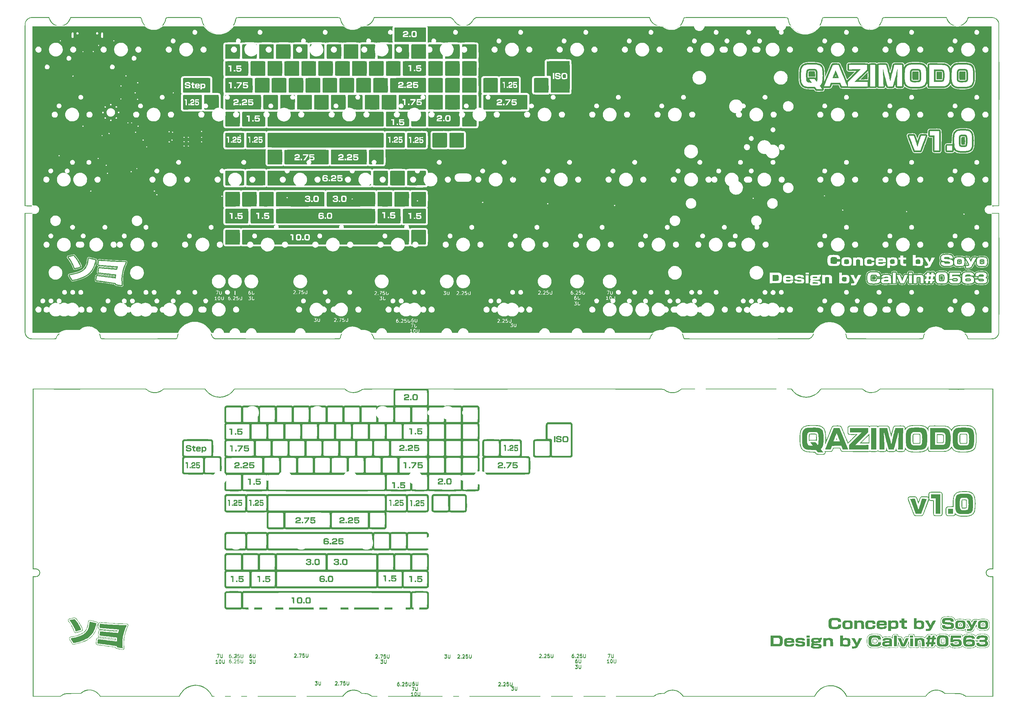
<source format=gbr>
%TF.GenerationSoftware,KiCad,Pcbnew,(7.0.0)*%
%TF.CreationDate,2023-03-04T14:45:49+01:00*%
%TF.ProjectId,qazimodo,71617a69-6d6f-4646-9f2e-6b696361645f,rev?*%
%TF.SameCoordinates,Original*%
%TF.FileFunction,Legend,Top*%
%TF.FilePolarity,Positive*%
%FSLAX46Y46*%
G04 Gerber Fmt 4.6, Leading zero omitted, Abs format (unit mm)*
G04 Created by KiCad (PCBNEW (7.0.0)) date 2023-03-04 14:45:49*
%MOMM*%
%LPD*%
G01*
G04 APERTURE LIST*
%ADD10C,0.150000*%
%ADD11C,0.300000*%
%ADD12C,1.750000*%
%ADD13C,3.987800*%
%ADD14C,3.048000*%
%ADD15C,4.000000*%
%ADD16C,2.200000*%
%ADD17C,1.000000*%
%ADD18C,7.001300*%
%ADD19C,7.000240*%
%ADD20C,0.650000*%
%ADD21O,1.000000X1.600000*%
%ADD22O,1.000000X2.100000*%
%ADD23R,1.000000X1.000000*%
%ADD24O,1.000000X1.000000*%
G04 APERTURE END LIST*
D10*
X196659476Y-126385619D02*
X196707095Y-126338000D01*
X196707095Y-126338000D02*
X196802333Y-126290380D01*
X196802333Y-126290380D02*
X197040428Y-126290380D01*
X197040428Y-126290380D02*
X197135666Y-126338000D01*
X197135666Y-126338000D02*
X197183285Y-126385619D01*
X197183285Y-126385619D02*
X197230904Y-126480857D01*
X197230904Y-126480857D02*
X197230904Y-126576095D01*
X197230904Y-126576095D02*
X197183285Y-126718952D01*
X197183285Y-126718952D02*
X196611857Y-127290380D01*
X196611857Y-127290380D02*
X197230904Y-127290380D01*
X197659476Y-127195142D02*
X197707095Y-127242761D01*
X197707095Y-127242761D02*
X197659476Y-127290380D01*
X197659476Y-127290380D02*
X197611857Y-127242761D01*
X197611857Y-127242761D02*
X197659476Y-127195142D01*
X197659476Y-127195142D02*
X197659476Y-127290380D01*
X198088047Y-126385619D02*
X198135666Y-126338000D01*
X198135666Y-126338000D02*
X198230904Y-126290380D01*
X198230904Y-126290380D02*
X198468999Y-126290380D01*
X198468999Y-126290380D02*
X198564237Y-126338000D01*
X198564237Y-126338000D02*
X198611856Y-126385619D01*
X198611856Y-126385619D02*
X198659475Y-126480857D01*
X198659475Y-126480857D02*
X198659475Y-126576095D01*
X198659475Y-126576095D02*
X198611856Y-126718952D01*
X198611856Y-126718952D02*
X198040428Y-127290380D01*
X198040428Y-127290380D02*
X198659475Y-127290380D01*
X199564237Y-126290380D02*
X199088047Y-126290380D01*
X199088047Y-126290380D02*
X199040428Y-126766571D01*
X199040428Y-126766571D02*
X199088047Y-126718952D01*
X199088047Y-126718952D02*
X199183285Y-126671333D01*
X199183285Y-126671333D02*
X199421380Y-126671333D01*
X199421380Y-126671333D02*
X199516618Y-126718952D01*
X199516618Y-126718952D02*
X199564237Y-126766571D01*
X199564237Y-126766571D02*
X199611856Y-126861809D01*
X199611856Y-126861809D02*
X199611856Y-127099904D01*
X199611856Y-127099904D02*
X199564237Y-127195142D01*
X199564237Y-127195142D02*
X199516618Y-127242761D01*
X199516618Y-127242761D02*
X199421380Y-127290380D01*
X199421380Y-127290380D02*
X199183285Y-127290380D01*
X199183285Y-127290380D02*
X199088047Y-127242761D01*
X199088047Y-127242761D02*
X199040428Y-127195142D01*
X200040428Y-126290380D02*
X200040428Y-127099904D01*
X200040428Y-127099904D02*
X200088047Y-127195142D01*
X200088047Y-127195142D02*
X200135666Y-127242761D01*
X200135666Y-127242761D02*
X200230904Y-127290380D01*
X200230904Y-127290380D02*
X200421380Y-127290380D01*
X200421380Y-127290380D02*
X200516618Y-127242761D01*
X200516618Y-127242761D02*
X200564237Y-127195142D01*
X200564237Y-127195142D02*
X200611856Y-127099904D01*
X200611856Y-127099904D02*
X200611856Y-126290380D01*
X216677857Y-126290380D02*
X217344523Y-126290380D01*
X217344523Y-126290380D02*
X216915952Y-127290380D01*
X217725476Y-126290380D02*
X217725476Y-127099904D01*
X217725476Y-127099904D02*
X217773095Y-127195142D01*
X217773095Y-127195142D02*
X217820714Y-127242761D01*
X217820714Y-127242761D02*
X217915952Y-127290380D01*
X217915952Y-127290380D02*
X218106428Y-127290380D01*
X218106428Y-127290380D02*
X218201666Y-127242761D01*
X218201666Y-127242761D02*
X218249285Y-127195142D01*
X218249285Y-127195142D02*
X218296904Y-127099904D01*
X218296904Y-127099904D02*
X218296904Y-126290380D01*
X188483857Y-135815380D02*
X189102904Y-135815380D01*
X189102904Y-135815380D02*
X188769571Y-136196333D01*
X188769571Y-136196333D02*
X188912428Y-136196333D01*
X188912428Y-136196333D02*
X189007666Y-136243952D01*
X189007666Y-136243952D02*
X189055285Y-136291571D01*
X189055285Y-136291571D02*
X189102904Y-136386809D01*
X189102904Y-136386809D02*
X189102904Y-136624904D01*
X189102904Y-136624904D02*
X189055285Y-136720142D01*
X189055285Y-136720142D02*
X189007666Y-136767761D01*
X189007666Y-136767761D02*
X188912428Y-136815380D01*
X188912428Y-136815380D02*
X188626714Y-136815380D01*
X188626714Y-136815380D02*
X188531476Y-136767761D01*
X188531476Y-136767761D02*
X188483857Y-136720142D01*
X189531476Y-135815380D02*
X189531476Y-136624904D01*
X189531476Y-136624904D02*
X189579095Y-136720142D01*
X189579095Y-136720142D02*
X189626714Y-136767761D01*
X189626714Y-136767761D02*
X189721952Y-136815380D01*
X189721952Y-136815380D02*
X189912428Y-136815380D01*
X189912428Y-136815380D02*
X190007666Y-136767761D01*
X190007666Y-136767761D02*
X190055285Y-136720142D01*
X190055285Y-136720142D02*
X190102904Y-136624904D01*
X190102904Y-136624904D02*
X190102904Y-135815380D01*
X131079857Y-134291380D02*
X131698904Y-134291380D01*
X131698904Y-134291380D02*
X131365571Y-134672333D01*
X131365571Y-134672333D02*
X131508428Y-134672333D01*
X131508428Y-134672333D02*
X131603666Y-134719952D01*
X131603666Y-134719952D02*
X131651285Y-134767571D01*
X131651285Y-134767571D02*
X131698904Y-134862809D01*
X131698904Y-134862809D02*
X131698904Y-135100904D01*
X131698904Y-135100904D02*
X131651285Y-135196142D01*
X131651285Y-135196142D02*
X131603666Y-135243761D01*
X131603666Y-135243761D02*
X131508428Y-135291380D01*
X131508428Y-135291380D02*
X131222714Y-135291380D01*
X131222714Y-135291380D02*
X131127476Y-135243761D01*
X131127476Y-135243761D02*
X131079857Y-135196142D01*
X132127476Y-134291380D02*
X132127476Y-135100904D01*
X132127476Y-135100904D02*
X132175095Y-135196142D01*
X132175095Y-135196142D02*
X132222714Y-135243761D01*
X132222714Y-135243761D02*
X132317952Y-135291380D01*
X132317952Y-135291380D02*
X132508428Y-135291380D01*
X132508428Y-135291380D02*
X132603666Y-135243761D01*
X132603666Y-135243761D02*
X132651285Y-135196142D01*
X132651285Y-135196142D02*
X132698904Y-135100904D01*
X132698904Y-135100904D02*
X132698904Y-134291380D01*
X160051666Y-134418380D02*
X159861190Y-134418380D01*
X159861190Y-134418380D02*
X159765952Y-134466000D01*
X159765952Y-134466000D02*
X159718333Y-134513619D01*
X159718333Y-134513619D02*
X159623095Y-134656476D01*
X159623095Y-134656476D02*
X159575476Y-134846952D01*
X159575476Y-134846952D02*
X159575476Y-135227904D01*
X159575476Y-135227904D02*
X159623095Y-135323142D01*
X159623095Y-135323142D02*
X159670714Y-135370761D01*
X159670714Y-135370761D02*
X159765952Y-135418380D01*
X159765952Y-135418380D02*
X159956428Y-135418380D01*
X159956428Y-135418380D02*
X160051666Y-135370761D01*
X160051666Y-135370761D02*
X160099285Y-135323142D01*
X160099285Y-135323142D02*
X160146904Y-135227904D01*
X160146904Y-135227904D02*
X160146904Y-134989809D01*
X160146904Y-134989809D02*
X160099285Y-134894571D01*
X160099285Y-134894571D02*
X160051666Y-134846952D01*
X160051666Y-134846952D02*
X159956428Y-134799333D01*
X159956428Y-134799333D02*
X159765952Y-134799333D01*
X159765952Y-134799333D02*
X159670714Y-134846952D01*
X159670714Y-134846952D02*
X159623095Y-134894571D01*
X159623095Y-134894571D02*
X159575476Y-134989809D01*
X160575476Y-134418380D02*
X160575476Y-135227904D01*
X160575476Y-135227904D02*
X160623095Y-135323142D01*
X160623095Y-135323142D02*
X160670714Y-135370761D01*
X160670714Y-135370761D02*
X160765952Y-135418380D01*
X160765952Y-135418380D02*
X160956428Y-135418380D01*
X160956428Y-135418380D02*
X161051666Y-135370761D01*
X161051666Y-135370761D02*
X161099285Y-135323142D01*
X161099285Y-135323142D02*
X161146904Y-135227904D01*
X161146904Y-135227904D02*
X161146904Y-134418380D01*
X125031476Y-126258619D02*
X125079095Y-126211000D01*
X125079095Y-126211000D02*
X125174333Y-126163380D01*
X125174333Y-126163380D02*
X125412428Y-126163380D01*
X125412428Y-126163380D02*
X125507666Y-126211000D01*
X125507666Y-126211000D02*
X125555285Y-126258619D01*
X125555285Y-126258619D02*
X125602904Y-126353857D01*
X125602904Y-126353857D02*
X125602904Y-126449095D01*
X125602904Y-126449095D02*
X125555285Y-126591952D01*
X125555285Y-126591952D02*
X124983857Y-127163380D01*
X124983857Y-127163380D02*
X125602904Y-127163380D01*
X126031476Y-127068142D02*
X126079095Y-127115761D01*
X126079095Y-127115761D02*
X126031476Y-127163380D01*
X126031476Y-127163380D02*
X125983857Y-127115761D01*
X125983857Y-127115761D02*
X126031476Y-127068142D01*
X126031476Y-127068142D02*
X126031476Y-127163380D01*
X126412428Y-126163380D02*
X127079094Y-126163380D01*
X127079094Y-126163380D02*
X126650523Y-127163380D01*
X127936237Y-126163380D02*
X127460047Y-126163380D01*
X127460047Y-126163380D02*
X127412428Y-126639571D01*
X127412428Y-126639571D02*
X127460047Y-126591952D01*
X127460047Y-126591952D02*
X127555285Y-126544333D01*
X127555285Y-126544333D02*
X127793380Y-126544333D01*
X127793380Y-126544333D02*
X127888618Y-126591952D01*
X127888618Y-126591952D02*
X127936237Y-126639571D01*
X127936237Y-126639571D02*
X127983856Y-126734809D01*
X127983856Y-126734809D02*
X127983856Y-126972904D01*
X127983856Y-126972904D02*
X127936237Y-127068142D01*
X127936237Y-127068142D02*
X127888618Y-127115761D01*
X127888618Y-127115761D02*
X127793380Y-127163380D01*
X127793380Y-127163380D02*
X127555285Y-127163380D01*
X127555285Y-127163380D02*
X127460047Y-127115761D01*
X127460047Y-127115761D02*
X127412428Y-127068142D01*
X128412428Y-126163380D02*
X128412428Y-126972904D01*
X128412428Y-126972904D02*
X128460047Y-127068142D01*
X128460047Y-127068142D02*
X128507666Y-127115761D01*
X128507666Y-127115761D02*
X128602904Y-127163380D01*
X128602904Y-127163380D02*
X128793380Y-127163380D01*
X128793380Y-127163380D02*
X128888618Y-127115761D01*
X128888618Y-127115761D02*
X128936237Y-127068142D01*
X128936237Y-127068142D02*
X128983856Y-126972904D01*
X128983856Y-126972904D02*
X128983856Y-126163380D01*
X207676666Y-127814380D02*
X207486190Y-127814380D01*
X207486190Y-127814380D02*
X207390952Y-127862000D01*
X207390952Y-127862000D02*
X207343333Y-127909619D01*
X207343333Y-127909619D02*
X207248095Y-128052476D01*
X207248095Y-128052476D02*
X207200476Y-128242952D01*
X207200476Y-128242952D02*
X207200476Y-128623904D01*
X207200476Y-128623904D02*
X207248095Y-128719142D01*
X207248095Y-128719142D02*
X207295714Y-128766761D01*
X207295714Y-128766761D02*
X207390952Y-128814380D01*
X207390952Y-128814380D02*
X207581428Y-128814380D01*
X207581428Y-128814380D02*
X207676666Y-128766761D01*
X207676666Y-128766761D02*
X207724285Y-128719142D01*
X207724285Y-128719142D02*
X207771904Y-128623904D01*
X207771904Y-128623904D02*
X207771904Y-128385809D01*
X207771904Y-128385809D02*
X207724285Y-128290571D01*
X207724285Y-128290571D02*
X207676666Y-128242952D01*
X207676666Y-128242952D02*
X207581428Y-128195333D01*
X207581428Y-128195333D02*
X207390952Y-128195333D01*
X207390952Y-128195333D02*
X207295714Y-128242952D01*
X207295714Y-128242952D02*
X207248095Y-128290571D01*
X207248095Y-128290571D02*
X207200476Y-128385809D01*
X208200476Y-127814380D02*
X208200476Y-128623904D01*
X208200476Y-128623904D02*
X208248095Y-128719142D01*
X208248095Y-128719142D02*
X208295714Y-128766761D01*
X208295714Y-128766761D02*
X208390952Y-128814380D01*
X208390952Y-128814380D02*
X208581428Y-128814380D01*
X208581428Y-128814380D02*
X208676666Y-128766761D01*
X208676666Y-128766761D02*
X208724285Y-128719142D01*
X208724285Y-128719142D02*
X208771904Y-128623904D01*
X208771904Y-128623904D02*
X208771904Y-127814380D01*
X111902857Y-127941380D02*
X112521904Y-127941380D01*
X112521904Y-127941380D02*
X112188571Y-128322333D01*
X112188571Y-128322333D02*
X112331428Y-128322333D01*
X112331428Y-128322333D02*
X112426666Y-128369952D01*
X112426666Y-128369952D02*
X112474285Y-128417571D01*
X112474285Y-128417571D02*
X112521904Y-128512809D01*
X112521904Y-128512809D02*
X112521904Y-128750904D01*
X112521904Y-128750904D02*
X112474285Y-128846142D01*
X112474285Y-128846142D02*
X112426666Y-128893761D01*
X112426666Y-128893761D02*
X112331428Y-128941380D01*
X112331428Y-128941380D02*
X112045714Y-128941380D01*
X112045714Y-128941380D02*
X111950476Y-128893761D01*
X111950476Y-128893761D02*
X111902857Y-128846142D01*
X112950476Y-127941380D02*
X112950476Y-128750904D01*
X112950476Y-128750904D02*
X112998095Y-128846142D01*
X112998095Y-128846142D02*
X113045714Y-128893761D01*
X113045714Y-128893761D02*
X113140952Y-128941380D01*
X113140952Y-128941380D02*
X113331428Y-128941380D01*
X113331428Y-128941380D02*
X113426666Y-128893761D01*
X113426666Y-128893761D02*
X113474285Y-128846142D01*
X113474285Y-128846142D02*
X113521904Y-128750904D01*
X113521904Y-128750904D02*
X113521904Y-127941380D01*
X102377857Y-126290380D02*
X103044523Y-126290380D01*
X103044523Y-126290380D02*
X102615952Y-127290380D01*
X103425476Y-126290380D02*
X103425476Y-127099904D01*
X103425476Y-127099904D02*
X103473095Y-127195142D01*
X103473095Y-127195142D02*
X103520714Y-127242761D01*
X103520714Y-127242761D02*
X103615952Y-127290380D01*
X103615952Y-127290380D02*
X103806428Y-127290380D01*
X103806428Y-127290380D02*
X103901666Y-127242761D01*
X103901666Y-127242761D02*
X103949285Y-127195142D01*
X103949285Y-127195142D02*
X103996904Y-127099904D01*
X103996904Y-127099904D02*
X103996904Y-126290380D01*
X184721476Y-134640619D02*
X184769095Y-134593000D01*
X184769095Y-134593000D02*
X184864333Y-134545380D01*
X184864333Y-134545380D02*
X185102428Y-134545380D01*
X185102428Y-134545380D02*
X185197666Y-134593000D01*
X185197666Y-134593000D02*
X185245285Y-134640619D01*
X185245285Y-134640619D02*
X185292904Y-134735857D01*
X185292904Y-134735857D02*
X185292904Y-134831095D01*
X185292904Y-134831095D02*
X185245285Y-134973952D01*
X185245285Y-134973952D02*
X184673857Y-135545380D01*
X184673857Y-135545380D02*
X185292904Y-135545380D01*
X185721476Y-135450142D02*
X185769095Y-135497761D01*
X185769095Y-135497761D02*
X185721476Y-135545380D01*
X185721476Y-135545380D02*
X185673857Y-135497761D01*
X185673857Y-135497761D02*
X185721476Y-135450142D01*
X185721476Y-135450142D02*
X185721476Y-135545380D01*
X186150047Y-134640619D02*
X186197666Y-134593000D01*
X186197666Y-134593000D02*
X186292904Y-134545380D01*
X186292904Y-134545380D02*
X186530999Y-134545380D01*
X186530999Y-134545380D02*
X186626237Y-134593000D01*
X186626237Y-134593000D02*
X186673856Y-134640619D01*
X186673856Y-134640619D02*
X186721475Y-134735857D01*
X186721475Y-134735857D02*
X186721475Y-134831095D01*
X186721475Y-134831095D02*
X186673856Y-134973952D01*
X186673856Y-134973952D02*
X186102428Y-135545380D01*
X186102428Y-135545380D02*
X186721475Y-135545380D01*
X187626237Y-134545380D02*
X187150047Y-134545380D01*
X187150047Y-134545380D02*
X187102428Y-135021571D01*
X187102428Y-135021571D02*
X187150047Y-134973952D01*
X187150047Y-134973952D02*
X187245285Y-134926333D01*
X187245285Y-134926333D02*
X187483380Y-134926333D01*
X187483380Y-134926333D02*
X187578618Y-134973952D01*
X187578618Y-134973952D02*
X187626237Y-135021571D01*
X187626237Y-135021571D02*
X187673856Y-135116809D01*
X187673856Y-135116809D02*
X187673856Y-135354904D01*
X187673856Y-135354904D02*
X187626237Y-135450142D01*
X187626237Y-135450142D02*
X187578618Y-135497761D01*
X187578618Y-135497761D02*
X187483380Y-135545380D01*
X187483380Y-135545380D02*
X187245285Y-135545380D01*
X187245285Y-135545380D02*
X187150047Y-135497761D01*
X187150047Y-135497761D02*
X187102428Y-135450142D01*
X188102428Y-134545380D02*
X188102428Y-135354904D01*
X188102428Y-135354904D02*
X188150047Y-135450142D01*
X188150047Y-135450142D02*
X188197666Y-135497761D01*
X188197666Y-135497761D02*
X188292904Y-135545380D01*
X188292904Y-135545380D02*
X188483380Y-135545380D01*
X188483380Y-135545380D02*
X188578618Y-135497761D01*
X188578618Y-135497761D02*
X188626237Y-135450142D01*
X188626237Y-135450142D02*
X188673856Y-135354904D01*
X188673856Y-135354904D02*
X188673856Y-134545380D01*
X206660666Y-126290380D02*
X206470190Y-126290380D01*
X206470190Y-126290380D02*
X206374952Y-126338000D01*
X206374952Y-126338000D02*
X206327333Y-126385619D01*
X206327333Y-126385619D02*
X206232095Y-126528476D01*
X206232095Y-126528476D02*
X206184476Y-126718952D01*
X206184476Y-126718952D02*
X206184476Y-127099904D01*
X206184476Y-127099904D02*
X206232095Y-127195142D01*
X206232095Y-127195142D02*
X206279714Y-127242761D01*
X206279714Y-127242761D02*
X206374952Y-127290380D01*
X206374952Y-127290380D02*
X206565428Y-127290380D01*
X206565428Y-127290380D02*
X206660666Y-127242761D01*
X206660666Y-127242761D02*
X206708285Y-127195142D01*
X206708285Y-127195142D02*
X206755904Y-127099904D01*
X206755904Y-127099904D02*
X206755904Y-126861809D01*
X206755904Y-126861809D02*
X206708285Y-126766571D01*
X206708285Y-126766571D02*
X206660666Y-126718952D01*
X206660666Y-126718952D02*
X206565428Y-126671333D01*
X206565428Y-126671333D02*
X206374952Y-126671333D01*
X206374952Y-126671333D02*
X206279714Y-126718952D01*
X206279714Y-126718952D02*
X206232095Y-126766571D01*
X206232095Y-126766571D02*
X206184476Y-126861809D01*
X207184476Y-127195142D02*
X207232095Y-127242761D01*
X207232095Y-127242761D02*
X207184476Y-127290380D01*
X207184476Y-127290380D02*
X207136857Y-127242761D01*
X207136857Y-127242761D02*
X207184476Y-127195142D01*
X207184476Y-127195142D02*
X207184476Y-127290380D01*
X207613047Y-126385619D02*
X207660666Y-126338000D01*
X207660666Y-126338000D02*
X207755904Y-126290380D01*
X207755904Y-126290380D02*
X207993999Y-126290380D01*
X207993999Y-126290380D02*
X208089237Y-126338000D01*
X208089237Y-126338000D02*
X208136856Y-126385619D01*
X208136856Y-126385619D02*
X208184475Y-126480857D01*
X208184475Y-126480857D02*
X208184475Y-126576095D01*
X208184475Y-126576095D02*
X208136856Y-126718952D01*
X208136856Y-126718952D02*
X207565428Y-127290380D01*
X207565428Y-127290380D02*
X208184475Y-127290380D01*
X209089237Y-126290380D02*
X208613047Y-126290380D01*
X208613047Y-126290380D02*
X208565428Y-126766571D01*
X208565428Y-126766571D02*
X208613047Y-126718952D01*
X208613047Y-126718952D02*
X208708285Y-126671333D01*
X208708285Y-126671333D02*
X208946380Y-126671333D01*
X208946380Y-126671333D02*
X209041618Y-126718952D01*
X209041618Y-126718952D02*
X209089237Y-126766571D01*
X209089237Y-126766571D02*
X209136856Y-126861809D01*
X209136856Y-126861809D02*
X209136856Y-127099904D01*
X209136856Y-127099904D02*
X209089237Y-127195142D01*
X209089237Y-127195142D02*
X209041618Y-127242761D01*
X209041618Y-127242761D02*
X208946380Y-127290380D01*
X208946380Y-127290380D02*
X208708285Y-127290380D01*
X208708285Y-127290380D02*
X208613047Y-127242761D01*
X208613047Y-127242761D02*
X208565428Y-127195142D01*
X209565428Y-126290380D02*
X209565428Y-127099904D01*
X209565428Y-127099904D02*
X209613047Y-127195142D01*
X209613047Y-127195142D02*
X209660666Y-127242761D01*
X209660666Y-127242761D02*
X209755904Y-127290380D01*
X209755904Y-127290380D02*
X209946380Y-127290380D01*
X209946380Y-127290380D02*
X210041618Y-127242761D01*
X210041618Y-127242761D02*
X210089237Y-127195142D01*
X210089237Y-127195142D02*
X210136856Y-127099904D01*
X210136856Y-127099904D02*
X210136856Y-126290380D01*
X168925857Y-126417380D02*
X169544904Y-126417380D01*
X169544904Y-126417380D02*
X169211571Y-126798333D01*
X169211571Y-126798333D02*
X169354428Y-126798333D01*
X169354428Y-126798333D02*
X169449666Y-126845952D01*
X169449666Y-126845952D02*
X169497285Y-126893571D01*
X169497285Y-126893571D02*
X169544904Y-126988809D01*
X169544904Y-126988809D02*
X169544904Y-127226904D01*
X169544904Y-127226904D02*
X169497285Y-127322142D01*
X169497285Y-127322142D02*
X169449666Y-127369761D01*
X169449666Y-127369761D02*
X169354428Y-127417380D01*
X169354428Y-127417380D02*
X169068714Y-127417380D01*
X169068714Y-127417380D02*
X168973476Y-127369761D01*
X168973476Y-127369761D02*
X168925857Y-127322142D01*
X169973476Y-126417380D02*
X169973476Y-127226904D01*
X169973476Y-127226904D02*
X170021095Y-127322142D01*
X170021095Y-127322142D02*
X170068714Y-127369761D01*
X170068714Y-127369761D02*
X170163952Y-127417380D01*
X170163952Y-127417380D02*
X170354428Y-127417380D01*
X170354428Y-127417380D02*
X170449666Y-127369761D01*
X170449666Y-127369761D02*
X170497285Y-127322142D01*
X170497285Y-127322142D02*
X170544904Y-127226904D01*
X170544904Y-127226904D02*
X170544904Y-126417380D01*
X106457666Y-126290380D02*
X106267190Y-126290380D01*
X106267190Y-126290380D02*
X106171952Y-126338000D01*
X106171952Y-126338000D02*
X106124333Y-126385619D01*
X106124333Y-126385619D02*
X106029095Y-126528476D01*
X106029095Y-126528476D02*
X105981476Y-126718952D01*
X105981476Y-126718952D02*
X105981476Y-127099904D01*
X105981476Y-127099904D02*
X106029095Y-127195142D01*
X106029095Y-127195142D02*
X106076714Y-127242761D01*
X106076714Y-127242761D02*
X106171952Y-127290380D01*
X106171952Y-127290380D02*
X106362428Y-127290380D01*
X106362428Y-127290380D02*
X106457666Y-127242761D01*
X106457666Y-127242761D02*
X106505285Y-127195142D01*
X106505285Y-127195142D02*
X106552904Y-127099904D01*
X106552904Y-127099904D02*
X106552904Y-126861809D01*
X106552904Y-126861809D02*
X106505285Y-126766571D01*
X106505285Y-126766571D02*
X106457666Y-126718952D01*
X106457666Y-126718952D02*
X106362428Y-126671333D01*
X106362428Y-126671333D02*
X106171952Y-126671333D01*
X106171952Y-126671333D02*
X106076714Y-126718952D01*
X106076714Y-126718952D02*
X106029095Y-126766571D01*
X106029095Y-126766571D02*
X105981476Y-126861809D01*
X106981476Y-127195142D02*
X107029095Y-127242761D01*
X107029095Y-127242761D02*
X106981476Y-127290380D01*
X106981476Y-127290380D02*
X106933857Y-127242761D01*
X106933857Y-127242761D02*
X106981476Y-127195142D01*
X106981476Y-127195142D02*
X106981476Y-127290380D01*
X107410047Y-126385619D02*
X107457666Y-126338000D01*
X107457666Y-126338000D02*
X107552904Y-126290380D01*
X107552904Y-126290380D02*
X107790999Y-126290380D01*
X107790999Y-126290380D02*
X107886237Y-126338000D01*
X107886237Y-126338000D02*
X107933856Y-126385619D01*
X107933856Y-126385619D02*
X107981475Y-126480857D01*
X107981475Y-126480857D02*
X107981475Y-126576095D01*
X107981475Y-126576095D02*
X107933856Y-126718952D01*
X107933856Y-126718952D02*
X107362428Y-127290380D01*
X107362428Y-127290380D02*
X107981475Y-127290380D01*
X108886237Y-126290380D02*
X108410047Y-126290380D01*
X108410047Y-126290380D02*
X108362428Y-126766571D01*
X108362428Y-126766571D02*
X108410047Y-126718952D01*
X108410047Y-126718952D02*
X108505285Y-126671333D01*
X108505285Y-126671333D02*
X108743380Y-126671333D01*
X108743380Y-126671333D02*
X108838618Y-126718952D01*
X108838618Y-126718952D02*
X108886237Y-126766571D01*
X108886237Y-126766571D02*
X108933856Y-126861809D01*
X108933856Y-126861809D02*
X108933856Y-127099904D01*
X108933856Y-127099904D02*
X108886237Y-127195142D01*
X108886237Y-127195142D02*
X108838618Y-127242761D01*
X108838618Y-127242761D02*
X108743380Y-127290380D01*
X108743380Y-127290380D02*
X108505285Y-127290380D01*
X108505285Y-127290380D02*
X108410047Y-127242761D01*
X108410047Y-127242761D02*
X108362428Y-127195142D01*
X109362428Y-126290380D02*
X109362428Y-127099904D01*
X109362428Y-127099904D02*
X109410047Y-127195142D01*
X109410047Y-127195142D02*
X109457666Y-127242761D01*
X109457666Y-127242761D02*
X109552904Y-127290380D01*
X109552904Y-127290380D02*
X109743380Y-127290380D01*
X109743380Y-127290380D02*
X109838618Y-127242761D01*
X109838618Y-127242761D02*
X109886237Y-127195142D01*
X109886237Y-127195142D02*
X109933856Y-127099904D01*
X109933856Y-127099904D02*
X109933856Y-126290380D01*
X102615904Y-128941380D02*
X102044476Y-128941380D01*
X102330190Y-128941380D02*
X102330190Y-127941380D01*
X102330190Y-127941380D02*
X102234952Y-128084238D01*
X102234952Y-128084238D02*
X102139714Y-128179476D01*
X102139714Y-128179476D02*
X102044476Y-128227095D01*
X103234952Y-127941380D02*
X103330190Y-127941380D01*
X103330190Y-127941380D02*
X103425428Y-127989000D01*
X103425428Y-127989000D02*
X103473047Y-128036619D01*
X103473047Y-128036619D02*
X103520666Y-128131857D01*
X103520666Y-128131857D02*
X103568285Y-128322333D01*
X103568285Y-128322333D02*
X103568285Y-128560428D01*
X103568285Y-128560428D02*
X103520666Y-128750904D01*
X103520666Y-128750904D02*
X103473047Y-128846142D01*
X103473047Y-128846142D02*
X103425428Y-128893761D01*
X103425428Y-128893761D02*
X103330190Y-128941380D01*
X103330190Y-128941380D02*
X103234952Y-128941380D01*
X103234952Y-128941380D02*
X103139714Y-128893761D01*
X103139714Y-128893761D02*
X103092095Y-128846142D01*
X103092095Y-128846142D02*
X103044476Y-128750904D01*
X103044476Y-128750904D02*
X102996857Y-128560428D01*
X102996857Y-128560428D02*
X102996857Y-128322333D01*
X102996857Y-128322333D02*
X103044476Y-128131857D01*
X103044476Y-128131857D02*
X103092095Y-128036619D01*
X103092095Y-128036619D02*
X103139714Y-127989000D01*
X103139714Y-127989000D02*
X103234952Y-127941380D01*
X103996857Y-127941380D02*
X103996857Y-128750904D01*
X103996857Y-128750904D02*
X104044476Y-128846142D01*
X104044476Y-128846142D02*
X104092095Y-128893761D01*
X104092095Y-128893761D02*
X104187333Y-128941380D01*
X104187333Y-128941380D02*
X104377809Y-128941380D01*
X104377809Y-128941380D02*
X104473047Y-128893761D01*
X104473047Y-128893761D02*
X104520666Y-128846142D01*
X104520666Y-128846142D02*
X104568285Y-128750904D01*
X104568285Y-128750904D02*
X104568285Y-127941380D01*
X159400857Y-135942380D02*
X160067523Y-135942380D01*
X160067523Y-135942380D02*
X159638952Y-136942380D01*
X160448476Y-135942380D02*
X160448476Y-136751904D01*
X160448476Y-136751904D02*
X160496095Y-136847142D01*
X160496095Y-136847142D02*
X160543714Y-136894761D01*
X160543714Y-136894761D02*
X160638952Y-136942380D01*
X160638952Y-136942380D02*
X160829428Y-136942380D01*
X160829428Y-136942380D02*
X160924666Y-136894761D01*
X160924666Y-136894761D02*
X160972285Y-136847142D01*
X160972285Y-136847142D02*
X161019904Y-136751904D01*
X161019904Y-136751904D02*
X161019904Y-135942380D01*
X172783476Y-126512619D02*
X172831095Y-126465000D01*
X172831095Y-126465000D02*
X172926333Y-126417380D01*
X172926333Y-126417380D02*
X173164428Y-126417380D01*
X173164428Y-126417380D02*
X173259666Y-126465000D01*
X173259666Y-126465000D02*
X173307285Y-126512619D01*
X173307285Y-126512619D02*
X173354904Y-126607857D01*
X173354904Y-126607857D02*
X173354904Y-126703095D01*
X173354904Y-126703095D02*
X173307285Y-126845952D01*
X173307285Y-126845952D02*
X172735857Y-127417380D01*
X172735857Y-127417380D02*
X173354904Y-127417380D01*
X173783476Y-127322142D02*
X173831095Y-127369761D01*
X173831095Y-127369761D02*
X173783476Y-127417380D01*
X173783476Y-127417380D02*
X173735857Y-127369761D01*
X173735857Y-127369761D02*
X173783476Y-127322142D01*
X173783476Y-127322142D02*
X173783476Y-127417380D01*
X174212047Y-126512619D02*
X174259666Y-126465000D01*
X174259666Y-126465000D02*
X174354904Y-126417380D01*
X174354904Y-126417380D02*
X174592999Y-126417380D01*
X174592999Y-126417380D02*
X174688237Y-126465000D01*
X174688237Y-126465000D02*
X174735856Y-126512619D01*
X174735856Y-126512619D02*
X174783475Y-126607857D01*
X174783475Y-126607857D02*
X174783475Y-126703095D01*
X174783475Y-126703095D02*
X174735856Y-126845952D01*
X174735856Y-126845952D02*
X174164428Y-127417380D01*
X174164428Y-127417380D02*
X174783475Y-127417380D01*
X175688237Y-126417380D02*
X175212047Y-126417380D01*
X175212047Y-126417380D02*
X175164428Y-126893571D01*
X175164428Y-126893571D02*
X175212047Y-126845952D01*
X175212047Y-126845952D02*
X175307285Y-126798333D01*
X175307285Y-126798333D02*
X175545380Y-126798333D01*
X175545380Y-126798333D02*
X175640618Y-126845952D01*
X175640618Y-126845952D02*
X175688237Y-126893571D01*
X175688237Y-126893571D02*
X175735856Y-126988809D01*
X175735856Y-126988809D02*
X175735856Y-127226904D01*
X175735856Y-127226904D02*
X175688237Y-127322142D01*
X175688237Y-127322142D02*
X175640618Y-127369761D01*
X175640618Y-127369761D02*
X175545380Y-127417380D01*
X175545380Y-127417380D02*
X175307285Y-127417380D01*
X175307285Y-127417380D02*
X175212047Y-127369761D01*
X175212047Y-127369761D02*
X175164428Y-127322142D01*
X176164428Y-126417380D02*
X176164428Y-127226904D01*
X176164428Y-127226904D02*
X176212047Y-127322142D01*
X176212047Y-127322142D02*
X176259666Y-127369761D01*
X176259666Y-127369761D02*
X176354904Y-127417380D01*
X176354904Y-127417380D02*
X176545380Y-127417380D01*
X176545380Y-127417380D02*
X176640618Y-127369761D01*
X176640618Y-127369761D02*
X176688237Y-127322142D01*
X176688237Y-127322142D02*
X176735856Y-127226904D01*
X176735856Y-127226904D02*
X176735856Y-126417380D01*
X136969476Y-134386619D02*
X137017095Y-134339000D01*
X137017095Y-134339000D02*
X137112333Y-134291380D01*
X137112333Y-134291380D02*
X137350428Y-134291380D01*
X137350428Y-134291380D02*
X137445666Y-134339000D01*
X137445666Y-134339000D02*
X137493285Y-134386619D01*
X137493285Y-134386619D02*
X137540904Y-134481857D01*
X137540904Y-134481857D02*
X137540904Y-134577095D01*
X137540904Y-134577095D02*
X137493285Y-134719952D01*
X137493285Y-134719952D02*
X136921857Y-135291380D01*
X136921857Y-135291380D02*
X137540904Y-135291380D01*
X137969476Y-135196142D02*
X138017095Y-135243761D01*
X138017095Y-135243761D02*
X137969476Y-135291380D01*
X137969476Y-135291380D02*
X137921857Y-135243761D01*
X137921857Y-135243761D02*
X137969476Y-135196142D01*
X137969476Y-135196142D02*
X137969476Y-135291380D01*
X138350428Y-134291380D02*
X139017094Y-134291380D01*
X139017094Y-134291380D02*
X138588523Y-135291380D01*
X139874237Y-134291380D02*
X139398047Y-134291380D01*
X139398047Y-134291380D02*
X139350428Y-134767571D01*
X139350428Y-134767571D02*
X139398047Y-134719952D01*
X139398047Y-134719952D02*
X139493285Y-134672333D01*
X139493285Y-134672333D02*
X139731380Y-134672333D01*
X139731380Y-134672333D02*
X139826618Y-134719952D01*
X139826618Y-134719952D02*
X139874237Y-134767571D01*
X139874237Y-134767571D02*
X139921856Y-134862809D01*
X139921856Y-134862809D02*
X139921856Y-135100904D01*
X139921856Y-135100904D02*
X139874237Y-135196142D01*
X139874237Y-135196142D02*
X139826618Y-135243761D01*
X139826618Y-135243761D02*
X139731380Y-135291380D01*
X139731380Y-135291380D02*
X139493285Y-135291380D01*
X139493285Y-135291380D02*
X139398047Y-135243761D01*
X139398047Y-135243761D02*
X139350428Y-135196142D01*
X140350428Y-134291380D02*
X140350428Y-135100904D01*
X140350428Y-135100904D02*
X140398047Y-135196142D01*
X140398047Y-135196142D02*
X140445666Y-135243761D01*
X140445666Y-135243761D02*
X140540904Y-135291380D01*
X140540904Y-135291380D02*
X140731380Y-135291380D01*
X140731380Y-135291380D02*
X140826618Y-135243761D01*
X140826618Y-135243761D02*
X140874237Y-135196142D01*
X140874237Y-135196142D02*
X140921856Y-135100904D01*
X140921856Y-135100904D02*
X140921856Y-134291380D01*
X207152857Y-129465380D02*
X207771904Y-129465380D01*
X207771904Y-129465380D02*
X207438571Y-129846333D01*
X207438571Y-129846333D02*
X207581428Y-129846333D01*
X207581428Y-129846333D02*
X207676666Y-129893952D01*
X207676666Y-129893952D02*
X207724285Y-129941571D01*
X207724285Y-129941571D02*
X207771904Y-130036809D01*
X207771904Y-130036809D02*
X207771904Y-130274904D01*
X207771904Y-130274904D02*
X207724285Y-130370142D01*
X207724285Y-130370142D02*
X207676666Y-130417761D01*
X207676666Y-130417761D02*
X207581428Y-130465380D01*
X207581428Y-130465380D02*
X207295714Y-130465380D01*
X207295714Y-130465380D02*
X207200476Y-130417761D01*
X207200476Y-130417761D02*
X207152857Y-130370142D01*
X208200476Y-129465380D02*
X208200476Y-130274904D01*
X208200476Y-130274904D02*
X208248095Y-130370142D01*
X208248095Y-130370142D02*
X208295714Y-130417761D01*
X208295714Y-130417761D02*
X208390952Y-130465380D01*
X208390952Y-130465380D02*
X208581428Y-130465380D01*
X208581428Y-130465380D02*
X208676666Y-130417761D01*
X208676666Y-130417761D02*
X208724285Y-130370142D01*
X208724285Y-130370142D02*
X208771904Y-130274904D01*
X208771904Y-130274904D02*
X208771904Y-129465380D01*
X155606666Y-134545380D02*
X155416190Y-134545380D01*
X155416190Y-134545380D02*
X155320952Y-134593000D01*
X155320952Y-134593000D02*
X155273333Y-134640619D01*
X155273333Y-134640619D02*
X155178095Y-134783476D01*
X155178095Y-134783476D02*
X155130476Y-134973952D01*
X155130476Y-134973952D02*
X155130476Y-135354904D01*
X155130476Y-135354904D02*
X155178095Y-135450142D01*
X155178095Y-135450142D02*
X155225714Y-135497761D01*
X155225714Y-135497761D02*
X155320952Y-135545380D01*
X155320952Y-135545380D02*
X155511428Y-135545380D01*
X155511428Y-135545380D02*
X155606666Y-135497761D01*
X155606666Y-135497761D02*
X155654285Y-135450142D01*
X155654285Y-135450142D02*
X155701904Y-135354904D01*
X155701904Y-135354904D02*
X155701904Y-135116809D01*
X155701904Y-135116809D02*
X155654285Y-135021571D01*
X155654285Y-135021571D02*
X155606666Y-134973952D01*
X155606666Y-134973952D02*
X155511428Y-134926333D01*
X155511428Y-134926333D02*
X155320952Y-134926333D01*
X155320952Y-134926333D02*
X155225714Y-134973952D01*
X155225714Y-134973952D02*
X155178095Y-135021571D01*
X155178095Y-135021571D02*
X155130476Y-135116809D01*
X156130476Y-135450142D02*
X156178095Y-135497761D01*
X156178095Y-135497761D02*
X156130476Y-135545380D01*
X156130476Y-135545380D02*
X156082857Y-135497761D01*
X156082857Y-135497761D02*
X156130476Y-135450142D01*
X156130476Y-135450142D02*
X156130476Y-135545380D01*
X156559047Y-134640619D02*
X156606666Y-134593000D01*
X156606666Y-134593000D02*
X156701904Y-134545380D01*
X156701904Y-134545380D02*
X156939999Y-134545380D01*
X156939999Y-134545380D02*
X157035237Y-134593000D01*
X157035237Y-134593000D02*
X157082856Y-134640619D01*
X157082856Y-134640619D02*
X157130475Y-134735857D01*
X157130475Y-134735857D02*
X157130475Y-134831095D01*
X157130475Y-134831095D02*
X157082856Y-134973952D01*
X157082856Y-134973952D02*
X156511428Y-135545380D01*
X156511428Y-135545380D02*
X157130475Y-135545380D01*
X158035237Y-134545380D02*
X157559047Y-134545380D01*
X157559047Y-134545380D02*
X157511428Y-135021571D01*
X157511428Y-135021571D02*
X157559047Y-134973952D01*
X157559047Y-134973952D02*
X157654285Y-134926333D01*
X157654285Y-134926333D02*
X157892380Y-134926333D01*
X157892380Y-134926333D02*
X157987618Y-134973952D01*
X157987618Y-134973952D02*
X158035237Y-135021571D01*
X158035237Y-135021571D02*
X158082856Y-135116809D01*
X158082856Y-135116809D02*
X158082856Y-135354904D01*
X158082856Y-135354904D02*
X158035237Y-135450142D01*
X158035237Y-135450142D02*
X157987618Y-135497761D01*
X157987618Y-135497761D02*
X157892380Y-135545380D01*
X157892380Y-135545380D02*
X157654285Y-135545380D01*
X157654285Y-135545380D02*
X157559047Y-135497761D01*
X157559047Y-135497761D02*
X157511428Y-135450142D01*
X158511428Y-134545380D02*
X158511428Y-135354904D01*
X158511428Y-135354904D02*
X158559047Y-135450142D01*
X158559047Y-135450142D02*
X158606666Y-135497761D01*
X158606666Y-135497761D02*
X158701904Y-135545380D01*
X158701904Y-135545380D02*
X158892380Y-135545380D01*
X158892380Y-135545380D02*
X158987618Y-135497761D01*
X158987618Y-135497761D02*
X159035237Y-135450142D01*
X159035237Y-135450142D02*
X159082856Y-135354904D01*
X159082856Y-135354904D02*
X159082856Y-134545380D01*
X217042904Y-128814380D02*
X216471476Y-128814380D01*
X216757190Y-128814380D02*
X216757190Y-127814380D01*
X216757190Y-127814380D02*
X216661952Y-127957238D01*
X216661952Y-127957238D02*
X216566714Y-128052476D01*
X216566714Y-128052476D02*
X216471476Y-128100095D01*
X217661952Y-127814380D02*
X217757190Y-127814380D01*
X217757190Y-127814380D02*
X217852428Y-127862000D01*
X217852428Y-127862000D02*
X217900047Y-127909619D01*
X217900047Y-127909619D02*
X217947666Y-128004857D01*
X217947666Y-128004857D02*
X217995285Y-128195333D01*
X217995285Y-128195333D02*
X217995285Y-128433428D01*
X217995285Y-128433428D02*
X217947666Y-128623904D01*
X217947666Y-128623904D02*
X217900047Y-128719142D01*
X217900047Y-128719142D02*
X217852428Y-128766761D01*
X217852428Y-128766761D02*
X217757190Y-128814380D01*
X217757190Y-128814380D02*
X217661952Y-128814380D01*
X217661952Y-128814380D02*
X217566714Y-128766761D01*
X217566714Y-128766761D02*
X217519095Y-128719142D01*
X217519095Y-128719142D02*
X217471476Y-128623904D01*
X217471476Y-128623904D02*
X217423857Y-128433428D01*
X217423857Y-128433428D02*
X217423857Y-128195333D01*
X217423857Y-128195333D02*
X217471476Y-128004857D01*
X217471476Y-128004857D02*
X217519095Y-127909619D01*
X217519095Y-127909619D02*
X217566714Y-127862000D01*
X217566714Y-127862000D02*
X217661952Y-127814380D01*
X218423857Y-127814380D02*
X218423857Y-128623904D01*
X218423857Y-128623904D02*
X218471476Y-128719142D01*
X218471476Y-128719142D02*
X218519095Y-128766761D01*
X218519095Y-128766761D02*
X218614333Y-128814380D01*
X218614333Y-128814380D02*
X218804809Y-128814380D01*
X218804809Y-128814380D02*
X218900047Y-128766761D01*
X218900047Y-128766761D02*
X218947666Y-128719142D01*
X218947666Y-128719142D02*
X218995285Y-128623904D01*
X218995285Y-128623904D02*
X218995285Y-127814380D01*
X159765904Y-138466380D02*
X159194476Y-138466380D01*
X159480190Y-138466380D02*
X159480190Y-137466380D01*
X159480190Y-137466380D02*
X159384952Y-137609238D01*
X159384952Y-137609238D02*
X159289714Y-137704476D01*
X159289714Y-137704476D02*
X159194476Y-137752095D01*
X160384952Y-137466380D02*
X160480190Y-137466380D01*
X160480190Y-137466380D02*
X160575428Y-137514000D01*
X160575428Y-137514000D02*
X160623047Y-137561619D01*
X160623047Y-137561619D02*
X160670666Y-137656857D01*
X160670666Y-137656857D02*
X160718285Y-137847333D01*
X160718285Y-137847333D02*
X160718285Y-138085428D01*
X160718285Y-138085428D02*
X160670666Y-138275904D01*
X160670666Y-138275904D02*
X160623047Y-138371142D01*
X160623047Y-138371142D02*
X160575428Y-138418761D01*
X160575428Y-138418761D02*
X160480190Y-138466380D01*
X160480190Y-138466380D02*
X160384952Y-138466380D01*
X160384952Y-138466380D02*
X160289714Y-138418761D01*
X160289714Y-138418761D02*
X160242095Y-138371142D01*
X160242095Y-138371142D02*
X160194476Y-138275904D01*
X160194476Y-138275904D02*
X160146857Y-138085428D01*
X160146857Y-138085428D02*
X160146857Y-137847333D01*
X160146857Y-137847333D02*
X160194476Y-137656857D01*
X160194476Y-137656857D02*
X160242095Y-137561619D01*
X160242095Y-137561619D02*
X160289714Y-137514000D01*
X160289714Y-137514000D02*
X160384952Y-137466380D01*
X161146857Y-137466380D02*
X161146857Y-138275904D01*
X161146857Y-138275904D02*
X161194476Y-138371142D01*
X161194476Y-138371142D02*
X161242095Y-138418761D01*
X161242095Y-138418761D02*
X161337333Y-138466380D01*
X161337333Y-138466380D02*
X161527809Y-138466380D01*
X161527809Y-138466380D02*
X161623047Y-138418761D01*
X161623047Y-138418761D02*
X161670666Y-138371142D01*
X161670666Y-138371142D02*
X161718285Y-138275904D01*
X161718285Y-138275904D02*
X161718285Y-137466380D01*
X150256857Y-127941380D02*
X150875904Y-127941380D01*
X150875904Y-127941380D02*
X150542571Y-128322333D01*
X150542571Y-128322333D02*
X150685428Y-128322333D01*
X150685428Y-128322333D02*
X150780666Y-128369952D01*
X150780666Y-128369952D02*
X150828285Y-128417571D01*
X150828285Y-128417571D02*
X150875904Y-128512809D01*
X150875904Y-128512809D02*
X150875904Y-128750904D01*
X150875904Y-128750904D02*
X150828285Y-128846142D01*
X150828285Y-128846142D02*
X150780666Y-128893761D01*
X150780666Y-128893761D02*
X150685428Y-128941380D01*
X150685428Y-128941380D02*
X150399714Y-128941380D01*
X150399714Y-128941380D02*
X150304476Y-128893761D01*
X150304476Y-128893761D02*
X150256857Y-128846142D01*
X151304476Y-127941380D02*
X151304476Y-128750904D01*
X151304476Y-128750904D02*
X151352095Y-128846142D01*
X151352095Y-128846142D02*
X151399714Y-128893761D01*
X151399714Y-128893761D02*
X151494952Y-128941380D01*
X151494952Y-128941380D02*
X151685428Y-128941380D01*
X151685428Y-128941380D02*
X151780666Y-128893761D01*
X151780666Y-128893761D02*
X151828285Y-128846142D01*
X151828285Y-128846142D02*
X151875904Y-128750904D01*
X151875904Y-128750904D02*
X151875904Y-127941380D01*
X112426666Y-126290380D02*
X112236190Y-126290380D01*
X112236190Y-126290380D02*
X112140952Y-126338000D01*
X112140952Y-126338000D02*
X112093333Y-126385619D01*
X112093333Y-126385619D02*
X111998095Y-126528476D01*
X111998095Y-126528476D02*
X111950476Y-126718952D01*
X111950476Y-126718952D02*
X111950476Y-127099904D01*
X111950476Y-127099904D02*
X111998095Y-127195142D01*
X111998095Y-127195142D02*
X112045714Y-127242761D01*
X112045714Y-127242761D02*
X112140952Y-127290380D01*
X112140952Y-127290380D02*
X112331428Y-127290380D01*
X112331428Y-127290380D02*
X112426666Y-127242761D01*
X112426666Y-127242761D02*
X112474285Y-127195142D01*
X112474285Y-127195142D02*
X112521904Y-127099904D01*
X112521904Y-127099904D02*
X112521904Y-126861809D01*
X112521904Y-126861809D02*
X112474285Y-126766571D01*
X112474285Y-126766571D02*
X112426666Y-126718952D01*
X112426666Y-126718952D02*
X112331428Y-126671333D01*
X112331428Y-126671333D02*
X112140952Y-126671333D01*
X112140952Y-126671333D02*
X112045714Y-126718952D01*
X112045714Y-126718952D02*
X111998095Y-126766571D01*
X111998095Y-126766571D02*
X111950476Y-126861809D01*
X112950476Y-126290380D02*
X112950476Y-127099904D01*
X112950476Y-127099904D02*
X112998095Y-127195142D01*
X112998095Y-127195142D02*
X113045714Y-127242761D01*
X113045714Y-127242761D02*
X113140952Y-127290380D01*
X113140952Y-127290380D02*
X113331428Y-127290380D01*
X113331428Y-127290380D02*
X113426666Y-127242761D01*
X113426666Y-127242761D02*
X113474285Y-127195142D01*
X113474285Y-127195142D02*
X113521904Y-127099904D01*
X113521904Y-127099904D02*
X113521904Y-126290380D01*
X148780476Y-126512619D02*
X148828095Y-126465000D01*
X148828095Y-126465000D02*
X148923333Y-126417380D01*
X148923333Y-126417380D02*
X149161428Y-126417380D01*
X149161428Y-126417380D02*
X149256666Y-126465000D01*
X149256666Y-126465000D02*
X149304285Y-126512619D01*
X149304285Y-126512619D02*
X149351904Y-126607857D01*
X149351904Y-126607857D02*
X149351904Y-126703095D01*
X149351904Y-126703095D02*
X149304285Y-126845952D01*
X149304285Y-126845952D02*
X148732857Y-127417380D01*
X148732857Y-127417380D02*
X149351904Y-127417380D01*
X149780476Y-127322142D02*
X149828095Y-127369761D01*
X149828095Y-127369761D02*
X149780476Y-127417380D01*
X149780476Y-127417380D02*
X149732857Y-127369761D01*
X149732857Y-127369761D02*
X149780476Y-127322142D01*
X149780476Y-127322142D02*
X149780476Y-127417380D01*
X150161428Y-126417380D02*
X150828094Y-126417380D01*
X150828094Y-126417380D02*
X150399523Y-127417380D01*
X151685237Y-126417380D02*
X151209047Y-126417380D01*
X151209047Y-126417380D02*
X151161428Y-126893571D01*
X151161428Y-126893571D02*
X151209047Y-126845952D01*
X151209047Y-126845952D02*
X151304285Y-126798333D01*
X151304285Y-126798333D02*
X151542380Y-126798333D01*
X151542380Y-126798333D02*
X151637618Y-126845952D01*
X151637618Y-126845952D02*
X151685237Y-126893571D01*
X151685237Y-126893571D02*
X151732856Y-126988809D01*
X151732856Y-126988809D02*
X151732856Y-127226904D01*
X151732856Y-127226904D02*
X151685237Y-127322142D01*
X151685237Y-127322142D02*
X151637618Y-127369761D01*
X151637618Y-127369761D02*
X151542380Y-127417380D01*
X151542380Y-127417380D02*
X151304285Y-127417380D01*
X151304285Y-127417380D02*
X151209047Y-127369761D01*
X151209047Y-127369761D02*
X151161428Y-127322142D01*
X152161428Y-126417380D02*
X152161428Y-127226904D01*
X152161428Y-127226904D02*
X152209047Y-127322142D01*
X152209047Y-127322142D02*
X152256666Y-127369761D01*
X152256666Y-127369761D02*
X152351904Y-127417380D01*
X152351904Y-127417380D02*
X152542380Y-127417380D01*
X152542380Y-127417380D02*
X152637618Y-127369761D01*
X152637618Y-127369761D02*
X152685237Y-127322142D01*
X152685237Y-127322142D02*
X152732856Y-127226904D01*
X152732856Y-127226904D02*
X152732856Y-126417380D01*
D11*
%TO.C,G\u002A\u002A\u002A*%
X187273572Y13958500D02*
X187130715Y14029928D01*
X187130715Y14029928D02*
X186916429Y14029928D01*
X186916429Y14029928D02*
X186702143Y13958500D01*
X186702143Y13958500D02*
X186559286Y13815642D01*
X186559286Y13815642D02*
X186487857Y13672785D01*
X186487857Y13672785D02*
X186416429Y13387071D01*
X186416429Y13387071D02*
X186416429Y13172785D01*
X186416429Y13172785D02*
X186487857Y12887071D01*
X186487857Y12887071D02*
X186559286Y12744214D01*
X186559286Y12744214D02*
X186702143Y12601357D01*
X186702143Y12601357D02*
X186916429Y12529928D01*
X186916429Y12529928D02*
X187059286Y12529928D01*
X187059286Y12529928D02*
X187273572Y12601357D01*
X187273572Y12601357D02*
X187345000Y12672785D01*
X187345000Y12672785D02*
X187345000Y13172785D01*
X187345000Y13172785D02*
X187059286Y13172785D01*
X188202143Y14029928D02*
X188202143Y13672785D01*
X187845000Y13815642D02*
X188202143Y13672785D01*
X188202143Y13672785D02*
X188559286Y13815642D01*
X187987857Y13387071D02*
X188202143Y13672785D01*
X188202143Y13672785D02*
X188416429Y13387071D01*
X189345000Y14029928D02*
X189345000Y13672785D01*
X188987857Y13815642D02*
X189345000Y13672785D01*
X189345000Y13672785D02*
X189702143Y13815642D01*
X189130714Y13387071D02*
X189345000Y13672785D01*
X189345000Y13672785D02*
X189559286Y13387071D01*
X190487857Y14029928D02*
X190487857Y13672785D01*
X190130714Y13815642D02*
X190487857Y13672785D01*
X190487857Y13672785D02*
X190845000Y13815642D01*
X190273571Y13387071D02*
X190487857Y13672785D01*
X190487857Y13672785D02*
X190702143Y13387071D01*
D10*
%TO.C,*%
%TO.C,G\u002A\u002A\u002A*%
G36*
X279779667Y-65986089D02*
G01*
X279758500Y-66007221D01*
X279737334Y-65986089D01*
X279758500Y-65964958D01*
X279779667Y-65986089D01*
G37*
G36*
X280076000Y-65267620D02*
G01*
X280054834Y-65288752D01*
X280033667Y-65267620D01*
X280054834Y-65246489D01*
X280076000Y-65267620D01*
G37*
G36*
X106382334Y-138551480D02*
G01*
X106382334Y-138657138D01*
X105556834Y-138657138D01*
X104731334Y-138657138D01*
X104731334Y-138551480D01*
X104731334Y-138445823D01*
X105556834Y-138445823D01*
X106382334Y-138445823D01*
X106382334Y-138551480D01*
G37*
G36*
X106879750Y-82370976D02*
G01*
X107038500Y-82384093D01*
X107051296Y-82605973D01*
X107064091Y-82827853D01*
X106892546Y-82827853D01*
X106721000Y-82827853D01*
X106721000Y-82592856D01*
X106721000Y-82357859D01*
X106879750Y-82370976D01*
G37*
G36*
X108033334Y-61780931D02*
G01*
X108033334Y-61992246D01*
X107800500Y-61992246D01*
X107567667Y-61992246D01*
X107567667Y-61780931D01*
X107567667Y-61569617D01*
X107800500Y-61569617D01*
X108033334Y-61569617D01*
X108033334Y-61780931D01*
G37*
G36*
X108075667Y-126696738D02*
G01*
X108075667Y-127288419D01*
X107948667Y-127288419D01*
X107821667Y-127288419D01*
X107821667Y-126696738D01*
X107821667Y-126105058D01*
X107948667Y-126105058D01*
X108075667Y-126105058D01*
X108075667Y-126696738D01*
G37*
G36*
X108151962Y-66651730D02*
G01*
X108139167Y-66873610D01*
X107916917Y-66886385D01*
X107694667Y-66899159D01*
X107694667Y-66664504D01*
X107694667Y-66429850D01*
X107929712Y-66429850D01*
X108164758Y-66429850D01*
X108151962Y-66651730D01*
G37*
G36*
X108372000Y-104889084D02*
G01*
X108372000Y-105100399D01*
X108160334Y-105100399D01*
X107948667Y-105100399D01*
X107948667Y-104889084D01*
X107948667Y-104677770D01*
X108160334Y-104677770D01*
X108372000Y-104677770D01*
X108372000Y-104889084D01*
G37*
G36*
X111166000Y-138551480D02*
G01*
X111166000Y-138657138D01*
X110319334Y-138657138D01*
X109472667Y-138657138D01*
X109472667Y-138551480D01*
X109472667Y-138445823D01*
X110319334Y-138445823D01*
X111166000Y-138445823D01*
X111166000Y-138551480D01*
G37*
G36*
X113282667Y-82592856D02*
G01*
X113282667Y-82827853D01*
X113111121Y-82827853D01*
X112939576Y-82827853D01*
X112952371Y-82605973D01*
X112965167Y-82384093D01*
X113123917Y-82370976D01*
X113282667Y-82357859D01*
X113282667Y-82592856D01*
G37*
G36*
X113409667Y-76403893D02*
G01*
X113409667Y-76615208D01*
X113198000Y-76615208D01*
X112986334Y-76615208D01*
X112986334Y-76403893D01*
X112986334Y-76192579D01*
X113198000Y-76192579D01*
X113409667Y-76192579D01*
X113409667Y-76403893D01*
G37*
G36*
X116203667Y-104889084D02*
G01*
X116203667Y-105100399D01*
X115970834Y-105100399D01*
X115738000Y-105100399D01*
X115738000Y-104889084D01*
X115738000Y-104677770D01*
X115970834Y-104677770D01*
X116203667Y-104677770D01*
X116203667Y-104889084D01*
G37*
G36*
X125474667Y-138551480D02*
G01*
X125474667Y-138657138D01*
X119865500Y-138657138D01*
X114256334Y-138657138D01*
X114256334Y-138551480D01*
X114256334Y-138445823D01*
X119865500Y-138445823D01*
X125474667Y-138445823D01*
X125474667Y-138551480D01*
G37*
G36*
X127549000Y-87709218D02*
G01*
X127549000Y-87941664D01*
X127337334Y-87941664D01*
X127125667Y-87941664D01*
X127125667Y-87709218D01*
X127125667Y-87476772D01*
X127337334Y-87476772D01*
X127549000Y-87476772D01*
X127549000Y-87709218D01*
G37*
G36*
X128014667Y-111143993D02*
G01*
X128014667Y-111355307D01*
X127781834Y-111355307D01*
X127549000Y-111355307D01*
X127549000Y-111143993D01*
X127549000Y-110932678D01*
X127781834Y-110932678D01*
X128014667Y-110932678D01*
X128014667Y-111143993D01*
G37*
G36*
X130639334Y-99902063D02*
G01*
X130639334Y-100113377D01*
X130406500Y-100113377D01*
X130173667Y-100113377D01*
X130173667Y-99902063D01*
X130173667Y-99690748D01*
X130406500Y-99690748D01*
X130639334Y-99690748D01*
X130639334Y-99902063D01*
G37*
G36*
X134576334Y-104846822D02*
G01*
X134576334Y-105058136D01*
X134343500Y-105058136D01*
X134110667Y-105058136D01*
X134110667Y-104846822D01*
X134110667Y-104635507D01*
X134343500Y-104635507D01*
X134576334Y-104635507D01*
X134576334Y-104846822D01*
G37*
G36*
X135761667Y-93858469D02*
G01*
X135761667Y-94069783D01*
X135528834Y-94069783D01*
X135296000Y-94069783D01*
X135296000Y-93858469D01*
X135296000Y-93647154D01*
X135528834Y-93647154D01*
X135761667Y-93647154D01*
X135761667Y-93858469D01*
G37*
G36*
X138725000Y-99902063D02*
G01*
X138725000Y-100113377D01*
X138513334Y-100113377D01*
X138301667Y-100113377D01*
X138301667Y-99902063D01*
X138301667Y-99690748D01*
X138513334Y-99690748D01*
X138725000Y-99690748D01*
X138725000Y-99902063D01*
G37*
G36*
X140376000Y-87709218D02*
G01*
X140376000Y-87941664D01*
X140164334Y-87941664D01*
X139952667Y-87941664D01*
X139952667Y-87709218D01*
X139952667Y-87476772D01*
X140164334Y-87476772D01*
X140376000Y-87476772D01*
X140376000Y-87709218D01*
G37*
G36*
X153033667Y-104720033D02*
G01*
X153033667Y-104931347D01*
X152800834Y-104931347D01*
X152568000Y-104931347D01*
X152568000Y-104720033D01*
X152568000Y-104508718D01*
X152800834Y-104508718D01*
X153033667Y-104508718D01*
X153033667Y-104720033D01*
G37*
G36*
X154219000Y-82592856D02*
G01*
X154219000Y-82827853D01*
X154047455Y-82827853D01*
X153875909Y-82827853D01*
X153888705Y-82605973D01*
X153901500Y-82384093D01*
X154060250Y-82370976D01*
X154219000Y-82357859D01*
X154219000Y-82592856D01*
G37*
G36*
X155616000Y-77460466D02*
G01*
X155616000Y-77671780D01*
X155404334Y-77671780D01*
X155192667Y-77671780D01*
X155192667Y-77460466D01*
X155192667Y-77249151D01*
X155404334Y-77249151D01*
X155616000Y-77249151D01*
X155616000Y-77460466D01*
G37*
G36*
X157902000Y-66556639D02*
G01*
X157902000Y-66767953D01*
X157669167Y-66767953D01*
X157436334Y-66767953D01*
X157436334Y-66556639D01*
X157436334Y-66345324D01*
X157669167Y-66345324D01*
X157902000Y-66345324D01*
X157902000Y-66556639D01*
G37*
G36*
X158918000Y-71585923D02*
G01*
X158918000Y-71797238D01*
X158706334Y-71797238D01*
X158494667Y-71797238D01*
X158494667Y-71585923D01*
X158494667Y-71374609D01*
X158706334Y-71374609D01*
X158918000Y-71374609D01*
X158918000Y-71585923D01*
G37*
G36*
X160611334Y-61696406D02*
G01*
X160611334Y-61907720D01*
X160399667Y-61907720D01*
X160188000Y-61907720D01*
X160188000Y-61696406D01*
X160188000Y-61485091D01*
X160399667Y-61485091D01*
X160611334Y-61485091D01*
X160611334Y-61696406D01*
G37*
G36*
X160611334Y-104889084D02*
G01*
X160611334Y-105100399D01*
X160399667Y-105100399D01*
X160188000Y-105100399D01*
X160188000Y-104889084D01*
X160188000Y-104677770D01*
X160399667Y-104677770D01*
X160611334Y-104677770D01*
X160611334Y-104889084D01*
G37*
G36*
X168316000Y-138551480D02*
G01*
X168316000Y-138657138D01*
X160357334Y-138657138D01*
X152398667Y-138657138D01*
X152398667Y-138551480D01*
X152398667Y-138445823D01*
X160357334Y-138445823D01*
X168316000Y-138445823D01*
X168316000Y-138551480D01*
G37*
G36*
X169162667Y-76340499D02*
G01*
X169162667Y-76572945D01*
X168951000Y-76572945D01*
X168739334Y-76572945D01*
X168739334Y-76340499D01*
X168739334Y-76108053D01*
X168951000Y-76108053D01*
X169162667Y-76108053D01*
X169162667Y-76340499D01*
G37*
G36*
X173110028Y-138551480D02*
G01*
X173089797Y-138657138D01*
X172248065Y-138657138D01*
X171406334Y-138657138D01*
X171406334Y-138551480D01*
X171406334Y-138445823D01*
X172268296Y-138445823D01*
X173130259Y-138445823D01*
X173110028Y-138551480D01*
G37*
G36*
X186487584Y-71382966D02*
G01*
X186709834Y-71395740D01*
X186709834Y-71607055D01*
X186709834Y-71818369D01*
X186487584Y-71831143D01*
X186265334Y-71843918D01*
X186265334Y-71607055D01*
X186265334Y-71370191D01*
X186487584Y-71382966D01*
G37*
G36*
X187704667Y-66556639D02*
G01*
X187704667Y-66767953D01*
X187535334Y-66767953D01*
X187366000Y-66767953D01*
X187366000Y-66556639D01*
X187366000Y-66345324D01*
X187535334Y-66345324D01*
X187704667Y-66345324D01*
X187704667Y-66556639D01*
G37*
G36*
X196933334Y-138551480D02*
G01*
X196933334Y-138657138D01*
X186561667Y-138657138D01*
X176190000Y-138657138D01*
X176190000Y-138551480D01*
X176190000Y-138445823D01*
X186561667Y-138445823D01*
X196933334Y-138445823D01*
X196933334Y-138551480D01*
G37*
G36*
X201293667Y-63302396D02*
G01*
X201293667Y-64189916D01*
X201082000Y-64189916D01*
X200870334Y-64189916D01*
X200870334Y-63302396D01*
X200870334Y-62414875D01*
X201082000Y-62414875D01*
X201293667Y-62414875D01*
X201293667Y-63302396D01*
G37*
G36*
X206373667Y-138551480D02*
G01*
X206373667Y-138657138D01*
X203198667Y-138657138D01*
X200023667Y-138657138D01*
X200023667Y-138551480D01*
X200023667Y-138445823D01*
X203198667Y-138445823D01*
X206373667Y-138445823D01*
X206373667Y-138551480D01*
G37*
G36*
X215941000Y-138551480D02*
G01*
X215941000Y-138657138D01*
X212723667Y-138657138D01*
X209506334Y-138657138D01*
X209506334Y-138551480D01*
X209506334Y-138445823D01*
X212723667Y-138445823D01*
X215941000Y-138445823D01*
X215941000Y-138551480D01*
G37*
G36*
X265936667Y-48616040D02*
G01*
X265936667Y-48721697D01*
X255586167Y-48721697D01*
X245235667Y-48721697D01*
X245235667Y-48616040D01*
X245235667Y-48510382D01*
X255586167Y-48510382D01*
X265936667Y-48510382D01*
X265936667Y-48616040D01*
G37*
G36*
X275631000Y-122745158D02*
G01*
X275631000Y-123907387D01*
X275207667Y-123907387D01*
X274784334Y-123907387D01*
X274784334Y-122745158D01*
X274784334Y-121582928D01*
X275207667Y-121582928D01*
X275631000Y-121582928D01*
X275631000Y-122745158D01*
G37*
G36*
X275673334Y-121054642D02*
G01*
X275673334Y-121329351D01*
X275207667Y-121329351D01*
X274742000Y-121329351D01*
X274742000Y-121054642D01*
X274742000Y-120779933D01*
X275207667Y-120779933D01*
X275673334Y-120779933D01*
X275673334Y-121054642D01*
G37*
G36*
X295104334Y-63196738D02*
G01*
X295104334Y-66345324D01*
X294363500Y-66345324D01*
X293622667Y-66345324D01*
X293622667Y-63196738D01*
X293622667Y-60048153D01*
X294363500Y-60048153D01*
X295104334Y-60048153D01*
X295104334Y-63196738D01*
G37*
G36*
X301115667Y-122343660D02*
G01*
X301115667Y-123907387D01*
X300692334Y-123907387D01*
X300269000Y-123907387D01*
X300269000Y-122343660D01*
X300269000Y-120779933D01*
X300692334Y-120779933D01*
X301115667Y-120779933D01*
X301115667Y-122343660D01*
G37*
G36*
X305857000Y-122745158D02*
G01*
X305857000Y-123907387D01*
X305433667Y-123907387D01*
X305010334Y-123907387D01*
X305010334Y-122745158D01*
X305010334Y-121582928D01*
X305433667Y-121582928D01*
X305857000Y-121582928D01*
X305857000Y-122745158D01*
G37*
G36*
X305899334Y-121054642D02*
G01*
X305899334Y-121329351D01*
X305433667Y-121329351D01*
X304968000Y-121329351D01*
X304968000Y-121054642D01*
X304968000Y-120779933D01*
X305433667Y-120779933D01*
X305899334Y-120779933D01*
X305899334Y-121054642D01*
G37*
G36*
X312454001Y-122252312D02*
G01*
X312461000Y-122301397D01*
X312436201Y-122369936D01*
X312401463Y-122385923D01*
X312359865Y-122354859D01*
X312364067Y-122301397D01*
X312397575Y-122232884D01*
X312423604Y-122216872D01*
X312454001Y-122252312D01*
G37*
G36*
X315964084Y-117833522D02*
G01*
X315990347Y-117842736D01*
X315942268Y-117849109D01*
X315847667Y-117851129D01*
X315743155Y-117848508D01*
X315703985Y-117841686D01*
X315731250Y-117833522D01*
X315867991Y-117826448D01*
X315964084Y-117833522D01*
G37*
G36*
X317583334Y-84390582D02*
G01*
X317583334Y-85110050D01*
X316841477Y-85110050D01*
X316099620Y-85110050D01*
X316111227Y-84402146D01*
X316122834Y-83694243D01*
X316853084Y-83682679D01*
X317583334Y-83671115D01*
X317583334Y-84390582D01*
G37*
G36*
X156212042Y-135265859D02*
G01*
X156241266Y-135341157D01*
X156208219Y-135424564D01*
X156137702Y-135482105D01*
X156073252Y-135460551D01*
X156043787Y-135429383D01*
X156014761Y-135343594D01*
X156048624Y-135266907D01*
X156129858Y-135233843D01*
X156212042Y-135265859D01*
G37*
G36*
X185803042Y-135265859D02*
G01*
X185832266Y-135341157D01*
X185799219Y-135424564D01*
X185728702Y-135482105D01*
X185664252Y-135460551D01*
X185634787Y-135429383D01*
X185605761Y-135343594D01*
X185639624Y-135266907D01*
X185720858Y-135233843D01*
X185803042Y-135265859D01*
G37*
G36*
X279709759Y-66176272D02*
G01*
X279687681Y-66288521D01*
X279669217Y-66331776D01*
X279643304Y-66320290D01*
X279619347Y-66292772D01*
X279601849Y-66229709D01*
X279648769Y-66141842D01*
X279655320Y-66133265D01*
X279736678Y-66028352D01*
X279709759Y-66176272D01*
G37*
G36*
X283576982Y-63000608D02*
G01*
X283622733Y-63094732D01*
X283663472Y-63196738D01*
X283749242Y-63429184D01*
X283547334Y-63429184D01*
X283345425Y-63429184D01*
X283431195Y-63196738D01*
X283481830Y-63072369D01*
X283525252Y-62988018D01*
X283547334Y-62964292D01*
X283576982Y-63000608D01*
G37*
G36*
X320246374Y-121617595D02*
G01*
X320245325Y-121640624D01*
X320231077Y-121753923D01*
X320213575Y-121840520D01*
X320186834Y-121950191D01*
X320094984Y-121861651D01*
X320003135Y-121773111D01*
X320126734Y-121661756D01*
X320205778Y-121593493D01*
X320239959Y-121579788D01*
X320246374Y-121617595D01*
G37*
G36*
X107049505Y-128656722D02*
G01*
X107086898Y-128704764D01*
X107082428Y-128781984D01*
X107036926Y-128859194D01*
X106975163Y-128894409D01*
X106975000Y-128894409D01*
X106924432Y-128865716D01*
X106890334Y-128831015D01*
X106858974Y-128763371D01*
X106890334Y-128704226D01*
X106972118Y-128647511D01*
X107049505Y-128656722D01*
G37*
G36*
X126099505Y-126881680D02*
G01*
X126136898Y-126929723D01*
X126132428Y-127006943D01*
X126086926Y-127084152D01*
X126025163Y-127119367D01*
X126025000Y-127119367D01*
X125974432Y-127090675D01*
X125940334Y-127055973D01*
X125908974Y-126988329D01*
X125940334Y-126929184D01*
X126022118Y-126872469D01*
X126099505Y-126881680D01*
G37*
G36*
X138037505Y-134996156D02*
G01*
X138074898Y-135044198D01*
X138070428Y-135121419D01*
X138024926Y-135198628D01*
X137963163Y-135233843D01*
X137963000Y-135233843D01*
X137912432Y-135205151D01*
X137878334Y-135170449D01*
X137846974Y-135102805D01*
X137878334Y-135043660D01*
X137960118Y-134986945D01*
X138037505Y-134996156D01*
G37*
G36*
X149848505Y-127135257D02*
G01*
X149885898Y-127183300D01*
X149881428Y-127260520D01*
X149835926Y-127337730D01*
X149774163Y-127372944D01*
X149774000Y-127372945D01*
X149723432Y-127344252D01*
X149689334Y-127309550D01*
X149657974Y-127241907D01*
X149689334Y-127182762D01*
X149771118Y-127126047D01*
X149848505Y-127135257D01*
G37*
G36*
X173851505Y-127135257D02*
G01*
X173888898Y-127183300D01*
X173884428Y-127260520D01*
X173838926Y-127337730D01*
X173777163Y-127372944D01*
X173777000Y-127372945D01*
X173726432Y-127344252D01*
X173692334Y-127309550D01*
X173660974Y-127241907D01*
X173692334Y-127182762D01*
X173774118Y-127126047D01*
X173851505Y-127135257D01*
G37*
G36*
X197727505Y-127008469D02*
G01*
X197764898Y-127056511D01*
X197760428Y-127133731D01*
X197714926Y-127210941D01*
X197653163Y-127246156D01*
X197653000Y-127246156D01*
X197602432Y-127217464D01*
X197568334Y-127182762D01*
X197536974Y-127115118D01*
X197568334Y-127055973D01*
X197650118Y-126999258D01*
X197727505Y-127008469D01*
G37*
G36*
X207252505Y-127008469D02*
G01*
X207289898Y-127056511D01*
X207285428Y-127133731D01*
X207239926Y-127210941D01*
X207178163Y-127246156D01*
X207178000Y-127246156D01*
X207127432Y-127217464D01*
X207093334Y-127182762D01*
X207061974Y-127115118D01*
X207093334Y-127055973D01*
X207175118Y-126999258D01*
X207252505Y-127008469D01*
G37*
G36*
X309591368Y-122165488D02*
G01*
X309641839Y-122187424D01*
X309722084Y-122248580D01*
X309750441Y-122318157D01*
X309723781Y-122371466D01*
X309667000Y-122385923D01*
X309598352Y-122360962D01*
X309582334Y-122325985D01*
X309567450Y-122232377D01*
X309557502Y-122201446D01*
X309550739Y-122160640D01*
X309591368Y-122165488D01*
G37*
G36*
X106848000Y-61104725D02*
G01*
X106848000Y-61992246D01*
X106636334Y-61992246D01*
X106424667Y-61992246D01*
X106424667Y-61294908D01*
X106424667Y-60597570D01*
X106213000Y-60597570D01*
X106001334Y-60597570D01*
X106001334Y-60407387D01*
X106001334Y-60217204D01*
X106424667Y-60217204D01*
X106848000Y-60217204D01*
X106848000Y-61104725D01*
G37*
G36*
X106932667Y-66007221D02*
G01*
X106932667Y-66894742D01*
X106742167Y-66894742D01*
X106551667Y-66894742D01*
X106551667Y-66197404D01*
X106551667Y-65500066D01*
X106340000Y-65500066D01*
X106128334Y-65500066D01*
X106128334Y-65309883D01*
X106128334Y-65119700D01*
X106530500Y-65119700D01*
X106932667Y-65119700D01*
X106932667Y-66007221D01*
G37*
G36*
X107186667Y-104212878D02*
G01*
X107186667Y-105100399D01*
X106996167Y-105100399D01*
X106805667Y-105100399D01*
X106805667Y-104424193D01*
X106805667Y-103747986D01*
X106594000Y-103747986D01*
X106382334Y-103747986D01*
X106382334Y-103536672D01*
X106382334Y-103325357D01*
X106784500Y-103325357D01*
X107186667Y-103325357D01*
X107186667Y-104212878D01*
G37*
G36*
X109675962Y-71617620D02*
G01*
X109688758Y-71839500D01*
X109473551Y-71839500D01*
X109318666Y-71827787D01*
X109242397Y-71792182D01*
X109235684Y-71780551D01*
X109224127Y-71701642D01*
X109224729Y-71582844D01*
X109226429Y-71558670D01*
X109239834Y-71395740D01*
X109451500Y-71395740D01*
X109663167Y-71395740D01*
X109675962Y-71617620D01*
G37*
G36*
X112224334Y-75727687D02*
G01*
X112224334Y-76615208D01*
X112012667Y-76615208D01*
X111801000Y-76615208D01*
X111801000Y-75917870D01*
X111801000Y-75220532D01*
X111589334Y-75220532D01*
X111377667Y-75220532D01*
X111377667Y-75030349D01*
X111377667Y-74840166D01*
X111801000Y-74840166D01*
X112224334Y-74840166D01*
X112224334Y-75727687D01*
G37*
G36*
X112393667Y-81940332D02*
G01*
X112393667Y-82827853D01*
X112245500Y-82827853D01*
X112097334Y-82827853D01*
X112097334Y-82130515D01*
X112097334Y-81433178D01*
X111928000Y-81433178D01*
X111758667Y-81433178D01*
X111758667Y-81242995D01*
X111758667Y-81052812D01*
X112076167Y-81052812D01*
X112393667Y-81052812D01*
X112393667Y-81940332D01*
G37*
G36*
X114976000Y-104212878D02*
G01*
X114976000Y-105100399D01*
X114785500Y-105100399D01*
X114595000Y-105100399D01*
X114595000Y-104424193D01*
X114595000Y-103747986D01*
X114383334Y-103747986D01*
X114171667Y-103747986D01*
X114171667Y-103536672D01*
X114171667Y-103325357D01*
X114573834Y-103325357D01*
X114976000Y-103325357D01*
X114976000Y-104212878D01*
G37*
G36*
X124575084Y-109589301D02*
G01*
X124987834Y-109601397D01*
X124987834Y-110467787D01*
X124987834Y-111334176D01*
X124787810Y-111347014D01*
X124587786Y-111359852D01*
X124576143Y-110670808D01*
X124564500Y-109981763D01*
X124363417Y-109968882D01*
X124162334Y-109956001D01*
X124162334Y-109766603D01*
X124162334Y-109577205D01*
X124575084Y-109589301D01*
G37*
G36*
X151806000Y-104043827D02*
G01*
X151806000Y-104931347D01*
X151616549Y-104931347D01*
X151427097Y-104931347D01*
X151415465Y-104244575D01*
X151403834Y-103557803D01*
X151202750Y-103544922D01*
X151001667Y-103532041D01*
X151001667Y-103344173D01*
X151001667Y-103156306D01*
X151403834Y-103156306D01*
X151806000Y-103156306D01*
X151806000Y-104043827D01*
G37*
G36*
X154430667Y-76784259D02*
G01*
X154430667Y-77671780D01*
X154219000Y-77671780D01*
X154007334Y-77671780D01*
X154007334Y-76974442D01*
X154007334Y-76277104D01*
X153795667Y-76277104D01*
X153584000Y-76277104D01*
X153584000Y-76086921D01*
X153584000Y-75896738D01*
X154007334Y-75896738D01*
X154430667Y-75896738D01*
X154430667Y-76784259D01*
G37*
G36*
X159290629Y-51690665D02*
G01*
X159277834Y-51912545D01*
X159085757Y-51925059D01*
X158963967Y-51926480D01*
X158880072Y-51915505D01*
X158863507Y-51907450D01*
X158845794Y-51850602D01*
X158834941Y-51740295D01*
X158833334Y-51673056D01*
X158833334Y-51468785D01*
X159068379Y-51468785D01*
X159303425Y-51468785D01*
X159290629Y-51690665D01*
G37*
G36*
X159426000Y-104211348D02*
G01*
X159426000Y-105100399D01*
X159214334Y-105100399D01*
X159002667Y-105100399D01*
X159002667Y-104426508D01*
X159002667Y-103752618D01*
X158801584Y-103739736D01*
X158600500Y-103726855D01*
X158600500Y-103536672D01*
X158600500Y-103346489D01*
X159013250Y-103334393D01*
X159426000Y-103322297D01*
X159426000Y-104211348D01*
G37*
G36*
X186815667Y-65880432D02*
G01*
X186815667Y-66767953D01*
X186667500Y-66767953D01*
X186519334Y-66767953D01*
X186519334Y-66091747D01*
X186519334Y-65415540D01*
X186371167Y-65415540D01*
X186223000Y-65415540D01*
X186223000Y-65204226D01*
X186223000Y-64992911D01*
X186519334Y-64992911D01*
X186815667Y-64992911D01*
X186815667Y-65880432D01*
G37*
G36*
X313815667Y-82257304D02*
G01*
X313815667Y-85110050D01*
X313138334Y-85110050D01*
X312461000Y-85110050D01*
X312461000Y-82891248D01*
X312461000Y-80672446D01*
X311783667Y-80672446D01*
X311106334Y-80672446D01*
X311106334Y-80038502D01*
X311106334Y-79404559D01*
X312461000Y-79404559D01*
X313815667Y-79404559D01*
X313815667Y-82257304D01*
G37*
G36*
X94698334Y-71604503D02*
G01*
X94698334Y-71839500D01*
X94548838Y-71839500D01*
X94435333Y-71823443D01*
X94377067Y-71781508D01*
X94376684Y-71780551D01*
X94365127Y-71701642D01*
X94365729Y-71582844D01*
X94367429Y-71558670D01*
X94382426Y-71452230D01*
X94421226Y-71403379D01*
X94510135Y-71385217D01*
X94539584Y-71382623D01*
X94698334Y-71369506D01*
X94698334Y-71604503D01*
G37*
G36*
X153330000Y-81940332D02*
G01*
X153330000Y-82827853D01*
X153181834Y-82827853D01*
X153033667Y-82827853D01*
X153033667Y-82130515D01*
X153033667Y-81433178D01*
X152885500Y-81433178D01*
X152794460Y-81429118D01*
X152751350Y-81401602D01*
X152738247Y-81327627D01*
X152737334Y-81242995D01*
X152737334Y-81052812D01*
X153033667Y-81052812D01*
X153330000Y-81052812D01*
X153330000Y-81940332D01*
G37*
G36*
X160272667Y-82701065D02*
G01*
X160270238Y-82826123D01*
X160253235Y-82888479D01*
X160207084Y-82909959D01*
X160131556Y-82912379D01*
X160026954Y-82904647D01*
X159964134Y-82885868D01*
X159962222Y-82884204D01*
X159944870Y-82827917D01*
X159934922Y-82720170D01*
X159934000Y-82672889D01*
X159934000Y-82489750D01*
X160103334Y-82489750D01*
X160272667Y-82489750D01*
X160272667Y-82701065D01*
G37*
G36*
X326349006Y-122938814D02*
G01*
X326517551Y-122947775D01*
X326607627Y-122962596D01*
X326621500Y-122977604D01*
X326569706Y-122996002D01*
X326454605Y-123008938D01*
X326297383Y-123016412D01*
X326119221Y-123018424D01*
X325941305Y-123014974D01*
X325784817Y-123006063D01*
X325670942Y-122991690D01*
X325626667Y-122977604D01*
X325633568Y-122958949D01*
X325721619Y-122945863D01*
X325891991Y-122938245D01*
X326105415Y-122935988D01*
X326349006Y-122938814D01*
G37*
G36*
X157732667Y-70909717D02*
G01*
X157732667Y-71797238D01*
X157521000Y-71797238D01*
X157309334Y-71797238D01*
X157309334Y-71099900D01*
X157309334Y-70402562D01*
X157097667Y-70402562D01*
X156972342Y-70399698D01*
X156909844Y-70382629D01*
X156888347Y-70338637D01*
X156886000Y-70279230D01*
X156890181Y-70165250D01*
X156912701Y-70091154D01*
X156968530Y-70048373D01*
X157072636Y-70028341D01*
X157239987Y-70022487D01*
X157335029Y-70022196D01*
X157732667Y-70022196D01*
X157732667Y-70909717D01*
G37*
G36*
X159426000Y-61018669D02*
G01*
X159426000Y-61907720D01*
X159242556Y-61907720D01*
X159123762Y-61901726D01*
X159044025Y-61886677D01*
X159030889Y-61879545D01*
X159021271Y-61829686D01*
X159013061Y-61710333D01*
X159006866Y-61536514D01*
X159003296Y-61323256D01*
X159002667Y-61182207D01*
X159002667Y-60513045D01*
X158788566Y-60513045D01*
X158574465Y-60513045D01*
X158587483Y-60333427D01*
X158600500Y-60153810D01*
X159013250Y-60141714D01*
X159426000Y-60129618D01*
X159426000Y-61018669D01*
G37*
G36*
X93851667Y-70951980D02*
G01*
X93851667Y-71839500D01*
X93710556Y-71839500D01*
X93605954Y-71831768D01*
X93543134Y-71812989D01*
X93541222Y-71811325D01*
X93531604Y-71761466D01*
X93523394Y-71642113D01*
X93517200Y-71468294D01*
X93513630Y-71255036D01*
X93513000Y-71113987D01*
X93513000Y-70444825D01*
X93364834Y-70444825D01*
X93273793Y-70440765D01*
X93230683Y-70413249D01*
X93217581Y-70339274D01*
X93216667Y-70254642D01*
X93216667Y-70064459D01*
X93534167Y-70064459D01*
X93851667Y-70064459D01*
X93851667Y-70951980D01*
G37*
G36*
X106170667Y-81940332D02*
G01*
X106170667Y-82827853D01*
X106029556Y-82827853D01*
X105924954Y-82820121D01*
X105862134Y-82801342D01*
X105860222Y-82799678D01*
X105850604Y-82749819D01*
X105842394Y-82630466D01*
X105836200Y-82456647D01*
X105832630Y-82243389D01*
X105832000Y-82102340D01*
X105832000Y-81433178D01*
X105683834Y-81433178D01*
X105592793Y-81429118D01*
X105549683Y-81401602D01*
X105536581Y-81327627D01*
X105535667Y-81242995D01*
X105535667Y-81052812D01*
X105853167Y-81052812D01*
X106170667Y-81052812D01*
X106170667Y-81940332D01*
G37*
G36*
X159426000Y-82024858D02*
G01*
X159426000Y-82912379D01*
X159284889Y-82912379D01*
X159180287Y-82904647D01*
X159117467Y-82885868D01*
X159115556Y-82884204D01*
X159105938Y-82834345D01*
X159097727Y-82714992D01*
X159091533Y-82541173D01*
X159087963Y-82327915D01*
X159087334Y-82186866D01*
X159087334Y-81517703D01*
X158939167Y-81517703D01*
X158848127Y-81513643D01*
X158805016Y-81486128D01*
X158791914Y-81412153D01*
X158791000Y-81327520D01*
X158791000Y-81137337D01*
X159108500Y-81137337D01*
X159426000Y-81137337D01*
X159426000Y-82024858D01*
G37*
G36*
X218448479Y-127641345D02*
G01*
X218467776Y-127695443D01*
X218477801Y-127803262D01*
X218480967Y-127979247D01*
X218481000Y-128006888D01*
X218478526Y-128192454D01*
X218469494Y-128308040D01*
X218451494Y-128368092D01*
X218422115Y-128387054D01*
X218417500Y-128387254D01*
X218386521Y-128372431D01*
X218367225Y-128318333D01*
X218357199Y-128210514D01*
X218354034Y-128034529D01*
X218354000Y-128006888D01*
X218356475Y-127821322D01*
X218365506Y-127705736D01*
X218383506Y-127645685D01*
X218412886Y-127626723D01*
X218417500Y-127626522D01*
X218448479Y-127641345D01*
G37*
G36*
X219032298Y-127635704D02*
G01*
X219053682Y-127663663D01*
X219066055Y-127732364D01*
X219071737Y-127855808D01*
X219073047Y-128047997D01*
X219073019Y-128077749D01*
X219068787Y-128325524D01*
X219056028Y-128494628D01*
X219033412Y-128590611D01*
X218999614Y-128619023D01*
X218953306Y-128585412D01*
X218951984Y-128583833D01*
X218925426Y-128504241D01*
X218912448Y-128344671D01*
X218912918Y-128103425D01*
X218913387Y-128085739D01*
X218920683Y-127886300D01*
X218931229Y-127756338D01*
X218947899Y-127680803D01*
X218973569Y-127644648D01*
X218999584Y-127634485D01*
X219032298Y-127635704D01*
G37*
G36*
X318472334Y-122776735D02*
G01*
X318670089Y-122782119D01*
X318798280Y-122789481D01*
X318871985Y-122802768D01*
X318906284Y-122825925D01*
X318916255Y-122862901D01*
X318916834Y-122893078D01*
X318914392Y-122939051D01*
X318897301Y-122969692D01*
X318850913Y-122988658D01*
X318760579Y-122999604D01*
X318611650Y-123006189D01*
X318445871Y-123010636D01*
X318240795Y-123015055D01*
X318104910Y-123014219D01*
X318022782Y-123005544D01*
X317978978Y-122986445D01*
X317958063Y-122954339D01*
X317950046Y-122927622D01*
X317950107Y-122838549D01*
X317976509Y-122799378D01*
X318038206Y-122786508D01*
X318164236Y-122778097D01*
X318334340Y-122775070D01*
X318472334Y-122776735D01*
G37*
G36*
X322671027Y-122856502D02*
G01*
X322763914Y-122862987D01*
X322811414Y-122877086D01*
X322826604Y-122900367D01*
X322824917Y-122923487D01*
X322810487Y-122954863D01*
X322772205Y-122976862D01*
X322696385Y-122991624D01*
X322569340Y-123001291D01*
X322377386Y-123008000D01*
X322267879Y-123010588D01*
X322044989Y-123014621D01*
X321893640Y-123014179D01*
X321800753Y-123007694D01*
X321753253Y-122993596D01*
X321738063Y-122970315D01*
X321739750Y-122947194D01*
X321754180Y-122915819D01*
X321792462Y-122893820D01*
X321868282Y-122879057D01*
X321995327Y-122869391D01*
X322187281Y-122862681D01*
X322296788Y-122860093D01*
X322519678Y-122856061D01*
X322671027Y-122856502D01*
G37*
G36*
X109938334Y-65303510D02*
G01*
X109934197Y-65372999D01*
X109917585Y-65444042D01*
X109882194Y-65528142D01*
X109821721Y-65636802D01*
X109729864Y-65781524D01*
X109600318Y-65973812D01*
X109457793Y-66180466D01*
X108977253Y-66873610D01*
X108738126Y-66886285D01*
X108608782Y-66889507D01*
X108521950Y-66884711D01*
X108499000Y-66876246D01*
X108522481Y-66836489D01*
X108587977Y-66738831D01*
X108688065Y-66593993D01*
X108815326Y-66412694D01*
X108962338Y-66205656D01*
X108990504Y-66166234D01*
X109482007Y-65478935D01*
X108927004Y-65467142D01*
X108372000Y-65455350D01*
X108372000Y-65287525D01*
X108372000Y-65119700D01*
X109155167Y-65119700D01*
X109938334Y-65119700D01*
X109938334Y-65303510D01*
G37*
G36*
X188509000Y-70247541D02*
G01*
X188504722Y-70317182D01*
X188487712Y-70388939D01*
X188451705Y-70474348D01*
X188390437Y-70584943D01*
X188297644Y-70732259D01*
X188167062Y-70927832D01*
X188032750Y-71124496D01*
X187556500Y-71818369D01*
X187313084Y-71831044D01*
X187182405Y-71835105D01*
X187094052Y-71832600D01*
X187069667Y-71826288D01*
X187092967Y-71788075D01*
X187157971Y-71691598D01*
X187257337Y-71547491D01*
X187383722Y-71366389D01*
X187529782Y-71158924D01*
X187559949Y-71116275D01*
X188050232Y-70423693D01*
X187496449Y-70411901D01*
X186942667Y-70400109D01*
X186942667Y-70232284D01*
X186942667Y-70064459D01*
X187725834Y-70064459D01*
X188509000Y-70064459D01*
X188509000Y-70247541D01*
G37*
G36*
X292733667Y-60698691D02*
G01*
X292733667Y-61349229D01*
X290852491Y-63206745D01*
X288971315Y-65064261D01*
X289487241Y-65050137D01*
X289658563Y-65046180D01*
X289899494Y-65041661D01*
X290194983Y-65036810D01*
X290529976Y-65031854D01*
X290889421Y-65027021D01*
X291258265Y-65022542D01*
X291431917Y-65020609D01*
X292860667Y-65005205D01*
X292860667Y-65675265D01*
X292860667Y-66345324D01*
X290003167Y-66345324D01*
X287145667Y-66345324D01*
X287145667Y-65695688D01*
X287145667Y-65046053D01*
X288997750Y-63174325D01*
X290849834Y-61302597D01*
X289145917Y-61327724D01*
X287442000Y-61352850D01*
X287442000Y-60700502D01*
X287442000Y-60048153D01*
X290087834Y-60048153D01*
X292733667Y-60048153D01*
X292733667Y-60698691D01*
G37*
G36*
X319958171Y-117241863D02*
G01*
X320014038Y-117255503D01*
X320048127Y-117285239D01*
X320068746Y-117353208D01*
X320078739Y-117475553D01*
X320081000Y-117635869D01*
X320081000Y-117990582D01*
X319721167Y-117990582D01*
X319361334Y-117990582D01*
X319361334Y-117636630D01*
X319361334Y-117356639D01*
X319488334Y-117356639D01*
X319488334Y-117610216D01*
X319488334Y-117863793D01*
X319716229Y-117863793D01*
X319855306Y-117858014D01*
X319930384Y-117836650D01*
X319961588Y-117793658D01*
X319962612Y-117789833D01*
X319970224Y-117702099D01*
X319966405Y-117574744D01*
X319963103Y-117536256D01*
X319945107Y-117356639D01*
X319716720Y-117356639D01*
X319488334Y-117356639D01*
X319361334Y-117356639D01*
X319361334Y-117282678D01*
X319493625Y-117256264D01*
X319650990Y-117235913D01*
X319817765Y-117231096D01*
X319958171Y-117241863D01*
G37*
G36*
X326562171Y-117241863D02*
G01*
X326618038Y-117255503D01*
X326652127Y-117285239D01*
X326672746Y-117353208D01*
X326682739Y-117475553D01*
X326685000Y-117635869D01*
X326685000Y-117990582D01*
X326325167Y-117990582D01*
X325965334Y-117990582D01*
X325965334Y-117636630D01*
X325965334Y-117356639D01*
X326092334Y-117356639D01*
X326092334Y-117610216D01*
X326092334Y-117863793D01*
X326320229Y-117863793D01*
X326459306Y-117858014D01*
X326534384Y-117836650D01*
X326565588Y-117793658D01*
X326566612Y-117789833D01*
X326574224Y-117702099D01*
X326570405Y-117574744D01*
X326567103Y-117536256D01*
X326549107Y-117356639D01*
X326320720Y-117356639D01*
X326092334Y-117356639D01*
X325965334Y-117356639D01*
X325965334Y-117282678D01*
X326097625Y-117256264D01*
X326254990Y-117235913D01*
X326421765Y-117231096D01*
X326562171Y-117241863D01*
G37*
G36*
X129369334Y-86349674D02*
G01*
X129362291Y-86445417D01*
X129335289Y-86539652D01*
X129279518Y-86651556D01*
X129186168Y-86800304D01*
X129111612Y-86910611D01*
X128973263Y-87113268D01*
X128822690Y-87335139D01*
X128684677Y-87539663D01*
X128635362Y-87613174D01*
X128416834Y-87939760D01*
X128171927Y-87940712D01*
X128036025Y-87938756D01*
X127968712Y-87927692D01*
X127953978Y-87901770D01*
X127968595Y-87867703D01*
X128012012Y-87799562D01*
X128090061Y-87684849D01*
X128187761Y-87545486D01*
X128213501Y-87509362D01*
X128335901Y-87338166D01*
X128481073Y-87135109D01*
X128622605Y-86937134D01*
X128658278Y-86887233D01*
X128899723Y-86549484D01*
X128361945Y-86537670D01*
X127824167Y-86525857D01*
X127824167Y-86356805D01*
X127824167Y-86187753D01*
X128596750Y-86176234D01*
X129369334Y-86164715D01*
X129369334Y-86349674D01*
G37*
G36*
X102998331Y-126097317D02*
G01*
X103083026Y-126107047D01*
X103096915Y-126112463D01*
X103094538Y-126159371D01*
X103062959Y-126265552D01*
X103009337Y-126413948D01*
X102940832Y-126587497D01*
X102864604Y-126769140D01*
X102787812Y-126941818D01*
X102717616Y-127088470D01*
X102661175Y-127192036D01*
X102625650Y-127235457D01*
X102625612Y-127235470D01*
X102564142Y-127221132D01*
X102555075Y-127210206D01*
X102560871Y-127157431D01*
X102595504Y-127044624D01*
X102653152Y-126888873D01*
X102720529Y-126724636D01*
X102796010Y-126546264D01*
X102857347Y-126397585D01*
X102897860Y-126295043D01*
X102911000Y-126255662D01*
X102872243Y-126243923D01*
X102770249Y-126235417D01*
X102626435Y-126231865D01*
X102614667Y-126231847D01*
X102451629Y-126227726D01*
X102358547Y-126213411D01*
X102321021Y-126185972D01*
X102318334Y-126171557D01*
X102338283Y-126140370D01*
X102406790Y-126118959D01*
X102536843Y-126104707D01*
X102688750Y-126096901D01*
X102859641Y-126093658D01*
X102998331Y-126097317D01*
G37*
G36*
X127071527Y-125972052D02*
G01*
X127136297Y-125984643D01*
X127136568Y-125984809D01*
X127149825Y-126041907D01*
X127110664Y-126161943D01*
X127095248Y-126196124D01*
X127039027Y-126319719D01*
X126963122Y-126491006D01*
X126880848Y-126679834D01*
X126850834Y-126749567D01*
X126763590Y-126942915D01*
X126698014Y-127061891D01*
X126649287Y-127112409D01*
X126612591Y-127100380D01*
X126594011Y-127064736D01*
X126601737Y-127006023D01*
X126638701Y-126888403D01*
X126698711Y-126729735D01*
X126764673Y-126572600D01*
X126840946Y-126397395D01*
X126902825Y-126253175D01*
X126943495Y-126155961D01*
X126956334Y-126121928D01*
X126917526Y-126113969D01*
X126815127Y-126105146D01*
X126670169Y-126097213D01*
X126649417Y-126096344D01*
X126494811Y-126084678D01*
X126390130Y-126065831D01*
X126352300Y-126042919D01*
X126352480Y-126041664D01*
X126395811Y-126021181D01*
X126500639Y-126002010D01*
X126643793Y-125985832D01*
X126802106Y-125974326D01*
X126952407Y-125969173D01*
X127071527Y-125972052D01*
G37*
G36*
X139006151Y-134084474D02*
G01*
X139069483Y-134096148D01*
X139069683Y-134096271D01*
X139067721Y-134140976D01*
X139036617Y-134245279D01*
X138983435Y-134392370D01*
X138915239Y-134565439D01*
X138839092Y-134747677D01*
X138762059Y-134922275D01*
X138691202Y-135072421D01*
X138633585Y-135181307D01*
X138596273Y-135232123D01*
X138591659Y-135233843D01*
X138543345Y-135200615D01*
X138532011Y-135179212D01*
X138539737Y-135120499D01*
X138576701Y-135002879D01*
X138636711Y-134844211D01*
X138702673Y-134687076D01*
X138778946Y-134511871D01*
X138840825Y-134367651D01*
X138881495Y-134270436D01*
X138894334Y-134236404D01*
X138855526Y-134228445D01*
X138753127Y-134219622D01*
X138608169Y-134211689D01*
X138587417Y-134210820D01*
X138432811Y-134199153D01*
X138328130Y-134180306D01*
X138290300Y-134157395D01*
X138290480Y-134156139D01*
X138333591Y-134136248D01*
X138438137Y-134117155D01*
X138580892Y-134100647D01*
X138738630Y-134088508D01*
X138888125Y-134082522D01*
X139006151Y-134084474D01*
G37*
G36*
X150820527Y-126225629D02*
G01*
X150885297Y-126238221D01*
X150885568Y-126238387D01*
X150898825Y-126295484D01*
X150859664Y-126415520D01*
X150844248Y-126449701D01*
X150788027Y-126573296D01*
X150712122Y-126744583D01*
X150629848Y-126933412D01*
X150599834Y-127003144D01*
X150512590Y-127196492D01*
X150447014Y-127315468D01*
X150398287Y-127365986D01*
X150361591Y-127353957D01*
X150343011Y-127318313D01*
X150350737Y-127259601D01*
X150387701Y-127141980D01*
X150447711Y-126983312D01*
X150513673Y-126826177D01*
X150589946Y-126650973D01*
X150651825Y-126506752D01*
X150692495Y-126409538D01*
X150705334Y-126375505D01*
X150666526Y-126367546D01*
X150564127Y-126358724D01*
X150419169Y-126350791D01*
X150398417Y-126349921D01*
X150243811Y-126338255D01*
X150139130Y-126319408D01*
X150101300Y-126296497D01*
X150101480Y-126295241D01*
X150144811Y-126274758D01*
X150249639Y-126255588D01*
X150392793Y-126239410D01*
X150551106Y-126227904D01*
X150701407Y-126222750D01*
X150820527Y-126225629D01*
G37*
G36*
X160021331Y-135733257D02*
G01*
X160106026Y-135742987D01*
X160119915Y-135748403D01*
X160117538Y-135795311D01*
X160085959Y-135901492D01*
X160032337Y-136049888D01*
X159963832Y-136223437D01*
X159887604Y-136405080D01*
X159810812Y-136577758D01*
X159740616Y-136724410D01*
X159684175Y-136827976D01*
X159648650Y-136871397D01*
X159648612Y-136871410D01*
X159587142Y-136857072D01*
X159578075Y-136846146D01*
X159583871Y-136793371D01*
X159618504Y-136680564D01*
X159676152Y-136524813D01*
X159743529Y-136360576D01*
X159819010Y-136182204D01*
X159880347Y-136033525D01*
X159920860Y-135930983D01*
X159934000Y-135891602D01*
X159895243Y-135879863D01*
X159793249Y-135871357D01*
X159649435Y-135867805D01*
X159637667Y-135867787D01*
X159474629Y-135863666D01*
X159381547Y-135849351D01*
X159344021Y-135821912D01*
X159341334Y-135807498D01*
X159361283Y-135776310D01*
X159429790Y-135754899D01*
X159559843Y-135740648D01*
X159711750Y-135732841D01*
X159882641Y-135729598D01*
X160021331Y-135733257D01*
G37*
G36*
X217298331Y-126097317D02*
G01*
X217383026Y-126107047D01*
X217396915Y-126112463D01*
X217394538Y-126159371D01*
X217362959Y-126265552D01*
X217309337Y-126413948D01*
X217240832Y-126587497D01*
X217164604Y-126769140D01*
X217087812Y-126941818D01*
X217017616Y-127088470D01*
X216961175Y-127192036D01*
X216925650Y-127235457D01*
X216925612Y-127235470D01*
X216864142Y-127221132D01*
X216855075Y-127210206D01*
X216860871Y-127157431D01*
X216895504Y-127044624D01*
X216953152Y-126888873D01*
X217020529Y-126724636D01*
X217096010Y-126546264D01*
X217157347Y-126397585D01*
X217197860Y-126295043D01*
X217211000Y-126255662D01*
X217172243Y-126243923D01*
X217070249Y-126235417D01*
X216926435Y-126231865D01*
X216914667Y-126231847D01*
X216751629Y-126227726D01*
X216658547Y-126213411D01*
X216621021Y-126185972D01*
X216618334Y-126171557D01*
X216638283Y-126140370D01*
X216706790Y-126118959D01*
X216836843Y-126104707D01*
X216988750Y-126096901D01*
X217159641Y-126093658D01*
X217298331Y-126097317D01*
G37*
G36*
X102378317Y-127783072D02*
G01*
X102391641Y-127900125D01*
X102400329Y-128066379D01*
X102403000Y-128239151D01*
X102403000Y-128720002D01*
X102540584Y-128733245D01*
X102645918Y-128761526D01*
X102678167Y-128809883D01*
X102659794Y-128844008D01*
X102594972Y-128866204D01*
X102469149Y-128879866D01*
X102353643Y-128885557D01*
X102180727Y-128886390D01*
X102057828Y-128875363D01*
X102001991Y-128854013D01*
X102001894Y-128853860D01*
X101993618Y-128783302D01*
X102054742Y-128736303D01*
X102130332Y-128725357D01*
X102182807Y-128721133D01*
X102213617Y-128696624D01*
X102228522Y-128634078D01*
X102233283Y-128515740D01*
X102233667Y-128406899D01*
X102232286Y-128246212D01*
X102225149Y-128154967D01*
X102207762Y-128118090D01*
X102175631Y-128120505D01*
X102151783Y-128132190D01*
X102041944Y-128170502D01*
X101984819Y-128151463D01*
X101987244Y-128088759D01*
X102056054Y-127996079D01*
X102074917Y-127978262D01*
X102174116Y-127879945D01*
X102245378Y-127799791D01*
X102312471Y-127740987D01*
X102361795Y-127732875D01*
X102378317Y-127783072D01*
G37*
G36*
X102919858Y-128338339D02*
G01*
X103080334Y-128338339D01*
X103100739Y-128513204D01*
X103153979Y-128639106D01*
X103228089Y-128709693D01*
X103311104Y-128718613D01*
X103391058Y-128659514D01*
X103452799Y-128536062D01*
X103483576Y-128374264D01*
X103478035Y-128212144D01*
X103442266Y-128067407D01*
X103382362Y-127957757D01*
X103304412Y-127900900D01*
X103235470Y-127904409D01*
X103148590Y-127982354D01*
X103096431Y-128134025D01*
X103080334Y-128338339D01*
X102919858Y-128338339D01*
X102917966Y-128282845D01*
X102948390Y-128088945D01*
X103013085Y-127917686D01*
X103109220Y-127789699D01*
X103206322Y-127732500D01*
X103323540Y-127734857D01*
X103446753Y-127796149D01*
X103547135Y-127898264D01*
X103583744Y-127969648D01*
X103622003Y-128156792D01*
X103626540Y-128372642D01*
X103598155Y-128574677D01*
X103570751Y-128659919D01*
X103476142Y-128805017D01*
X103352007Y-128881467D01*
X103214374Y-128885055D01*
X103079268Y-128811568D01*
X103060634Y-128794058D01*
X102971256Y-128656033D01*
X102924644Y-128478751D01*
X102919858Y-128338339D01*
G37*
G36*
X159528317Y-137292224D02*
G01*
X159541641Y-137409276D01*
X159550329Y-137575530D01*
X159553000Y-137748302D01*
X159553000Y-138229153D01*
X159690584Y-138242397D01*
X159795918Y-138270677D01*
X159828167Y-138319035D01*
X159809794Y-138353159D01*
X159744972Y-138375355D01*
X159619149Y-138389017D01*
X159503643Y-138394708D01*
X159330727Y-138395541D01*
X159207828Y-138384514D01*
X159151991Y-138363165D01*
X159151894Y-138363011D01*
X159143618Y-138292453D01*
X159204742Y-138245455D01*
X159280332Y-138234509D01*
X159332807Y-138230284D01*
X159363617Y-138205775D01*
X159378522Y-138143229D01*
X159383283Y-138024892D01*
X159383667Y-137916050D01*
X159382286Y-137755363D01*
X159375149Y-137664119D01*
X159357762Y-137627241D01*
X159325631Y-137629656D01*
X159301783Y-137641341D01*
X159191944Y-137679654D01*
X159134819Y-137660614D01*
X159137244Y-137597910D01*
X159206054Y-137505230D01*
X159224917Y-137487414D01*
X159324116Y-137389097D01*
X159395378Y-137308942D01*
X159462471Y-137250138D01*
X159511795Y-137242027D01*
X159528317Y-137292224D01*
G37*
G36*
X216805317Y-127656284D02*
G01*
X216818641Y-127773336D01*
X216827329Y-127939590D01*
X216830000Y-128112362D01*
X216830000Y-128593213D01*
X216967584Y-128606457D01*
X217072918Y-128634737D01*
X217105167Y-128683094D01*
X217086794Y-128717219D01*
X217021972Y-128739415D01*
X216896149Y-128753077D01*
X216780643Y-128758768D01*
X216607727Y-128759601D01*
X216484828Y-128748574D01*
X216428991Y-128727225D01*
X216428894Y-128727071D01*
X216420618Y-128656513D01*
X216481742Y-128609514D01*
X216557332Y-128598569D01*
X216609807Y-128594344D01*
X216640617Y-128569835D01*
X216655522Y-128507289D01*
X216660283Y-128388951D01*
X216660667Y-128280110D01*
X216659286Y-128119423D01*
X216652149Y-128028179D01*
X216634762Y-127991301D01*
X216602631Y-127993716D01*
X216578783Y-128005401D01*
X216468944Y-128043714D01*
X216411819Y-128024674D01*
X216414244Y-127961970D01*
X216483054Y-127869290D01*
X216501917Y-127851474D01*
X216601116Y-127753156D01*
X216672378Y-127673002D01*
X216739471Y-127614198D01*
X216788795Y-127606087D01*
X216805317Y-127656284D01*
G37*
G36*
X217349360Y-128211550D02*
G01*
X217507334Y-128211550D01*
X217527739Y-128386416D01*
X217580979Y-128512318D01*
X217655089Y-128582904D01*
X217738104Y-128591824D01*
X217818058Y-128532725D01*
X217879799Y-128409273D01*
X217910576Y-128247475D01*
X217905035Y-128085355D01*
X217869266Y-127940618D01*
X217809362Y-127830968D01*
X217731412Y-127774111D01*
X217662470Y-127777620D01*
X217575590Y-127855565D01*
X217523431Y-128007236D01*
X217507334Y-128211550D01*
X217349360Y-128211550D01*
X217346231Y-128136748D01*
X217376742Y-127935693D01*
X217446955Y-127767982D01*
X217469615Y-127735922D01*
X217588105Y-127628796D01*
X217715947Y-127603551D01*
X217839295Y-127644192D01*
X217956624Y-127746790D01*
X218028551Y-127912592D01*
X218057011Y-128146486D01*
X218057667Y-128195695D01*
X218046741Y-128349985D01*
X218003204Y-128470683D01*
X217921608Y-128590886D01*
X217797631Y-128718927D01*
X217681444Y-128765180D01*
X217565466Y-128730980D01*
X217487634Y-128667269D01*
X217402204Y-128529806D01*
X217354894Y-128343876D01*
X217349360Y-128211550D01*
G37*
G36*
X290469907Y-64324418D02*
G01*
X290765167Y-64324418D01*
X291833931Y-64309996D01*
X292902695Y-64295574D01*
X292902847Y-63249567D01*
X292902469Y-62962273D01*
X292901323Y-62705135D01*
X292899528Y-62489527D01*
X292897199Y-62326823D01*
X292894455Y-62228396D01*
X292892099Y-62203560D01*
X292860789Y-62232413D01*
X292776600Y-62314473D01*
X292646333Y-62442991D01*
X292476791Y-62611221D01*
X292274774Y-62812414D01*
X292047086Y-63039822D01*
X291823183Y-63263989D01*
X290765167Y-64324418D01*
X290469907Y-64324418D01*
X291675334Y-63116676D01*
X293093500Y-61695787D01*
X293105083Y-62414565D01*
X293108531Y-62729515D01*
X293109847Y-63087793D01*
X293109030Y-63449874D01*
X293106081Y-63776231D01*
X293105083Y-63843192D01*
X293093500Y-64553039D01*
X292987667Y-64524030D01*
X292919991Y-64517485D01*
X292778967Y-64512823D01*
X292575893Y-64510104D01*
X292322069Y-64509391D01*
X292028793Y-64510745D01*
X291707365Y-64514227D01*
X291569500Y-64516294D01*
X290257167Y-64537566D01*
X290469907Y-64324418D01*
G37*
G36*
X160069858Y-137847490D02*
G01*
X160230334Y-137847490D01*
X160250739Y-138022356D01*
X160303979Y-138148258D01*
X160378089Y-138218844D01*
X160461104Y-138227764D01*
X160541058Y-138168665D01*
X160602799Y-138045213D01*
X160636025Y-137846664D01*
X160615137Y-137649533D01*
X160544259Y-137486389D01*
X160529560Y-137466848D01*
X160443756Y-137400666D01*
X160364387Y-137410633D01*
X160298041Y-137488372D01*
X160251300Y-137625507D01*
X160230751Y-137813660D01*
X160230334Y-137847490D01*
X160069858Y-137847490D01*
X160067966Y-137791996D01*
X160098390Y-137598097D01*
X160163085Y-137426837D01*
X160259220Y-137298850D01*
X160356322Y-137241651D01*
X160473540Y-137244008D01*
X160596753Y-137305301D01*
X160697135Y-137407416D01*
X160733744Y-137478799D01*
X160772003Y-137665944D01*
X160776540Y-137881793D01*
X160748155Y-138083828D01*
X160720751Y-138169070D01*
X160626142Y-138314168D01*
X160502007Y-138390618D01*
X160364374Y-138394207D01*
X160229268Y-138320719D01*
X160210634Y-138303209D01*
X160121256Y-138165185D01*
X160074644Y-137987903D01*
X160069858Y-137847490D01*
G37*
G36*
X303317000Y-116088752D02*
G01*
X303317000Y-116384592D01*
X303719167Y-116384592D01*
X304121334Y-116384592D01*
X304121334Y-116701564D01*
X304121334Y-117018535D01*
X303719167Y-117018535D01*
X303317000Y-117018535D01*
X303317000Y-117543803D01*
X303318637Y-117792462D01*
X303329420Y-117968963D01*
X303358156Y-118085671D01*
X303413652Y-118154953D01*
X303504716Y-118189175D01*
X303640154Y-118200703D01*
X303785691Y-118201896D01*
X304121334Y-118201896D01*
X304121334Y-118518868D01*
X304121334Y-118835840D01*
X303687417Y-118833059D01*
X303472751Y-118825582D01*
X303260767Y-118807880D01*
X303084353Y-118783097D01*
X303020667Y-118769272D01*
X302810102Y-118687754D01*
X302650250Y-118561360D01*
X302512667Y-118414452D01*
X302512667Y-117716494D01*
X302512667Y-117018535D01*
X302216334Y-117018535D01*
X301920000Y-117018535D01*
X301920000Y-116701564D01*
X301920000Y-116384592D01*
X302216334Y-116384592D01*
X302512667Y-116384592D01*
X302512667Y-116088752D01*
X302512667Y-115792911D01*
X302914834Y-115792911D01*
X303317000Y-115792911D01*
X303317000Y-116088752D01*
G37*
G36*
X125408788Y-125971195D02*
G01*
X125501864Y-125994126D01*
X125591381Y-126062142D01*
X125654122Y-126181210D01*
X125676252Y-126318846D01*
X125667900Y-126383941D01*
X125623532Y-126466399D01*
X125532766Y-126579686D01*
X125414365Y-126700658D01*
X125401714Y-126712298D01*
X125163553Y-126929184D01*
X125414360Y-126950316D01*
X125564927Y-126969396D01*
X125644094Y-126997465D01*
X125665167Y-127034842D01*
X125648367Y-127067053D01*
X125588513Y-127088519D01*
X125471423Y-127102158D01*
X125298236Y-127110396D01*
X125085796Y-127111430D01*
X124952096Y-127098049D01*
X124901435Y-127074308D01*
X124916852Y-127024194D01*
X124986669Y-126928168D01*
X125102446Y-126796964D01*
X125194283Y-126701978D01*
X125361476Y-126525078D01*
X125465783Y-126389992D01*
X125511631Y-126287264D01*
X125503450Y-126207438D01*
X125453888Y-126147642D01*
X125356515Y-126115391D01*
X125198289Y-126132333D01*
X125061917Y-126169430D01*
X124987864Y-126178320D01*
X124966672Y-126133392D01*
X124966667Y-126132093D01*
X125004335Y-126047512D01*
X125103957Y-125989053D01*
X125245465Y-125961890D01*
X125408788Y-125971195D01*
G37*
G36*
X137346788Y-134085671D02*
G01*
X137439864Y-134108602D01*
X137528495Y-134176004D01*
X137591875Y-134293830D01*
X137615340Y-134428641D01*
X137607694Y-134491283D01*
X137564899Y-134570249D01*
X137476246Y-134682093D01*
X137359831Y-134804302D01*
X137343745Y-134819641D01*
X137106027Y-135043660D01*
X137354597Y-135064792D01*
X137504484Y-135084046D01*
X137582900Y-135112470D01*
X137603167Y-135149317D01*
X137586367Y-135181529D01*
X137526513Y-135202994D01*
X137409423Y-135216634D01*
X137236236Y-135224872D01*
X137023796Y-135225906D01*
X136890096Y-135212525D01*
X136839435Y-135188783D01*
X136854852Y-135138670D01*
X136924669Y-135042644D01*
X137040446Y-134911440D01*
X137132283Y-134816453D01*
X137299476Y-134639554D01*
X137403783Y-134504468D01*
X137449631Y-134401740D01*
X137441450Y-134321914D01*
X137391888Y-134262118D01*
X137294515Y-134229867D01*
X137136289Y-134246809D01*
X136999917Y-134283906D01*
X136925864Y-134292796D01*
X136904672Y-134247868D01*
X136904667Y-134246569D01*
X136942335Y-134161988D01*
X137041957Y-134103529D01*
X137183465Y-134076365D01*
X137346788Y-134085671D01*
G37*
G36*
X149157788Y-126224773D02*
G01*
X149250864Y-126247703D01*
X149340381Y-126315720D01*
X149403122Y-126434787D01*
X149425252Y-126572423D01*
X149416900Y-126637518D01*
X149372532Y-126719977D01*
X149281766Y-126833264D01*
X149163365Y-126954235D01*
X149150714Y-126965876D01*
X148912553Y-127182762D01*
X149163360Y-127203893D01*
X149313927Y-127222974D01*
X149393094Y-127251042D01*
X149414167Y-127288419D01*
X149397367Y-127320630D01*
X149337513Y-127342096D01*
X149220423Y-127355736D01*
X149047236Y-127363974D01*
X148834796Y-127365007D01*
X148701096Y-127351627D01*
X148650435Y-127327885D01*
X148665852Y-127277771D01*
X148735669Y-127181746D01*
X148851446Y-127050541D01*
X148943283Y-126955555D01*
X149110476Y-126778655D01*
X149214783Y-126643569D01*
X149260631Y-126540841D01*
X149252450Y-126461016D01*
X149202888Y-126401219D01*
X149105515Y-126368969D01*
X148947289Y-126385910D01*
X148810917Y-126423008D01*
X148736864Y-126431897D01*
X148715672Y-126386970D01*
X148715667Y-126385670D01*
X148753335Y-126301089D01*
X148852957Y-126242630D01*
X148994465Y-126215467D01*
X149157788Y-126224773D01*
G37*
G36*
X173160788Y-126224773D02*
G01*
X173253864Y-126247703D01*
X173343381Y-126315720D01*
X173406122Y-126434787D01*
X173428252Y-126572423D01*
X173419900Y-126637518D01*
X173375532Y-126719977D01*
X173284766Y-126833264D01*
X173166365Y-126954235D01*
X173153714Y-126965876D01*
X172915553Y-127182762D01*
X173166360Y-127203893D01*
X173316927Y-127222974D01*
X173396094Y-127251042D01*
X173417167Y-127288419D01*
X173400367Y-127320630D01*
X173340513Y-127342096D01*
X173223423Y-127355736D01*
X173050236Y-127363974D01*
X172837796Y-127365007D01*
X172704096Y-127351627D01*
X172653435Y-127327885D01*
X172668852Y-127277771D01*
X172738669Y-127181746D01*
X172854446Y-127050541D01*
X172946283Y-126955555D01*
X173113476Y-126778655D01*
X173217783Y-126643569D01*
X173263631Y-126540841D01*
X173255450Y-126461016D01*
X173205888Y-126401219D01*
X173108515Y-126368969D01*
X172950289Y-126385910D01*
X172813917Y-126423008D01*
X172739864Y-126431897D01*
X172718672Y-126386970D01*
X172718667Y-126385670D01*
X172756335Y-126301089D01*
X172855957Y-126242630D01*
X172997465Y-126215467D01*
X173160788Y-126224773D01*
G37*
G36*
X185098788Y-134339249D02*
G01*
X185191864Y-134362179D01*
X185280495Y-134429581D01*
X185343875Y-134547407D01*
X185367340Y-134682218D01*
X185359694Y-134744861D01*
X185316899Y-134823827D01*
X185228246Y-134935670D01*
X185111831Y-135057879D01*
X185095745Y-135073219D01*
X184858027Y-135297238D01*
X185106597Y-135318369D01*
X185256484Y-135337623D01*
X185334900Y-135366048D01*
X185355167Y-135402895D01*
X185338367Y-135435106D01*
X185278513Y-135456572D01*
X185161423Y-135470212D01*
X184988236Y-135478450D01*
X184775796Y-135479483D01*
X184642096Y-135466103D01*
X184591435Y-135442361D01*
X184606852Y-135392247D01*
X184676669Y-135296221D01*
X184792446Y-135165017D01*
X184884283Y-135070031D01*
X185051476Y-134893131D01*
X185155783Y-134758045D01*
X185201631Y-134655317D01*
X185193450Y-134575492D01*
X185143888Y-134515695D01*
X185046515Y-134483445D01*
X184888289Y-134500386D01*
X184751917Y-134537483D01*
X184677864Y-134546373D01*
X184656672Y-134501446D01*
X184656667Y-134500146D01*
X184694335Y-134415565D01*
X184793957Y-134357106D01*
X184935465Y-134329943D01*
X185098788Y-134339249D01*
G37*
G36*
X197036788Y-126097984D02*
G01*
X197129864Y-126120914D01*
X197219381Y-126188931D01*
X197282122Y-126307998D01*
X197304252Y-126445634D01*
X197295900Y-126510729D01*
X197251532Y-126593188D01*
X197160766Y-126706475D01*
X197042365Y-126827446D01*
X197029714Y-126839087D01*
X196791553Y-127055973D01*
X197042360Y-127077104D01*
X197192927Y-127096185D01*
X197272094Y-127124254D01*
X197293167Y-127161630D01*
X197276367Y-127193842D01*
X197216513Y-127215307D01*
X197099423Y-127228947D01*
X196926236Y-127237185D01*
X196713796Y-127238219D01*
X196580096Y-127224838D01*
X196529435Y-127201096D01*
X196544852Y-127150982D01*
X196614669Y-127054957D01*
X196730446Y-126923753D01*
X196822283Y-126828766D01*
X196989476Y-126651867D01*
X197093783Y-126516781D01*
X197139631Y-126414053D01*
X197131450Y-126334227D01*
X197081888Y-126274431D01*
X196984515Y-126242180D01*
X196826289Y-126259122D01*
X196689917Y-126296219D01*
X196615864Y-126305108D01*
X196594672Y-126260181D01*
X196594667Y-126258881D01*
X196632335Y-126174301D01*
X196731957Y-126115842D01*
X196873465Y-126088678D01*
X197036788Y-126097984D01*
G37*
G36*
X324220852Y-122273222D02*
G01*
X324356667Y-122273222D01*
X324371144Y-122336556D01*
X324426300Y-122371186D01*
X324539721Y-122384704D01*
X324617722Y-122385923D01*
X324742081Y-122381153D01*
X324803088Y-122361043D01*
X324821798Y-122316898D01*
X324822334Y-122301397D01*
X324812227Y-122252550D01*
X324768533Y-122227103D01*
X324671185Y-122217773D01*
X324589500Y-122216872D01*
X324442837Y-122224138D01*
X324369635Y-122247565D01*
X324356667Y-122273222D01*
X324220852Y-122273222D01*
X324204348Y-122233504D01*
X324169394Y-122163594D01*
X324115412Y-122050723D01*
X324088470Y-121970634D01*
X324089512Y-121948252D01*
X324134563Y-121955759D01*
X324216807Y-122003222D01*
X324236266Y-122017110D01*
X324346685Y-122075993D01*
X324496598Y-122110802D01*
X324654814Y-122125270D01*
X324949334Y-122141884D01*
X324949334Y-122323959D01*
X324949334Y-122506034D01*
X324628117Y-122519939D01*
X324472498Y-122524428D01*
X324353284Y-122523645D01*
X324292515Y-122517830D01*
X324289451Y-122516234D01*
X324274191Y-122464078D01*
X324272000Y-122427437D01*
X324252934Y-122350431D01*
X324220852Y-122273222D01*
G37*
G36*
X160729843Y-70215982D02*
G01*
X160730644Y-70290778D01*
X160716501Y-70364288D01*
X160680282Y-70451042D01*
X160614854Y-70565570D01*
X160513084Y-70722402D01*
X160397907Y-70892188D01*
X160260927Y-71092670D01*
X160128672Y-71286817D01*
X160014547Y-71454911D01*
X159931956Y-71577237D01*
X159919563Y-71595729D01*
X159841260Y-71707782D01*
X159777683Y-71767535D01*
X159697522Y-71791547D01*
X159569464Y-71796372D01*
X159539918Y-71796478D01*
X159399285Y-71792351D01*
X159331255Y-71776963D01*
X159324186Y-71747483D01*
X159325918Y-71744409D01*
X159360094Y-71693768D01*
X159434631Y-71586808D01*
X159540739Y-71436034D01*
X159669624Y-71253948D01*
X159777351Y-71102387D01*
X159916976Y-70904856D01*
X160039469Y-70728854D01*
X160136260Y-70586907D01*
X160198783Y-70491544D01*
X160218130Y-70457878D01*
X160210401Y-70434285D01*
X160158681Y-70418133D01*
X160052114Y-70408256D01*
X159879843Y-70403487D01*
X159703262Y-70402562D01*
X159167132Y-70402562D01*
X159180149Y-70222945D01*
X159193167Y-70043327D01*
X159955167Y-70043327D01*
X160717167Y-70043327D01*
X160729843Y-70215982D01*
G37*
G36*
X321501653Y-118307633D02*
G01*
X321631994Y-118307633D01*
X321657088Y-118341061D01*
X321764086Y-118361159D01*
X321841879Y-118366051D01*
X321968070Y-118367876D01*
X322051164Y-118362806D01*
X322070667Y-118355701D01*
X322050896Y-118312671D01*
X321998183Y-118214906D01*
X321922433Y-118080576D01*
X321890982Y-118025992D01*
X321711296Y-117715873D01*
X321681097Y-117987164D01*
X321662603Y-118135563D01*
X321644438Y-118252521D01*
X321631994Y-118307633D01*
X321501653Y-118307633D01*
X321503452Y-118299615D01*
X321529434Y-118144819D01*
X321549543Y-117940440D01*
X321560714Y-117721375D01*
X321562006Y-117632575D01*
X321562667Y-117211173D01*
X321903995Y-117794529D01*
X322021902Y-117997317D01*
X322125244Y-118177461D01*
X322206121Y-118321002D01*
X322256633Y-118413980D01*
X322269041Y-118439588D01*
X322267765Y-118469940D01*
X322225847Y-118487854D01*
X322129233Y-118495703D01*
X321963870Y-118495861D01*
X321938296Y-118495469D01*
X321765864Y-118495963D01*
X321620828Y-118502420D01*
X321528178Y-118513544D01*
X321514696Y-118517450D01*
X321478143Y-118525478D01*
X321465491Y-118499313D01*
X321475887Y-118422439D01*
X321501653Y-118307633D01*
G37*
G36*
X157008466Y-134355048D02*
G01*
X157121872Y-134443202D01*
X157129517Y-134451916D01*
X157199909Y-134566488D01*
X157208910Y-134685411D01*
X157153187Y-134819606D01*
X157029405Y-134979990D01*
X156939223Y-135075160D01*
X156698151Y-135318369D01*
X156940242Y-135318369D01*
X157078027Y-135321762D01*
X157151017Y-135336539D01*
X157178963Y-135369597D01*
X157182334Y-135402895D01*
X157175596Y-135444109D01*
X157144309Y-135469230D01*
X157071864Y-135482187D01*
X156941651Y-135486907D01*
X156824999Y-135487421D01*
X156646403Y-135482232D01*
X156513627Y-135468047D01*
X156444291Y-135446938D01*
X156439619Y-135442119D01*
X156455959Y-135395386D01*
X156521823Y-135303664D01*
X156626186Y-135181043D01*
X156733454Y-135066607D01*
X156901248Y-134885058D01*
X157005374Y-134747083D01*
X157049297Y-134644745D01*
X157036480Y-134570112D01*
X156973450Y-134516861D01*
X156865238Y-134481660D01*
X156751495Y-134475996D01*
X156668309Y-134500035D01*
X156653167Y-134515374D01*
X156595447Y-134554903D01*
X156532194Y-134544701D01*
X156505000Y-134495217D01*
X156543413Y-134417583D01*
X156643487Y-134357484D01*
X156782475Y-134325847D01*
X156861023Y-134324192D01*
X157008466Y-134355048D01*
G37*
G36*
X186599466Y-134355048D02*
G01*
X186712872Y-134443202D01*
X186720517Y-134451916D01*
X186790909Y-134566488D01*
X186799910Y-134685411D01*
X186744187Y-134819606D01*
X186620405Y-134979990D01*
X186530223Y-135075160D01*
X186289151Y-135318369D01*
X186531242Y-135318369D01*
X186669027Y-135321762D01*
X186742017Y-135336539D01*
X186769963Y-135369597D01*
X186773334Y-135402895D01*
X186766596Y-135444109D01*
X186735309Y-135469230D01*
X186662864Y-135482187D01*
X186532651Y-135486907D01*
X186415999Y-135487421D01*
X186237403Y-135482232D01*
X186104627Y-135468047D01*
X186035291Y-135446938D01*
X186030619Y-135442119D01*
X186046959Y-135395386D01*
X186112823Y-135303664D01*
X186217186Y-135181043D01*
X186324454Y-135066607D01*
X186492248Y-134885058D01*
X186596374Y-134747083D01*
X186640297Y-134644745D01*
X186627480Y-134570112D01*
X186564450Y-134516861D01*
X186456238Y-134481660D01*
X186342495Y-134475996D01*
X186259309Y-134500035D01*
X186244167Y-134515374D01*
X186186447Y-134554903D01*
X186123194Y-134544701D01*
X186096000Y-134495217D01*
X186134413Y-134417583D01*
X186234487Y-134357484D01*
X186373475Y-134325847D01*
X186452023Y-134324192D01*
X186599466Y-134355048D01*
G37*
G36*
X107859466Y-127762037D02*
G01*
X107972872Y-127850190D01*
X107980517Y-127858905D01*
X108050909Y-127973476D01*
X108059910Y-128092400D01*
X108004187Y-128226594D01*
X107880405Y-128386979D01*
X107790223Y-128482148D01*
X107549151Y-128725357D01*
X107791242Y-128725357D01*
X107929027Y-128728751D01*
X108002017Y-128743528D01*
X108029963Y-128776585D01*
X108033334Y-128809883D01*
X108026596Y-128851098D01*
X107995309Y-128876219D01*
X107922864Y-128889175D01*
X107792651Y-128893895D01*
X107675999Y-128894409D01*
X107497403Y-128889220D01*
X107364627Y-128875036D01*
X107295291Y-128853926D01*
X107290619Y-128849108D01*
X107306959Y-128802374D01*
X107372823Y-128710652D01*
X107477186Y-128588032D01*
X107584454Y-128473595D01*
X107715686Y-128333264D01*
X107821115Y-128209676D01*
X107888356Y-128118044D01*
X107906334Y-128078155D01*
X107878254Y-127998061D01*
X107836007Y-127942716D01*
X107761476Y-127898723D01*
X107653781Y-127894892D01*
X107494317Y-127931307D01*
X107451250Y-127944472D01*
X107377197Y-127953361D01*
X107356005Y-127908434D01*
X107356000Y-127907134D01*
X107394468Y-127825872D01*
X107495291Y-127764041D01*
X107636602Y-127732449D01*
X107712023Y-127731181D01*
X107859466Y-127762037D01*
G37*
G36*
X174661466Y-126240573D02*
G01*
X174774872Y-126328726D01*
X174782517Y-126337440D01*
X174852909Y-126452012D01*
X174861910Y-126570935D01*
X174806187Y-126705130D01*
X174682405Y-126865514D01*
X174592223Y-126960684D01*
X174351151Y-127203893D01*
X174593242Y-127203893D01*
X174731027Y-127207286D01*
X174804017Y-127222064D01*
X174831963Y-127255121D01*
X174835334Y-127288419D01*
X174828596Y-127329634D01*
X174797309Y-127354755D01*
X174724864Y-127367711D01*
X174594651Y-127372431D01*
X174477999Y-127372945D01*
X174299403Y-127367756D01*
X174166627Y-127353571D01*
X174097291Y-127332462D01*
X174092619Y-127327643D01*
X174108959Y-127280910D01*
X174174823Y-127189188D01*
X174279186Y-127066567D01*
X174386454Y-126952131D01*
X174517686Y-126811800D01*
X174623115Y-126688212D01*
X174690356Y-126596579D01*
X174708334Y-126556690D01*
X174680254Y-126476597D01*
X174638007Y-126421252D01*
X174563476Y-126377259D01*
X174455781Y-126373428D01*
X174296317Y-126409842D01*
X174253250Y-126423008D01*
X174179197Y-126431897D01*
X174158005Y-126386970D01*
X174158000Y-126385670D01*
X174196468Y-126304408D01*
X174297291Y-126242577D01*
X174438602Y-126210985D01*
X174514023Y-126209716D01*
X174661466Y-126240573D01*
G37*
G36*
X198537466Y-126113784D02*
G01*
X198650872Y-126201937D01*
X198658517Y-126210652D01*
X198728909Y-126325223D01*
X198737910Y-126444147D01*
X198682187Y-126578341D01*
X198558405Y-126738726D01*
X198468223Y-126833895D01*
X198227151Y-127077104D01*
X198469242Y-127077104D01*
X198607027Y-127080498D01*
X198680017Y-127095275D01*
X198707963Y-127128333D01*
X198711334Y-127161630D01*
X198704596Y-127202845D01*
X198673309Y-127227966D01*
X198600864Y-127240922D01*
X198470651Y-127245642D01*
X198353999Y-127246156D01*
X198175403Y-127240967D01*
X198042627Y-127226783D01*
X197973291Y-127205673D01*
X197968619Y-127200855D01*
X197984959Y-127154121D01*
X198050823Y-127062399D01*
X198155186Y-126939779D01*
X198262454Y-126825342D01*
X198393686Y-126685011D01*
X198499115Y-126561423D01*
X198566356Y-126469791D01*
X198584334Y-126429902D01*
X198556254Y-126349808D01*
X198514007Y-126294463D01*
X198439476Y-126250470D01*
X198331781Y-126246639D01*
X198172317Y-126283054D01*
X198129250Y-126296219D01*
X198055197Y-126305108D01*
X198034005Y-126260181D01*
X198034000Y-126258881D01*
X198072468Y-126177619D01*
X198173291Y-126115788D01*
X198314602Y-126084196D01*
X198390023Y-126082928D01*
X198537466Y-126113784D01*
G37*
G36*
X208062466Y-126113784D02*
G01*
X208175872Y-126201937D01*
X208183517Y-126210652D01*
X208253909Y-126325223D01*
X208262910Y-126444147D01*
X208207187Y-126578341D01*
X208083405Y-126738726D01*
X207993223Y-126833895D01*
X207752151Y-127077104D01*
X207994242Y-127077104D01*
X208132027Y-127080498D01*
X208205017Y-127095275D01*
X208232963Y-127128333D01*
X208236334Y-127161630D01*
X208229596Y-127202845D01*
X208198309Y-127227966D01*
X208125864Y-127240922D01*
X207995651Y-127245642D01*
X207878999Y-127246156D01*
X207700403Y-127240967D01*
X207567627Y-127226783D01*
X207498291Y-127205673D01*
X207493619Y-127200855D01*
X207509959Y-127154121D01*
X207575823Y-127062399D01*
X207680186Y-126939779D01*
X207787454Y-126825342D01*
X207918686Y-126685011D01*
X208024115Y-126561423D01*
X208091356Y-126469791D01*
X208109334Y-126429902D01*
X208081254Y-126349808D01*
X208039007Y-126294463D01*
X207964476Y-126250470D01*
X207856781Y-126246639D01*
X207697317Y-126283054D01*
X207654250Y-126296219D01*
X207580197Y-126305108D01*
X207559005Y-126260181D01*
X207559000Y-126258881D01*
X207597468Y-126177619D01*
X207698291Y-126115788D01*
X207839602Y-126084196D01*
X207915023Y-126082928D01*
X208062466Y-126113784D01*
G37*
G36*
X155066896Y-135084310D02*
G01*
X155202022Y-135084310D01*
X155228720Y-135215828D01*
X155304245Y-135292798D01*
X155415224Y-135320858D01*
X155525088Y-135295534D01*
X155571372Y-135257735D01*
X155606069Y-135164467D01*
X155603986Y-135042871D01*
X155569835Y-134933014D01*
X155527302Y-134883213D01*
X155411976Y-134849901D01*
X155308999Y-134883811D01*
X155233854Y-134967696D01*
X155202022Y-135084310D01*
X155066896Y-135084310D01*
X155065684Y-135033945D01*
X155065667Y-135015283D01*
X155088518Y-134746125D01*
X155155532Y-134541452D01*
X155264401Y-134404550D01*
X155412818Y-134338707D01*
X155541917Y-134337022D01*
X155634672Y-134370143D01*
X155657633Y-134420107D01*
X155611539Y-134461976D01*
X155537895Y-134473111D01*
X155399719Y-134513808D01*
X155284624Y-134633324D01*
X155265741Y-134664759D01*
X155283516Y-134695319D01*
X155369592Y-134706453D01*
X155375719Y-134706391D01*
X155564824Y-134731600D01*
X155694360Y-134815792D01*
X155766799Y-134961535D01*
X155785334Y-135132096D01*
X155749546Y-135290335D01*
X155655055Y-135407224D01*
X155521171Y-135474262D01*
X155367200Y-135482949D01*
X155212453Y-135424784D01*
X155177209Y-135399827D01*
X155118001Y-135345431D01*
X155084431Y-135282710D01*
X155069370Y-135187077D01*
X155066896Y-135084310D01*
G37*
G36*
X159511896Y-134957521D02*
G01*
X159647022Y-134957521D01*
X159673720Y-135089040D01*
X159749245Y-135166010D01*
X159860224Y-135194069D01*
X159970088Y-135168745D01*
X160016372Y-135130947D01*
X160051069Y-135037678D01*
X160048986Y-134916083D01*
X160014835Y-134806226D01*
X159972302Y-134756424D01*
X159856976Y-134723112D01*
X159753999Y-134757022D01*
X159678854Y-134840907D01*
X159647022Y-134957521D01*
X159511896Y-134957521D01*
X159510684Y-134907156D01*
X159510667Y-134888494D01*
X159533518Y-134619336D01*
X159600532Y-134414663D01*
X159709401Y-134277762D01*
X159857818Y-134211919D01*
X159986917Y-134210234D01*
X160079672Y-134243354D01*
X160102633Y-134293319D01*
X160056539Y-134335187D01*
X159982895Y-134346322D01*
X159844719Y-134387019D01*
X159729624Y-134506535D01*
X159710741Y-134537971D01*
X159728516Y-134568531D01*
X159814592Y-134579664D01*
X159820719Y-134579603D01*
X160009824Y-134604812D01*
X160139360Y-134689003D01*
X160211799Y-134834747D01*
X160230334Y-135005307D01*
X160194546Y-135163546D01*
X160100055Y-135280435D01*
X159966171Y-135347474D01*
X159812200Y-135356161D01*
X159657453Y-135297995D01*
X159622209Y-135273039D01*
X159563001Y-135218642D01*
X159529431Y-135155921D01*
X159514370Y-135060288D01*
X159511896Y-134957521D01*
G37*
G36*
X281419915Y-121462852D02*
G01*
X281639532Y-121476060D01*
X281801285Y-121498501D01*
X281931879Y-121535371D01*
X282042481Y-121584005D01*
X282167301Y-121652686D01*
X282266267Y-121726952D01*
X282342375Y-121817135D01*
X282398621Y-121933564D01*
X282438002Y-122086570D01*
X282463512Y-122286483D01*
X282478148Y-122543633D01*
X282484907Y-122868352D01*
X282486477Y-123114958D01*
X282489000Y-123907387D01*
X282065667Y-123907387D01*
X281642334Y-123907387D01*
X281642334Y-123083261D01*
X281641538Y-122773714D01*
X281636368Y-122537960D01*
X281622651Y-122365268D01*
X281596213Y-122244905D01*
X281552883Y-122166139D01*
X281488487Y-122118238D01*
X281398852Y-122090469D01*
X281279804Y-122072101D01*
X281247584Y-122068048D01*
X280976044Y-122056811D01*
X280746123Y-122093063D01*
X280573170Y-122174262D01*
X280564080Y-122181181D01*
X280457000Y-122265269D01*
X280457000Y-123086328D01*
X280457000Y-123907387D01*
X280033667Y-123907387D01*
X279610334Y-123907387D01*
X279610334Y-122702895D01*
X279610334Y-121498402D01*
X280012500Y-121498402D01*
X280414667Y-121498402D01*
X280414667Y-121611427D01*
X280414667Y-121724451D01*
X280509917Y-121635571D01*
X280668256Y-121540876D01*
X280901894Y-121482294D01*
X281211366Y-121459724D01*
X281419915Y-121462852D01*
G37*
G36*
X290479249Y-116349042D02*
G01*
X290698866Y-116362250D01*
X290860618Y-116384690D01*
X290991212Y-116421561D01*
X291101814Y-116470194D01*
X291226634Y-116538875D01*
X291325600Y-116613142D01*
X291401708Y-116703324D01*
X291457954Y-116819753D01*
X291497335Y-116972759D01*
X291522845Y-117172672D01*
X291537482Y-117429823D01*
X291544240Y-117754541D01*
X291545810Y-118001148D01*
X291548334Y-118793577D01*
X291125000Y-118793577D01*
X290701667Y-118793577D01*
X290701667Y-117969451D01*
X290700871Y-117659904D01*
X290695701Y-117424150D01*
X290681984Y-117251458D01*
X290655547Y-117131095D01*
X290612217Y-117052329D01*
X290547821Y-117004428D01*
X290458185Y-116976659D01*
X290339138Y-116958291D01*
X290306917Y-116954238D01*
X290035377Y-116943001D01*
X289805456Y-116979252D01*
X289632503Y-117060451D01*
X289623413Y-117067370D01*
X289516334Y-117151459D01*
X289516334Y-117972518D01*
X289516334Y-118793577D01*
X289093000Y-118793577D01*
X288669667Y-118793577D01*
X288669667Y-117589084D01*
X288669667Y-116384592D01*
X289071834Y-116384592D01*
X289474000Y-116384592D01*
X289474000Y-116497616D01*
X289474000Y-116610640D01*
X289569250Y-116521760D01*
X289727589Y-116427066D01*
X289961227Y-116368484D01*
X290270700Y-116345913D01*
X290479249Y-116349042D01*
G37*
G36*
X308174582Y-121462852D02*
G01*
X308394199Y-121476060D01*
X308555952Y-121498501D01*
X308686545Y-121535371D01*
X308797147Y-121584005D01*
X308921967Y-121652686D01*
X309020933Y-121726952D01*
X309097041Y-121817135D01*
X309153288Y-121933564D01*
X309192668Y-122086570D01*
X309218179Y-122286483D01*
X309232815Y-122543633D01*
X309239573Y-122868352D01*
X309241143Y-123114958D01*
X309243667Y-123907387D01*
X308820334Y-123907387D01*
X308397000Y-123907387D01*
X308397000Y-123083261D01*
X308396204Y-122773714D01*
X308391034Y-122537960D01*
X308377317Y-122365268D01*
X308350880Y-122244905D01*
X308307550Y-122166139D01*
X308243154Y-122118238D01*
X308153519Y-122090469D01*
X308034471Y-122072101D01*
X308002251Y-122068048D01*
X307730711Y-122056811D01*
X307500789Y-122093063D01*
X307327837Y-122174262D01*
X307318746Y-122181181D01*
X307211667Y-122265269D01*
X307211667Y-123086328D01*
X307211667Y-123907387D01*
X306788334Y-123907387D01*
X306365000Y-123907387D01*
X306365000Y-122702895D01*
X306365000Y-121498402D01*
X306767167Y-121498402D01*
X307169334Y-121498402D01*
X307169334Y-121611427D01*
X307169334Y-121724451D01*
X307264584Y-121635571D01*
X307422922Y-121540876D01*
X307656560Y-121482294D01*
X307966033Y-121459724D01*
X308174582Y-121462852D01*
G37*
G36*
X60855251Y-116019016D02*
G01*
X60945951Y-116122070D01*
X61066460Y-116271868D01*
X61208056Y-116456715D01*
X61362019Y-116664914D01*
X61519628Y-116884768D01*
X61672160Y-117104580D01*
X61810896Y-117312654D01*
X61871896Y-117407889D01*
X61990356Y-117603737D01*
X62119395Y-117830116D01*
X62251154Y-118071780D01*
X62377773Y-118313482D01*
X62491395Y-118539978D01*
X62584160Y-118736020D01*
X62648210Y-118886364D01*
X62673300Y-118962629D01*
X62679502Y-119003608D01*
X62669223Y-119036833D01*
X62630951Y-119067759D01*
X62553171Y-119101841D01*
X62424369Y-119144537D01*
X62233031Y-119201300D01*
X62071402Y-119247829D01*
X61836434Y-119315461D01*
X61614428Y-119379778D01*
X61425515Y-119434919D01*
X61289829Y-119475022D01*
X61255000Y-119485530D01*
X61064500Y-119543688D01*
X60922658Y-119158067D01*
X60750280Y-118734689D01*
X60534056Y-118274813D01*
X60287279Y-117802854D01*
X60023246Y-117343228D01*
X59755249Y-116920349D01*
X59533695Y-116607271D01*
X59271512Y-116259400D01*
X59427173Y-116219110D01*
X59594297Y-116179189D01*
X59796543Y-116135938D01*
X60017047Y-116092356D01*
X60238945Y-116051443D01*
X60445375Y-116016198D01*
X60619474Y-115989620D01*
X60744378Y-115974708D01*
X60803081Y-115974404D01*
X60855251Y-116019016D01*
G37*
G36*
X105919364Y-128552272D02*
G01*
X106048989Y-128552272D01*
X106097324Y-128654690D01*
X106190862Y-128717134D01*
X106248356Y-128725357D01*
X106353683Y-128708013D01*
X106416200Y-128674642D01*
X106452636Y-128598319D01*
X106467000Y-128492911D01*
X106436852Y-128354899D01*
X106358523Y-128274819D01*
X106250182Y-128261209D01*
X106130001Y-128322604D01*
X106121084Y-128330410D01*
X106054145Y-128435604D01*
X106048989Y-128552272D01*
X105919364Y-128552272D01*
X105916684Y-128440933D01*
X105916667Y-128422271D01*
X105939518Y-128153113D01*
X106006532Y-127948440D01*
X106115401Y-127811539D01*
X106263818Y-127745696D01*
X106392917Y-127744011D01*
X106485672Y-127777131D01*
X106508633Y-127827096D01*
X106462539Y-127868964D01*
X106388895Y-127880099D01*
X106250719Y-127920796D01*
X106135624Y-128040312D01*
X106116741Y-128071748D01*
X106134516Y-128102308D01*
X106220592Y-128113441D01*
X106226719Y-128113380D01*
X106415824Y-128138589D01*
X106545360Y-128222780D01*
X106617799Y-128368524D01*
X106636334Y-128539084D01*
X106600546Y-128697323D01*
X106506055Y-128814212D01*
X106372171Y-128881251D01*
X106218200Y-128889938D01*
X106063453Y-128831773D01*
X106028209Y-128806816D01*
X105969001Y-128752419D01*
X105935431Y-128689698D01*
X105920370Y-128594065D01*
X105919364Y-128552272D01*
G37*
G36*
X111888364Y-126904019D02*
G01*
X112017989Y-126904019D01*
X112066324Y-127006437D01*
X112159862Y-127068881D01*
X112217356Y-127077104D01*
X112322683Y-127059760D01*
X112385200Y-127026389D01*
X112421636Y-126950066D01*
X112436000Y-126844659D01*
X112405852Y-126706646D01*
X112327523Y-126626566D01*
X112219182Y-126612956D01*
X112099001Y-126674351D01*
X112090084Y-126682157D01*
X112023145Y-126787352D01*
X112017989Y-126904019D01*
X111888364Y-126904019D01*
X111885684Y-126792681D01*
X111885667Y-126774018D01*
X111908518Y-126504860D01*
X111975532Y-126300187D01*
X112084401Y-126163286D01*
X112232818Y-126097443D01*
X112361917Y-126095758D01*
X112454672Y-126128878D01*
X112477633Y-126178843D01*
X112431539Y-126220711D01*
X112357895Y-126231847D01*
X112219719Y-126272543D01*
X112104624Y-126392059D01*
X112085741Y-126423495D01*
X112103516Y-126454055D01*
X112189592Y-126465188D01*
X112195719Y-126465127D01*
X112384824Y-126490336D01*
X112514360Y-126574527D01*
X112586799Y-126720271D01*
X112605334Y-126890831D01*
X112569546Y-127049070D01*
X112475055Y-127165959D01*
X112341171Y-127232998D01*
X112187200Y-127241685D01*
X112032453Y-127183520D01*
X111997209Y-127158563D01*
X111938001Y-127104166D01*
X111904431Y-127041445D01*
X111889370Y-126945812D01*
X111888364Y-126904019D01*
G37*
G36*
X206122364Y-126904019D02*
G01*
X206251989Y-126904019D01*
X206300324Y-127006437D01*
X206393862Y-127068881D01*
X206451356Y-127077104D01*
X206556683Y-127059760D01*
X206619200Y-127026389D01*
X206655636Y-126950066D01*
X206670000Y-126844659D01*
X206639852Y-126706646D01*
X206561523Y-126626566D01*
X206453182Y-126612956D01*
X206333001Y-126674351D01*
X206324084Y-126682157D01*
X206257145Y-126787352D01*
X206251989Y-126904019D01*
X206122364Y-126904019D01*
X206119684Y-126792681D01*
X206119667Y-126774018D01*
X206142518Y-126504860D01*
X206209532Y-126300187D01*
X206318401Y-126163286D01*
X206466818Y-126097443D01*
X206595917Y-126095758D01*
X206688672Y-126128878D01*
X206711633Y-126178843D01*
X206665539Y-126220711D01*
X206591895Y-126231847D01*
X206453719Y-126272543D01*
X206338624Y-126392059D01*
X206319741Y-126423495D01*
X206337516Y-126454055D01*
X206423592Y-126465188D01*
X206429719Y-126465127D01*
X206618824Y-126490336D01*
X206748360Y-126574527D01*
X206820799Y-126720271D01*
X206839334Y-126890831D01*
X206803546Y-127049070D01*
X206709055Y-127165959D01*
X206575171Y-127232998D01*
X206421200Y-127241685D01*
X206266453Y-127183520D01*
X206231209Y-127158563D01*
X206172001Y-127104166D01*
X206138431Y-127041445D01*
X206123370Y-126945812D01*
X206122364Y-126904019D01*
G37*
G36*
X207138364Y-128425483D02*
G01*
X207267989Y-128425483D01*
X207316324Y-128527901D01*
X207409862Y-128590345D01*
X207467356Y-128598569D01*
X207572683Y-128581224D01*
X207635200Y-128547853D01*
X207671636Y-128471530D01*
X207686000Y-128366123D01*
X207655852Y-128228110D01*
X207577523Y-128148030D01*
X207469182Y-128134420D01*
X207349001Y-128195815D01*
X207340084Y-128203621D01*
X207273145Y-128308816D01*
X207267989Y-128425483D01*
X207138364Y-128425483D01*
X207135684Y-128314145D01*
X207135667Y-128295482D01*
X207158518Y-128026324D01*
X207225532Y-127821651D01*
X207334401Y-127684750D01*
X207482818Y-127618907D01*
X207611917Y-127617222D01*
X207704672Y-127650343D01*
X207727633Y-127700307D01*
X207681539Y-127742175D01*
X207607895Y-127753311D01*
X207469719Y-127794007D01*
X207354624Y-127913524D01*
X207335741Y-127944959D01*
X207353516Y-127975519D01*
X207439592Y-127986652D01*
X207445719Y-127986591D01*
X207634824Y-128011800D01*
X207764360Y-128095992D01*
X207836799Y-128241735D01*
X207855334Y-128412295D01*
X207819546Y-128570534D01*
X207725055Y-128687424D01*
X207591171Y-128754462D01*
X207437200Y-128763149D01*
X207282453Y-128704984D01*
X207247209Y-128680027D01*
X207188001Y-128625630D01*
X207154431Y-128562909D01*
X207139370Y-128467277D01*
X207138364Y-128425483D01*
G37*
G36*
X314042573Y-61865694D02*
G01*
X314286877Y-61868476D01*
X314468190Y-61876913D01*
X314597345Y-61894116D01*
X314685180Y-61923192D01*
X314742531Y-61967251D01*
X314780234Y-62029404D01*
X314809124Y-62112759D01*
X314829063Y-62182429D01*
X314865364Y-62364225D01*
X314889954Y-62600979D01*
X314903302Y-62875447D01*
X314905873Y-63170385D01*
X314898137Y-63468546D01*
X314880559Y-63752688D01*
X314853607Y-64005565D01*
X314817749Y-64209931D01*
X314773451Y-64348544D01*
X314770197Y-64355049D01*
X314702493Y-64485757D01*
X313751080Y-64485757D01*
X312799667Y-64485757D01*
X312799667Y-63175607D01*
X312799667Y-62076772D01*
X313011334Y-62076772D01*
X313011334Y-63175607D01*
X313011334Y-64274442D01*
X313795548Y-64274442D01*
X314579762Y-64274442D01*
X314628020Y-64158219D01*
X314647832Y-64065716D01*
X314663140Y-63905739D01*
X314673964Y-63695113D01*
X314680328Y-63450660D01*
X314682253Y-63189202D01*
X314679762Y-62927565D01*
X314672877Y-62682569D01*
X314661621Y-62471039D01*
X314646015Y-62309797D01*
X314626082Y-62215666D01*
X314625448Y-62214126D01*
X314567395Y-62076772D01*
X313789364Y-62076772D01*
X313011334Y-62076772D01*
X312799667Y-62076772D01*
X312799667Y-61865457D01*
X313724439Y-61865457D01*
X314042573Y-61865694D01*
G37*
G36*
X109396989Y-127768111D02*
G01*
X109415552Y-127821494D01*
X109425923Y-127926935D01*
X109430021Y-128097909D01*
X109430334Y-128188619D01*
X109433966Y-128411921D01*
X109448318Y-128564014D01*
X109478568Y-128658033D01*
X109529897Y-128707114D01*
X109607485Y-128724392D01*
X109642000Y-128725357D01*
X109729834Y-128716227D01*
X109789734Y-128680095D01*
X109826842Y-128603851D01*
X109846297Y-128474387D01*
X109853240Y-128278591D01*
X109853667Y-128185520D01*
X109854966Y-127988678D01*
X109860523Y-127862088D01*
X109872828Y-127791492D01*
X109894370Y-127762634D01*
X109927639Y-127761257D01*
X109927750Y-127761279D01*
X109961204Y-127777790D01*
X109983924Y-127821985D01*
X109998627Y-127908648D01*
X110008030Y-128052560D01*
X110013854Y-128229756D01*
X110018147Y-128432032D01*
X110016189Y-128568388D01*
X110004887Y-128657373D01*
X109981145Y-128717534D01*
X109941870Y-128767418D01*
X109920528Y-128789238D01*
X109781169Y-128872556D01*
X109610993Y-128890674D01*
X109445746Y-128844979D01*
X109376329Y-128796738D01*
X109329717Y-128721735D01*
X109302642Y-128605763D01*
X109291833Y-128434613D01*
X109294023Y-128194077D01*
X109294231Y-128186505D01*
X109302174Y-127984608D01*
X109314023Y-127854086D01*
X109332024Y-127781805D01*
X109358423Y-127754631D01*
X109368314Y-127753311D01*
X109396989Y-127768111D01*
G37*
G36*
X128446989Y-125993069D02*
G01*
X128465552Y-126046453D01*
X128475923Y-126151894D01*
X128480021Y-126322868D01*
X128480334Y-126413577D01*
X128483966Y-126636879D01*
X128498318Y-126788972D01*
X128528568Y-126882991D01*
X128579897Y-126932072D01*
X128657485Y-126949351D01*
X128692000Y-126950316D01*
X128779834Y-126941185D01*
X128839734Y-126905053D01*
X128876842Y-126828810D01*
X128896297Y-126699345D01*
X128903240Y-126503550D01*
X128903667Y-126410478D01*
X128904966Y-126213637D01*
X128910523Y-126087046D01*
X128922828Y-126016450D01*
X128944370Y-125987592D01*
X128977639Y-125986216D01*
X128977750Y-125986237D01*
X129011204Y-126002748D01*
X129033924Y-126046944D01*
X129048627Y-126133606D01*
X129058030Y-126277518D01*
X129063854Y-126454714D01*
X129068147Y-126656990D01*
X129066189Y-126793347D01*
X129054887Y-126882332D01*
X129031145Y-126942492D01*
X128991870Y-126992376D01*
X128970528Y-127014196D01*
X128831169Y-127097514D01*
X128660993Y-127115632D01*
X128495746Y-127069937D01*
X128426329Y-127021696D01*
X128379717Y-126946694D01*
X128352642Y-126830721D01*
X128341833Y-126659571D01*
X128344023Y-126419035D01*
X128344231Y-126411464D01*
X128352174Y-126209566D01*
X128364023Y-126079044D01*
X128382024Y-126006763D01*
X128408423Y-125979589D01*
X128418314Y-125978269D01*
X128446989Y-125993069D01*
G37*
G36*
X152195989Y-126246647D02*
G01*
X152214552Y-126300030D01*
X152224923Y-126405471D01*
X152229021Y-126576445D01*
X152229334Y-126667154D01*
X152232966Y-126890456D01*
X152247318Y-127042549D01*
X152277568Y-127136569D01*
X152328897Y-127185650D01*
X152406485Y-127202928D01*
X152441000Y-127203893D01*
X152528834Y-127194762D01*
X152588734Y-127158630D01*
X152625842Y-127082387D01*
X152645297Y-126952923D01*
X152652240Y-126757127D01*
X152652667Y-126664055D01*
X152653966Y-126467214D01*
X152659523Y-126340624D01*
X152671828Y-126270028D01*
X152693370Y-126241170D01*
X152726639Y-126239793D01*
X152726750Y-126239814D01*
X152760204Y-126256325D01*
X152782924Y-126300521D01*
X152797627Y-126387183D01*
X152807030Y-126531096D01*
X152812854Y-126708291D01*
X152817147Y-126910567D01*
X152815189Y-127046924D01*
X152803887Y-127135909D01*
X152780145Y-127196070D01*
X152740870Y-127245954D01*
X152719528Y-127267774D01*
X152580169Y-127351092D01*
X152409993Y-127369210D01*
X152244746Y-127323514D01*
X152175329Y-127275274D01*
X152128717Y-127200271D01*
X152101642Y-127084299D01*
X152090833Y-126913148D01*
X152093023Y-126672612D01*
X152093231Y-126665041D01*
X152101174Y-126463144D01*
X152113023Y-126332622D01*
X152131024Y-126260341D01*
X152157423Y-126233167D01*
X152167314Y-126231847D01*
X152195989Y-126246647D01*
G37*
G36*
X176198989Y-126246647D02*
G01*
X176217552Y-126300030D01*
X176227923Y-126405471D01*
X176232021Y-126576445D01*
X176232334Y-126667154D01*
X176235966Y-126890456D01*
X176250318Y-127042549D01*
X176280568Y-127136569D01*
X176331897Y-127185650D01*
X176409485Y-127202928D01*
X176444000Y-127203893D01*
X176531834Y-127194762D01*
X176591734Y-127158630D01*
X176628842Y-127082387D01*
X176648297Y-126952923D01*
X176655240Y-126757127D01*
X176655667Y-126664055D01*
X176656966Y-126467214D01*
X176662523Y-126340624D01*
X176674828Y-126270028D01*
X176696370Y-126241170D01*
X176729639Y-126239793D01*
X176729750Y-126239814D01*
X176763204Y-126256325D01*
X176785924Y-126300521D01*
X176800627Y-126387183D01*
X176810030Y-126531096D01*
X176815854Y-126708291D01*
X176820147Y-126910567D01*
X176818189Y-127046924D01*
X176806887Y-127135909D01*
X176783145Y-127196070D01*
X176743870Y-127245954D01*
X176722528Y-127267774D01*
X176583169Y-127351092D01*
X176412993Y-127369210D01*
X176247746Y-127323514D01*
X176178329Y-127275274D01*
X176131717Y-127200271D01*
X176104642Y-127084299D01*
X176093833Y-126913148D01*
X176096023Y-126672612D01*
X176096231Y-126665041D01*
X176104174Y-126463144D01*
X176116023Y-126332622D01*
X176134024Y-126260341D01*
X176160423Y-126233167D01*
X176170314Y-126231847D01*
X176198989Y-126246647D01*
G37*
G36*
X200074989Y-126119858D02*
G01*
X200093552Y-126173241D01*
X200103923Y-126278683D01*
X200108021Y-126449656D01*
X200108334Y-126540366D01*
X200111966Y-126763668D01*
X200126318Y-126915761D01*
X200156568Y-127009780D01*
X200207897Y-127058861D01*
X200285485Y-127076139D01*
X200320000Y-127077104D01*
X200407834Y-127067974D01*
X200467734Y-127031842D01*
X200504842Y-126955598D01*
X200524297Y-126826134D01*
X200531240Y-126630338D01*
X200531667Y-126537267D01*
X200532966Y-126340426D01*
X200538523Y-126213835D01*
X200550828Y-126143239D01*
X200572370Y-126114381D01*
X200605639Y-126113004D01*
X200605750Y-126113026D01*
X200639204Y-126129537D01*
X200661924Y-126173732D01*
X200676627Y-126260395D01*
X200686030Y-126404307D01*
X200691854Y-126581503D01*
X200696147Y-126783779D01*
X200694189Y-126920135D01*
X200682887Y-127009120D01*
X200659145Y-127069281D01*
X200619870Y-127119165D01*
X200598528Y-127140985D01*
X200459169Y-127224303D01*
X200288993Y-127242421D01*
X200123746Y-127196726D01*
X200054329Y-127148485D01*
X200007717Y-127073482D01*
X199980642Y-126957510D01*
X199969833Y-126786360D01*
X199972023Y-126545824D01*
X199972231Y-126538253D01*
X199980174Y-126336355D01*
X199992023Y-126205833D01*
X200010024Y-126133552D01*
X200036423Y-126106378D01*
X200046314Y-126105058D01*
X200074989Y-126119858D01*
G37*
G36*
X209599989Y-126119858D02*
G01*
X209618552Y-126173241D01*
X209628923Y-126278683D01*
X209633021Y-126449656D01*
X209633334Y-126540366D01*
X209636966Y-126763668D01*
X209651318Y-126915761D01*
X209681568Y-127009780D01*
X209732897Y-127058861D01*
X209810485Y-127076139D01*
X209845000Y-127077104D01*
X209932834Y-127067974D01*
X209992734Y-127031842D01*
X210029842Y-126955598D01*
X210049297Y-126826134D01*
X210056240Y-126630338D01*
X210056667Y-126537267D01*
X210057966Y-126340426D01*
X210063523Y-126213835D01*
X210075828Y-126143239D01*
X210097370Y-126114381D01*
X210130639Y-126113004D01*
X210130750Y-126113026D01*
X210164204Y-126129537D01*
X210186924Y-126173732D01*
X210201627Y-126260395D01*
X210211030Y-126404307D01*
X210216854Y-126581503D01*
X210221147Y-126783779D01*
X210219189Y-126920135D01*
X210207887Y-127009120D01*
X210184145Y-127069281D01*
X210144870Y-127119165D01*
X210123528Y-127140985D01*
X209984169Y-127224303D01*
X209813993Y-127242421D01*
X209648746Y-127196726D01*
X209579329Y-127148485D01*
X209532717Y-127073482D01*
X209505642Y-126957510D01*
X209494833Y-126786360D01*
X209497023Y-126545824D01*
X209497231Y-126538253D01*
X209505174Y-126336355D01*
X209517023Y-126205833D01*
X209535024Y-126133552D01*
X209561423Y-126106378D01*
X209571314Y-126105058D01*
X209599989Y-126119858D01*
G37*
G36*
X95637720Y-65208282D02*
G01*
X95694536Y-65231778D01*
X95716477Y-65291709D01*
X95722235Y-65341580D01*
X95737517Y-65428556D01*
X95777949Y-65470825D01*
X95869003Y-65488209D01*
X95915417Y-65491930D01*
X96095334Y-65504926D01*
X96095334Y-65692679D01*
X96095334Y-65880432D01*
X95904834Y-65880432D01*
X95714334Y-65880432D01*
X95714334Y-66152122D01*
X95728283Y-66352333D01*
X95773459Y-66479729D01*
X95854855Y-66541861D01*
X95975160Y-66546623D01*
X96049979Y-66541029D01*
X96084758Y-66567564D01*
X96094803Y-66647277D01*
X96095334Y-66711878D01*
X96095334Y-66894742D01*
X95894250Y-66888986D01*
X95752690Y-66881775D01*
X95633773Y-66870421D01*
X95602338Y-66865494D01*
X95496625Y-66826774D01*
X95422892Y-66750405D01*
X95375457Y-66623666D01*
X95348641Y-66433837D01*
X95339830Y-66277577D01*
X95325161Y-65880432D01*
X95202247Y-65880432D01*
X95126638Y-65874555D01*
X95090824Y-65841649D01*
X95080001Y-65758808D01*
X95079334Y-65690249D01*
X95083015Y-65573303D01*
X95104272Y-65517913D01*
X95158421Y-65501141D01*
X95206334Y-65500066D01*
X95291660Y-65491820D01*
X95326657Y-65449995D01*
X95333334Y-65352146D01*
X95337519Y-65260802D01*
X95365546Y-65217863D01*
X95440619Y-65205053D01*
X95521151Y-65204226D01*
X95637720Y-65208282D01*
G37*
G36*
X104016153Y-126122036D02*
G01*
X104036148Y-126181360D01*
X104049813Y-126295615D01*
X104059202Y-126477388D01*
X104061860Y-126559384D01*
X104066852Y-126761062D01*
X104065528Y-126897106D01*
X104054589Y-126986352D01*
X104030741Y-127047638D01*
X103990684Y-127099802D01*
X103962007Y-127129933D01*
X103817445Y-127226043D01*
X103657427Y-127247670D01*
X103503380Y-127194361D01*
X103436805Y-127140985D01*
X103390258Y-127089950D01*
X103360513Y-127036252D01*
X103344478Y-126961346D01*
X103339058Y-126846682D01*
X103341159Y-126673714D01*
X103343480Y-126581503D01*
X103350522Y-126377680D01*
X103360568Y-126243601D01*
X103376335Y-126164482D01*
X103400539Y-126125541D01*
X103429584Y-126113026D01*
X103462888Y-126114346D01*
X103484460Y-126143107D01*
X103496787Y-126213567D01*
X103502359Y-126339982D01*
X103503667Y-126536607D01*
X103503667Y-126537267D01*
X103507247Y-126761278D01*
X103521414Y-126914049D01*
X103551309Y-127008689D01*
X103602071Y-127058308D01*
X103678841Y-127076015D01*
X103715334Y-127077104D01*
X103803394Y-127067893D01*
X103863373Y-127031501D01*
X103900450Y-126954793D01*
X103919806Y-126824634D01*
X103926620Y-126627888D01*
X103927000Y-126540366D01*
X103929204Y-126338293D01*
X103937043Y-126207459D01*
X103952362Y-126134661D01*
X103977003Y-126106698D01*
X103987777Y-126105058D01*
X104016153Y-126122036D01*
G37*
G36*
X104020681Y-127767624D02*
G01*
X104039818Y-127819988D01*
X104050132Y-127924535D01*
X104053842Y-128095401D01*
X104054000Y-128157587D01*
X104058441Y-128342687D01*
X104070350Y-128502463D01*
X104087601Y-128613364D01*
X104097823Y-128643610D01*
X104172233Y-128704861D01*
X104282272Y-128725346D01*
X104387708Y-128701832D01*
X104428185Y-128670162D01*
X104448945Y-128606196D01*
X104467527Y-128478944D01*
X104481331Y-128309643D01*
X104486285Y-128195194D01*
X104493862Y-128000235D01*
X104504970Y-127874473D01*
X104522656Y-127802578D01*
X104549968Y-127769223D01*
X104572584Y-127761267D01*
X104604949Y-127762470D01*
X104626287Y-127790064D01*
X104638848Y-127857886D01*
X104644880Y-127979770D01*
X104646632Y-128169554D01*
X104646667Y-128217025D01*
X104645495Y-128424131D01*
X104639787Y-128564867D01*
X104626256Y-128657377D01*
X104601616Y-128719810D01*
X104562579Y-128770309D01*
X104542758Y-128790673D01*
X104405433Y-128877314D01*
X104286834Y-128894409D01*
X104125323Y-128859920D01*
X104030909Y-128790673D01*
X103985240Y-128739724D01*
X103955346Y-128683870D01*
X103937907Y-128604877D01*
X103929603Y-128484511D01*
X103927113Y-128304539D01*
X103927000Y-128220124D01*
X103928803Y-128011543D01*
X103935423Y-127874059D01*
X103948681Y-127794299D01*
X103970396Y-127758886D01*
X103990500Y-127753311D01*
X104020681Y-127767624D01*
G37*
G36*
X113541153Y-126122036D02*
G01*
X113561148Y-126181360D01*
X113574813Y-126295615D01*
X113584202Y-126477388D01*
X113586860Y-126559384D01*
X113591852Y-126761062D01*
X113590528Y-126897106D01*
X113579589Y-126986352D01*
X113555741Y-127047638D01*
X113515684Y-127099802D01*
X113487007Y-127129933D01*
X113342445Y-127226043D01*
X113182427Y-127247670D01*
X113028380Y-127194361D01*
X112961805Y-127140985D01*
X112915258Y-127089950D01*
X112885513Y-127036252D01*
X112869478Y-126961346D01*
X112864058Y-126846682D01*
X112866159Y-126673714D01*
X112868480Y-126581503D01*
X112875522Y-126377680D01*
X112885568Y-126243601D01*
X112901335Y-126164482D01*
X112925539Y-126125541D01*
X112954584Y-126113026D01*
X112987888Y-126114346D01*
X113009460Y-126143107D01*
X113021787Y-126213567D01*
X113027359Y-126339982D01*
X113028667Y-126536607D01*
X113028667Y-126537267D01*
X113032247Y-126761278D01*
X113046414Y-126914049D01*
X113076309Y-127008689D01*
X113127071Y-127058308D01*
X113203841Y-127076015D01*
X113240334Y-127077104D01*
X113328394Y-127067893D01*
X113388373Y-127031501D01*
X113425450Y-126954793D01*
X113444806Y-126824634D01*
X113451620Y-126627888D01*
X113452000Y-126540366D01*
X113454204Y-126338293D01*
X113462043Y-126207459D01*
X113477362Y-126134661D01*
X113502003Y-126106698D01*
X113512777Y-126105058D01*
X113541153Y-126122036D01*
G37*
G36*
X113541153Y-127770289D02*
G01*
X113561148Y-127829613D01*
X113574813Y-127943868D01*
X113584202Y-128125641D01*
X113586860Y-128207637D01*
X113591852Y-128409315D01*
X113590528Y-128545359D01*
X113579589Y-128634605D01*
X113555741Y-128695891D01*
X113515684Y-128748055D01*
X113487007Y-128778186D01*
X113342445Y-128874296D01*
X113182427Y-128895923D01*
X113028380Y-128842614D01*
X112961805Y-128789238D01*
X112915258Y-128738202D01*
X112885513Y-128684505D01*
X112869478Y-128609599D01*
X112864058Y-128494935D01*
X112866159Y-128321967D01*
X112868480Y-128229756D01*
X112875522Y-128025933D01*
X112885568Y-127891854D01*
X112901335Y-127812735D01*
X112925539Y-127773794D01*
X112954584Y-127761279D01*
X112987888Y-127762599D01*
X113009460Y-127791360D01*
X113021787Y-127861820D01*
X113027359Y-127988235D01*
X113028667Y-128184860D01*
X113028667Y-128185520D01*
X113032247Y-128409531D01*
X113046414Y-128562302D01*
X113076309Y-128656942D01*
X113127071Y-128706561D01*
X113203841Y-128724268D01*
X113240334Y-128725357D01*
X113328394Y-128716146D01*
X113388373Y-128679754D01*
X113425450Y-128603046D01*
X113444806Y-128472887D01*
X113451620Y-128276141D01*
X113452000Y-128188619D01*
X113454204Y-127986546D01*
X113462043Y-127855712D01*
X113477362Y-127782914D01*
X113502003Y-127754951D01*
X113512777Y-127753311D01*
X113541153Y-127770289D01*
G37*
G36*
X132718153Y-134109723D02*
G01*
X132738148Y-134169047D01*
X132751813Y-134283302D01*
X132761202Y-134465075D01*
X132763860Y-134547071D01*
X132768852Y-134748749D01*
X132767528Y-134884793D01*
X132756589Y-134974039D01*
X132732741Y-135035325D01*
X132692684Y-135087489D01*
X132664007Y-135117620D01*
X132519445Y-135213731D01*
X132359427Y-135235357D01*
X132205380Y-135182048D01*
X132138805Y-135128672D01*
X132092258Y-135077637D01*
X132062513Y-135023940D01*
X132046478Y-134949033D01*
X132041058Y-134834370D01*
X132043159Y-134661402D01*
X132045480Y-134569190D01*
X132052522Y-134365368D01*
X132062568Y-134231288D01*
X132078335Y-134152169D01*
X132102539Y-134113228D01*
X132131584Y-134100713D01*
X132164888Y-134102033D01*
X132186460Y-134130794D01*
X132198787Y-134201254D01*
X132204359Y-134327669D01*
X132205667Y-134524295D01*
X132205667Y-134524954D01*
X132209247Y-134748966D01*
X132223414Y-134901736D01*
X132253309Y-134996376D01*
X132304071Y-135045995D01*
X132380841Y-135063703D01*
X132417334Y-135064792D01*
X132505394Y-135055580D01*
X132565373Y-135019188D01*
X132602450Y-134942480D01*
X132621806Y-134812321D01*
X132628620Y-134615576D01*
X132629000Y-134528053D01*
X132631204Y-134325980D01*
X132639043Y-134195146D01*
X132654362Y-134122349D01*
X132679003Y-134094385D01*
X132689777Y-134092745D01*
X132718153Y-134109723D01*
G37*
G36*
X140385770Y-134108528D02*
G01*
X140404037Y-134164678D01*
X140414200Y-134274397D01*
X140418104Y-134450888D01*
X140418334Y-134528053D01*
X140421966Y-134751355D01*
X140436318Y-134903448D01*
X140466568Y-134997467D01*
X140517897Y-135046548D01*
X140595485Y-135063827D01*
X140630000Y-135064792D01*
X140717834Y-135055661D01*
X140777734Y-135019529D01*
X140814842Y-134943285D01*
X140834297Y-134813821D01*
X140841240Y-134618026D01*
X140841667Y-134524954D01*
X140842966Y-134328113D01*
X140848523Y-134201522D01*
X140860828Y-134130926D01*
X140882370Y-134102068D01*
X140915639Y-134100692D01*
X140915750Y-134100713D01*
X140949204Y-134117224D01*
X140971924Y-134161419D01*
X140986627Y-134248082D01*
X140996030Y-134391994D01*
X141001854Y-134569190D01*
X141006147Y-134771466D01*
X141004189Y-134907823D01*
X140992887Y-134996807D01*
X140969145Y-135056968D01*
X140929870Y-135106852D01*
X140908528Y-135128672D01*
X140765179Y-135218724D01*
X140605399Y-135233621D01*
X140450615Y-135173813D01*
X140383327Y-135117620D01*
X140333426Y-135062697D01*
X140301466Y-135008556D01*
X140284150Y-134936360D01*
X140278181Y-134827272D01*
X140280263Y-134662454D01*
X140283474Y-134547071D01*
X140291849Y-134338664D01*
X140303782Y-134202184D01*
X140321326Y-134125045D01*
X140346532Y-134094662D01*
X140357557Y-134092745D01*
X140385770Y-134108528D01*
G37*
G36*
X151895153Y-127770289D02*
G01*
X151915148Y-127829613D01*
X151928813Y-127943868D01*
X151938202Y-128125641D01*
X151940860Y-128207637D01*
X151945852Y-128409315D01*
X151944528Y-128545359D01*
X151933589Y-128634605D01*
X151909741Y-128695891D01*
X151869684Y-128748055D01*
X151841007Y-128778186D01*
X151696445Y-128874296D01*
X151536427Y-128895923D01*
X151382380Y-128842614D01*
X151315805Y-128789238D01*
X151269258Y-128738202D01*
X151239513Y-128684505D01*
X151223478Y-128609599D01*
X151218058Y-128494935D01*
X151220159Y-128321967D01*
X151222480Y-128229756D01*
X151229522Y-128025933D01*
X151239568Y-127891854D01*
X151255335Y-127812735D01*
X151279539Y-127773794D01*
X151308584Y-127761279D01*
X151341888Y-127762599D01*
X151363460Y-127791360D01*
X151375787Y-127861820D01*
X151381359Y-127988235D01*
X151382667Y-128184860D01*
X151382667Y-128185520D01*
X151386247Y-128409531D01*
X151400414Y-128562302D01*
X151430309Y-128656942D01*
X151481071Y-128706561D01*
X151557841Y-128724268D01*
X151594334Y-128725357D01*
X151682394Y-128716146D01*
X151742373Y-128679754D01*
X151779450Y-128603046D01*
X151798806Y-128472887D01*
X151805620Y-128276141D01*
X151806000Y-128188619D01*
X151808204Y-127986546D01*
X151816043Y-127855712D01*
X151831362Y-127782914D01*
X151856003Y-127754951D01*
X151866777Y-127753311D01*
X151895153Y-127770289D01*
G37*
G36*
X158546770Y-134362105D02*
G01*
X158565037Y-134418255D01*
X158575200Y-134527974D01*
X158579104Y-134704465D01*
X158579334Y-134781630D01*
X158582966Y-135004932D01*
X158597318Y-135157025D01*
X158627568Y-135251045D01*
X158678897Y-135300126D01*
X158756485Y-135317404D01*
X158791000Y-135318369D01*
X158878834Y-135309238D01*
X158938734Y-135273106D01*
X158975842Y-135196863D01*
X158995297Y-135067398D01*
X159002240Y-134871603D01*
X159002667Y-134778531D01*
X159003966Y-134581690D01*
X159009523Y-134455100D01*
X159021828Y-134384504D01*
X159043370Y-134355646D01*
X159076639Y-134354269D01*
X159076750Y-134354290D01*
X159110204Y-134370801D01*
X159132924Y-134414997D01*
X159147627Y-134501659D01*
X159157030Y-134645571D01*
X159162854Y-134822767D01*
X159167147Y-135025043D01*
X159165189Y-135161400D01*
X159153887Y-135250385D01*
X159130145Y-135310545D01*
X159090870Y-135360430D01*
X159069528Y-135382250D01*
X158926179Y-135472301D01*
X158766399Y-135487198D01*
X158611615Y-135427391D01*
X158544327Y-135371198D01*
X158494426Y-135316274D01*
X158462466Y-135262133D01*
X158445150Y-135189938D01*
X158439181Y-135080849D01*
X158441263Y-134916031D01*
X158444474Y-134800649D01*
X158452849Y-134592241D01*
X158464782Y-134455761D01*
X158482326Y-134378622D01*
X158507532Y-134348239D01*
X158518557Y-134346322D01*
X158546770Y-134362105D01*
G37*
G36*
X161039153Y-135757976D02*
G01*
X161059148Y-135817300D01*
X161072813Y-135931555D01*
X161082202Y-136113328D01*
X161084860Y-136195324D01*
X161089852Y-136397002D01*
X161088528Y-136533046D01*
X161077589Y-136622292D01*
X161053741Y-136683578D01*
X161013684Y-136735742D01*
X160985007Y-136765873D01*
X160840445Y-136861984D01*
X160680427Y-136883610D01*
X160526380Y-136830301D01*
X160459805Y-136776925D01*
X160413258Y-136725890D01*
X160383513Y-136672192D01*
X160367478Y-136597286D01*
X160362058Y-136482622D01*
X160364159Y-136309655D01*
X160366480Y-136217443D01*
X160373522Y-136013621D01*
X160383568Y-135879541D01*
X160399335Y-135800422D01*
X160423539Y-135761481D01*
X160452584Y-135748966D01*
X160485888Y-135750286D01*
X160507460Y-135779047D01*
X160519787Y-135849507D01*
X160525359Y-135975922D01*
X160526667Y-136172547D01*
X160526667Y-136173207D01*
X160530247Y-136397219D01*
X160544414Y-136549989D01*
X160574309Y-136644629D01*
X160625071Y-136694248D01*
X160701841Y-136711956D01*
X160738334Y-136713045D01*
X160826394Y-136703833D01*
X160886373Y-136667441D01*
X160923450Y-136590733D01*
X160942806Y-136460574D01*
X160949620Y-136263829D01*
X160950000Y-136176306D01*
X160952204Y-135974233D01*
X160960043Y-135843399D01*
X160975362Y-135770602D01*
X161000003Y-135742638D01*
X161010777Y-135740998D01*
X161039153Y-135757976D01*
G37*
G36*
X161166153Y-134236512D02*
G01*
X161186148Y-134295836D01*
X161199813Y-134410091D01*
X161209202Y-134591864D01*
X161211860Y-134673860D01*
X161216852Y-134875538D01*
X161215528Y-135011582D01*
X161204589Y-135100828D01*
X161180741Y-135162114D01*
X161140684Y-135214278D01*
X161112007Y-135244409D01*
X160967445Y-135340519D01*
X160807427Y-135362146D01*
X160653380Y-135308837D01*
X160586805Y-135255461D01*
X160540258Y-135204425D01*
X160510513Y-135150728D01*
X160494478Y-135075822D01*
X160489058Y-134961158D01*
X160491159Y-134788190D01*
X160493480Y-134695979D01*
X160500522Y-134492156D01*
X160510568Y-134358077D01*
X160526335Y-134278958D01*
X160550539Y-134240017D01*
X160579584Y-134227502D01*
X160612888Y-134228822D01*
X160634460Y-134257583D01*
X160646787Y-134328043D01*
X160652359Y-134454458D01*
X160653667Y-134651083D01*
X160653667Y-134651743D01*
X160657247Y-134875754D01*
X160671414Y-135028525D01*
X160701309Y-135123165D01*
X160752071Y-135172784D01*
X160828841Y-135190491D01*
X160865334Y-135191580D01*
X160953394Y-135182369D01*
X161013373Y-135145977D01*
X161050450Y-135069269D01*
X161069806Y-134939110D01*
X161076620Y-134742364D01*
X161077000Y-134654842D01*
X161079204Y-134452769D01*
X161087043Y-134321935D01*
X161102362Y-134249137D01*
X161127003Y-134221174D01*
X161137777Y-134219534D01*
X161166153Y-134236512D01*
G37*
G36*
X161170681Y-137276776D02*
G01*
X161189818Y-137329139D01*
X161200132Y-137433687D01*
X161203842Y-137604552D01*
X161204000Y-137666738D01*
X161208441Y-137851838D01*
X161220350Y-138011615D01*
X161237601Y-138122515D01*
X161247823Y-138152761D01*
X161322233Y-138214012D01*
X161432272Y-138234497D01*
X161537708Y-138210983D01*
X161578185Y-138179313D01*
X161598945Y-138115348D01*
X161617527Y-137988096D01*
X161631331Y-137818795D01*
X161636285Y-137704345D01*
X161643862Y-137509386D01*
X161654970Y-137383624D01*
X161672656Y-137311729D01*
X161699968Y-137278374D01*
X161722584Y-137270419D01*
X161754949Y-137271622D01*
X161776287Y-137299216D01*
X161788848Y-137367037D01*
X161794880Y-137488922D01*
X161796632Y-137678705D01*
X161796667Y-137726176D01*
X161795495Y-137933282D01*
X161789787Y-138074018D01*
X161776256Y-138166529D01*
X161751616Y-138228961D01*
X161712579Y-138279461D01*
X161692758Y-138299824D01*
X161555433Y-138386465D01*
X161436834Y-138403560D01*
X161275323Y-138369072D01*
X161180909Y-138299824D01*
X161135240Y-138248876D01*
X161105346Y-138193021D01*
X161087907Y-138114028D01*
X161079603Y-137993662D01*
X161077113Y-137813691D01*
X161077000Y-137729275D01*
X161078803Y-137520694D01*
X161085423Y-137383211D01*
X161098681Y-137303450D01*
X161120396Y-137268038D01*
X161140500Y-137262462D01*
X161170681Y-137276776D01*
G37*
G36*
X170564153Y-126248824D02*
G01*
X170584148Y-126308148D01*
X170597813Y-126422404D01*
X170607202Y-126604177D01*
X170609860Y-126686173D01*
X170614852Y-126887851D01*
X170613528Y-127023895D01*
X170602589Y-127113141D01*
X170578741Y-127174427D01*
X170538684Y-127226591D01*
X170510007Y-127256722D01*
X170365445Y-127352832D01*
X170205427Y-127374458D01*
X170051380Y-127321150D01*
X169984805Y-127267774D01*
X169938258Y-127216738D01*
X169908513Y-127163041D01*
X169892478Y-127088134D01*
X169887058Y-126973471D01*
X169889159Y-126800503D01*
X169891480Y-126708291D01*
X169898522Y-126504469D01*
X169908568Y-126370390D01*
X169924335Y-126291271D01*
X169948539Y-126252329D01*
X169977584Y-126239814D01*
X170010888Y-126241134D01*
X170032460Y-126269896D01*
X170044787Y-126340356D01*
X170050359Y-126466770D01*
X170051667Y-126663396D01*
X170051667Y-126664055D01*
X170055247Y-126888067D01*
X170069414Y-127040838D01*
X170099309Y-127135478D01*
X170150071Y-127185097D01*
X170226841Y-127202804D01*
X170263334Y-127203893D01*
X170351394Y-127194682D01*
X170411373Y-127158290D01*
X170448450Y-127081582D01*
X170467806Y-126951423D01*
X170474620Y-126754677D01*
X170475000Y-126667154D01*
X170477204Y-126465082D01*
X170485043Y-126334248D01*
X170500362Y-126261450D01*
X170525003Y-126233487D01*
X170535777Y-126231847D01*
X170564153Y-126248824D01*
G37*
G36*
X188137770Y-134362105D02*
G01*
X188156037Y-134418255D01*
X188166200Y-134527974D01*
X188170104Y-134704465D01*
X188170334Y-134781630D01*
X188173966Y-135004932D01*
X188188318Y-135157025D01*
X188218568Y-135251045D01*
X188269897Y-135300126D01*
X188347485Y-135317404D01*
X188382000Y-135318369D01*
X188469834Y-135309238D01*
X188529734Y-135273106D01*
X188566842Y-135196863D01*
X188586297Y-135067398D01*
X188593240Y-134871603D01*
X188593667Y-134778531D01*
X188594966Y-134581690D01*
X188600523Y-134455100D01*
X188612828Y-134384504D01*
X188634370Y-134355646D01*
X188667639Y-134354269D01*
X188667750Y-134354290D01*
X188701204Y-134370801D01*
X188723924Y-134414997D01*
X188738627Y-134501659D01*
X188748030Y-134645571D01*
X188753854Y-134822767D01*
X188758147Y-135025043D01*
X188756189Y-135161400D01*
X188744887Y-135250385D01*
X188721145Y-135310545D01*
X188681870Y-135360430D01*
X188660528Y-135382250D01*
X188517179Y-135472301D01*
X188357399Y-135487198D01*
X188202615Y-135427391D01*
X188135327Y-135371198D01*
X188085426Y-135316274D01*
X188053466Y-135262133D01*
X188036150Y-135189938D01*
X188030181Y-135080849D01*
X188032263Y-134916031D01*
X188035474Y-134800649D01*
X188043849Y-134592241D01*
X188055782Y-134455761D01*
X188073326Y-134378622D01*
X188098532Y-134348239D01*
X188109557Y-134346322D01*
X188137770Y-134362105D01*
G37*
G36*
X190122153Y-135631187D02*
G01*
X190142148Y-135690511D01*
X190155813Y-135804767D01*
X190165202Y-135986539D01*
X190167860Y-136068535D01*
X190172852Y-136270214D01*
X190171528Y-136406257D01*
X190160589Y-136495504D01*
X190136741Y-136556790D01*
X190096684Y-136608953D01*
X190068007Y-136639084D01*
X189923445Y-136735195D01*
X189763427Y-136756821D01*
X189609380Y-136703513D01*
X189542805Y-136650136D01*
X189496258Y-136599101D01*
X189466513Y-136545404D01*
X189450478Y-136470497D01*
X189445058Y-136355834D01*
X189447159Y-136182866D01*
X189449480Y-136090654D01*
X189456522Y-135886832D01*
X189466568Y-135752752D01*
X189482335Y-135673633D01*
X189506539Y-135634692D01*
X189535584Y-135622177D01*
X189568888Y-135623497D01*
X189590460Y-135652259D01*
X189602787Y-135722719D01*
X189608359Y-135849133D01*
X189609667Y-136045759D01*
X189609667Y-136046418D01*
X189613247Y-136270430D01*
X189627414Y-136423201D01*
X189657309Y-136517840D01*
X189708071Y-136567459D01*
X189784841Y-136585167D01*
X189821334Y-136586256D01*
X189909394Y-136577044D01*
X189969373Y-136540652D01*
X190006450Y-136463945D01*
X190025806Y-136333786D01*
X190032620Y-136137040D01*
X190033000Y-136049517D01*
X190035204Y-135847444D01*
X190043043Y-135716610D01*
X190058362Y-135643813D01*
X190083003Y-135615849D01*
X190093777Y-135614209D01*
X190122153Y-135631187D01*
G37*
G36*
X208791153Y-127643500D02*
G01*
X208811148Y-127702824D01*
X208824813Y-127817079D01*
X208834202Y-127998852D01*
X208836860Y-128080848D01*
X208841852Y-128282526D01*
X208840528Y-128418570D01*
X208829589Y-128507816D01*
X208805741Y-128569103D01*
X208765684Y-128621266D01*
X208737007Y-128651397D01*
X208592445Y-128747508D01*
X208432427Y-128769134D01*
X208278380Y-128715826D01*
X208211805Y-128662449D01*
X208165258Y-128611414D01*
X208135513Y-128557717D01*
X208119478Y-128482810D01*
X208114058Y-128368147D01*
X208116159Y-128195179D01*
X208118480Y-128102967D01*
X208125522Y-127899145D01*
X208135568Y-127765065D01*
X208151335Y-127685946D01*
X208175539Y-127647005D01*
X208204584Y-127634490D01*
X208237888Y-127635810D01*
X208259460Y-127664572D01*
X208271787Y-127735031D01*
X208277359Y-127861446D01*
X208278667Y-128058072D01*
X208278667Y-128058731D01*
X208282247Y-128282743D01*
X208296414Y-128435513D01*
X208326309Y-128530153D01*
X208377071Y-128579772D01*
X208453841Y-128597480D01*
X208490334Y-128598569D01*
X208578394Y-128589357D01*
X208638373Y-128552965D01*
X208675450Y-128476257D01*
X208694806Y-128346098D01*
X208701620Y-128149353D01*
X208702000Y-128061830D01*
X208704204Y-127859757D01*
X208712043Y-127728923D01*
X208727362Y-127656126D01*
X208752003Y-127628162D01*
X208762777Y-127626522D01*
X208791153Y-127643500D01*
G37*
G36*
X208791153Y-129291753D02*
G01*
X208811148Y-129351077D01*
X208824813Y-129465332D01*
X208834202Y-129647105D01*
X208836860Y-129729101D01*
X208841852Y-129930779D01*
X208840528Y-130066823D01*
X208829589Y-130156069D01*
X208805741Y-130217355D01*
X208765684Y-130269519D01*
X208737007Y-130299650D01*
X208592445Y-130395761D01*
X208432427Y-130417387D01*
X208278380Y-130364078D01*
X208211805Y-130310702D01*
X208165258Y-130259667D01*
X208135513Y-130205969D01*
X208119478Y-130131063D01*
X208114058Y-130016399D01*
X208116159Y-129843432D01*
X208118480Y-129751220D01*
X208125522Y-129547398D01*
X208135568Y-129413318D01*
X208151335Y-129334199D01*
X208175539Y-129295258D01*
X208204584Y-129282743D01*
X208237888Y-129284063D01*
X208259460Y-129312824D01*
X208271787Y-129383284D01*
X208277359Y-129509699D01*
X208278667Y-129706324D01*
X208278667Y-129706984D01*
X208282247Y-129930996D01*
X208296414Y-130083766D01*
X208326309Y-130178406D01*
X208377071Y-130228025D01*
X208453841Y-130245733D01*
X208490334Y-130246822D01*
X208578394Y-130237610D01*
X208638373Y-130201218D01*
X208675450Y-130124510D01*
X208694806Y-129994351D01*
X208701620Y-129797606D01*
X208702000Y-129710083D01*
X208704204Y-129508010D01*
X208712043Y-129377176D01*
X208727362Y-129304379D01*
X208752003Y-129276415D01*
X208762777Y-129274775D01*
X208791153Y-129291753D01*
G37*
G36*
X218316153Y-126122036D02*
G01*
X218336148Y-126181360D01*
X218349813Y-126295615D01*
X218359202Y-126477388D01*
X218361860Y-126559384D01*
X218366852Y-126761062D01*
X218365528Y-126897106D01*
X218354589Y-126986352D01*
X218330741Y-127047638D01*
X218290684Y-127099802D01*
X218262007Y-127129933D01*
X218117445Y-127226043D01*
X217957427Y-127247670D01*
X217803380Y-127194361D01*
X217736805Y-127140985D01*
X217690258Y-127089950D01*
X217660513Y-127036252D01*
X217644478Y-126961346D01*
X217639058Y-126846682D01*
X217641159Y-126673714D01*
X217643480Y-126581503D01*
X217650522Y-126377680D01*
X217660568Y-126243601D01*
X217676335Y-126164482D01*
X217700539Y-126125541D01*
X217729584Y-126113026D01*
X217762888Y-126114346D01*
X217784460Y-126143107D01*
X217796787Y-126213567D01*
X217802359Y-126339982D01*
X217803667Y-126536607D01*
X217803667Y-126537267D01*
X217807247Y-126761278D01*
X217821414Y-126914049D01*
X217851309Y-127008689D01*
X217902071Y-127058308D01*
X217978841Y-127076015D01*
X218015334Y-127077104D01*
X218103394Y-127067893D01*
X218163373Y-127031501D01*
X218200450Y-126954793D01*
X218219806Y-126824634D01*
X218226620Y-126627888D01*
X218227000Y-126540366D01*
X218229204Y-126338293D01*
X218237043Y-126207459D01*
X218252362Y-126134661D01*
X218277003Y-126106698D01*
X218287777Y-126105058D01*
X218316153Y-126122036D01*
G37*
G36*
X314031217Y-122502697D02*
G01*
X314156697Y-122502697D01*
X314158315Y-122674306D01*
X314175825Y-122786534D01*
X314217046Y-122851954D01*
X314289794Y-122883136D01*
X314401885Y-122892654D01*
X314557307Y-122893078D01*
X314916334Y-122893078D01*
X314916334Y-122342015D01*
X314916334Y-121790952D01*
X314545917Y-121803163D01*
X314175500Y-121815374D01*
X314163157Y-122259134D01*
X314156697Y-122502697D01*
X314031217Y-122502697D01*
X314030136Y-122312854D01*
X314034616Y-122171467D01*
X314047065Y-121956564D01*
X314065198Y-121814483D01*
X314090996Y-121733603D01*
X314113598Y-121707836D01*
X314190439Y-121686374D01*
X314323596Y-121673193D01*
X314489101Y-121668010D01*
X314662986Y-121670545D01*
X314821283Y-121680515D01*
X314940024Y-121697639D01*
X314992534Y-121718169D01*
X315016485Y-121782800D01*
X315032721Y-121923096D01*
X315041495Y-122142208D01*
X315043334Y-122350626D01*
X315042406Y-122584553D01*
X315038394Y-122748056D01*
X315029453Y-122855225D01*
X315013738Y-122920153D01*
X314989404Y-122956932D01*
X314961450Y-122976117D01*
X314884055Y-122994545D01*
X314748392Y-123007281D01*
X314580697Y-123013842D01*
X314407208Y-123013743D01*
X314254161Y-123006502D01*
X314147795Y-122991634D01*
X314145942Y-122991155D01*
X314089383Y-122936819D01*
X314051422Y-122807078D01*
X314031770Y-122599801D01*
X314031217Y-122502697D01*
G37*
G36*
X304114291Y-121504930D02*
G01*
X304218016Y-121507346D01*
X304626172Y-121519534D01*
X304085826Y-122724026D01*
X303545481Y-123928519D01*
X303027327Y-123940399D01*
X302509173Y-123952280D01*
X302409601Y-123729085D01*
X302363930Y-123627420D01*
X302289536Y-123462659D01*
X302192700Y-123248667D01*
X302079699Y-122999314D01*
X301956813Y-122728467D01*
X301878024Y-122554975D01*
X301757691Y-122289882D01*
X301648461Y-122048827D01*
X301555377Y-121842976D01*
X301483486Y-121683498D01*
X301437831Y-121581560D01*
X301423910Y-121549749D01*
X301431373Y-121525427D01*
X301485341Y-121510701D01*
X301597177Y-121504463D01*
X301778239Y-121505607D01*
X301857798Y-121507487D01*
X302313793Y-121519534D01*
X302490137Y-121942163D01*
X302584714Y-122174462D01*
X302690571Y-122443264D01*
X302790815Y-122705365D01*
X302832991Y-122818872D01*
X302901061Y-122998450D01*
X302960659Y-123144537D01*
X303005043Y-123241313D01*
X303026661Y-123273198D01*
X303055276Y-123237464D01*
X303083038Y-123157221D01*
X303115666Y-123051360D01*
X303171607Y-122894590D01*
X303245009Y-122701150D01*
X303330018Y-122485277D01*
X303420783Y-122261209D01*
X303511451Y-122043185D01*
X303596168Y-121845441D01*
X303669082Y-121682217D01*
X303724340Y-121567750D01*
X303756089Y-121516279D01*
X303758108Y-121514985D01*
X303820830Y-121507620D01*
X303946704Y-121504150D01*
X304114291Y-121504930D01*
G37*
G36*
X95664223Y-70038453D02*
G01*
X95814761Y-70074182D01*
X95845254Y-70087615D01*
X95946448Y-70161661D01*
X96010578Y-70269128D01*
X96043974Y-70426710D01*
X96053000Y-70635403D01*
X96040132Y-70829344D01*
X95992877Y-70969451D01*
X95898259Y-71070386D01*
X95743302Y-71146812D01*
X95549072Y-71204836D01*
X95354369Y-71262624D01*
X95233129Y-71319961D01*
X95174424Y-71383176D01*
X95164648Y-71427437D01*
X95203783Y-71440447D01*
X95310121Y-71450870D01*
X95466208Y-71457458D01*
X95608500Y-71459134D01*
X96053000Y-71459134D01*
X96053000Y-71649317D01*
X96053000Y-71839500D01*
X95460334Y-71839500D01*
X94867667Y-71839500D01*
X94867667Y-71584566D01*
X94886069Y-71331332D01*
X94947331Y-71143239D01*
X95060540Y-71007920D01*
X95234781Y-70913008D01*
X95396834Y-70864252D01*
X95593643Y-70799026D01*
X95711820Y-70715472D01*
X95756093Y-70610047D01*
X95756667Y-70594647D01*
X95726100Y-70481615D01*
X95631483Y-70418835D01*
X95497663Y-70402562D01*
X95339683Y-70412531D01*
X95249224Y-70448573D01*
X95210842Y-70519887D01*
X95206334Y-70576135D01*
X95199568Y-70653657D01*
X95163374Y-70688769D01*
X95073904Y-70698127D01*
X95031246Y-70698402D01*
X94856159Y-70698402D01*
X94883343Y-70500399D01*
X94940608Y-70278331D01*
X95041613Y-70128436D01*
X95147803Y-70062572D01*
X95293893Y-70031325D01*
X95478317Y-70023726D01*
X95664223Y-70038453D01*
G37*
G36*
X112591764Y-127771640D02*
G01*
X112571316Y-127854509D01*
X112506672Y-127954531D01*
X112479697Y-127984352D01*
X112399866Y-128070790D01*
X112375057Y-128117184D01*
X112399245Y-128142059D01*
X112425340Y-128151430D01*
X112521718Y-128222031D01*
X112582177Y-128345001D01*
X112603680Y-128494821D01*
X112583189Y-128645969D01*
X112517666Y-128772926D01*
X112501424Y-128790673D01*
X112411668Y-128858725D01*
X112300469Y-128889168D01*
X112186948Y-128894409D01*
X112017871Y-128878128D01*
X111913682Y-128831627D01*
X111909857Y-128827996D01*
X111855791Y-128748714D01*
X111843334Y-128701207D01*
X111874034Y-128651177D01*
X111938177Y-128644761D01*
X111991500Y-128683094D01*
X112051822Y-128713660D01*
X112158293Y-128724220D01*
X112274996Y-128715546D01*
X112366011Y-128688409D01*
X112385200Y-128674642D01*
X112421636Y-128598319D01*
X112436000Y-128492911D01*
X112408656Y-128351951D01*
X112326699Y-128275517D01*
X112239532Y-128260466D01*
X112143078Y-128240460D01*
X112120958Y-128181685D01*
X112173266Y-128086003D01*
X112227879Y-128024368D01*
X112367942Y-127880099D01*
X112105638Y-127880099D01*
X111955436Y-127875499D01*
X111873630Y-127859137D01*
X111844322Y-127827171D01*
X111843334Y-127816705D01*
X111860904Y-127782088D01*
X111924023Y-127762364D01*
X112048302Y-127754154D01*
X112136204Y-127753311D01*
X112293934Y-127749765D01*
X112423547Y-127740480D01*
X112495681Y-127727794D01*
X112566918Y-127723532D01*
X112591764Y-127771640D01*
G37*
G36*
X131768764Y-134111074D02*
G01*
X131748316Y-134193943D01*
X131683672Y-134293965D01*
X131656697Y-134323786D01*
X131576866Y-134410224D01*
X131552057Y-134456618D01*
X131576245Y-134481493D01*
X131602340Y-134490865D01*
X131698718Y-134561465D01*
X131759177Y-134684435D01*
X131780680Y-134834255D01*
X131760189Y-134985404D01*
X131694666Y-135112360D01*
X131678424Y-135130107D01*
X131588668Y-135198159D01*
X131477469Y-135228602D01*
X131363948Y-135233843D01*
X131194871Y-135217563D01*
X131090682Y-135171061D01*
X131086857Y-135167430D01*
X131032791Y-135088148D01*
X131020334Y-135040641D01*
X131051034Y-134990611D01*
X131115177Y-134984195D01*
X131168500Y-135022529D01*
X131228822Y-135053094D01*
X131335293Y-135063654D01*
X131451996Y-135054980D01*
X131543011Y-135027843D01*
X131562200Y-135014076D01*
X131598636Y-134937753D01*
X131613000Y-134832346D01*
X131585656Y-134691385D01*
X131503699Y-134614951D01*
X131416532Y-134599900D01*
X131320078Y-134579894D01*
X131297958Y-134521120D01*
X131350266Y-134425438D01*
X131404879Y-134363802D01*
X131544942Y-134219534D01*
X131282638Y-134219534D01*
X131132436Y-134214934D01*
X131050630Y-134198571D01*
X131021322Y-134166605D01*
X131020334Y-134156139D01*
X131037904Y-134121522D01*
X131101023Y-134101798D01*
X131225302Y-134093588D01*
X131313204Y-134092745D01*
X131470934Y-134089199D01*
X131600547Y-134079915D01*
X131672681Y-134067229D01*
X131743918Y-134062966D01*
X131768764Y-134111074D01*
G37*
G36*
X150945764Y-127771640D02*
G01*
X150925316Y-127854509D01*
X150860672Y-127954531D01*
X150833697Y-127984352D01*
X150753866Y-128070790D01*
X150729057Y-128117184D01*
X150753245Y-128142059D01*
X150779340Y-128151430D01*
X150875718Y-128222031D01*
X150936177Y-128345001D01*
X150957680Y-128494821D01*
X150937189Y-128645969D01*
X150871666Y-128772926D01*
X150855424Y-128790673D01*
X150765668Y-128858725D01*
X150654469Y-128889168D01*
X150540948Y-128894409D01*
X150371871Y-128878128D01*
X150267682Y-128831627D01*
X150263857Y-128827996D01*
X150209791Y-128748714D01*
X150197334Y-128701207D01*
X150228034Y-128651177D01*
X150292177Y-128644761D01*
X150345500Y-128683094D01*
X150405822Y-128713660D01*
X150512293Y-128724220D01*
X150628996Y-128715546D01*
X150720011Y-128688409D01*
X150739200Y-128674642D01*
X150775636Y-128598319D01*
X150790000Y-128492911D01*
X150762656Y-128351951D01*
X150680699Y-128275517D01*
X150593532Y-128260466D01*
X150497078Y-128240460D01*
X150474958Y-128181685D01*
X150527266Y-128086003D01*
X150581879Y-128024368D01*
X150721942Y-127880099D01*
X150459638Y-127880099D01*
X150309436Y-127875499D01*
X150227630Y-127859137D01*
X150198322Y-127827171D01*
X150197334Y-127816705D01*
X150214904Y-127782088D01*
X150278023Y-127762364D01*
X150402302Y-127754154D01*
X150490204Y-127753311D01*
X150647934Y-127749765D01*
X150777547Y-127740480D01*
X150849681Y-127727794D01*
X150920918Y-127723532D01*
X150945764Y-127771640D01*
G37*
G36*
X189172764Y-135632538D02*
G01*
X189152316Y-135715407D01*
X189087672Y-135815429D01*
X189060697Y-135845251D01*
X188980866Y-135931688D01*
X188956057Y-135978083D01*
X188980245Y-136002957D01*
X189006340Y-136012329D01*
X189102718Y-136082929D01*
X189163177Y-136205900D01*
X189184680Y-136355720D01*
X189164189Y-136506868D01*
X189098666Y-136633824D01*
X189082424Y-136651571D01*
X188992668Y-136719624D01*
X188881469Y-136750066D01*
X188767948Y-136755307D01*
X188598871Y-136739027D01*
X188494682Y-136692525D01*
X188490857Y-136688894D01*
X188436791Y-136609613D01*
X188424334Y-136562106D01*
X188455034Y-136512075D01*
X188519177Y-136505659D01*
X188572500Y-136543993D01*
X188632822Y-136574558D01*
X188739293Y-136585118D01*
X188855996Y-136576444D01*
X188947011Y-136549308D01*
X188966200Y-136535540D01*
X189002636Y-136459217D01*
X189017000Y-136353810D01*
X188989656Y-136212850D01*
X188907699Y-136136415D01*
X188820532Y-136121364D01*
X188724078Y-136101359D01*
X188701958Y-136042584D01*
X188754266Y-135946902D01*
X188808879Y-135885266D01*
X188948942Y-135740998D01*
X188686638Y-135740998D01*
X188536436Y-135736398D01*
X188454630Y-135720036D01*
X188425322Y-135688069D01*
X188424334Y-135677604D01*
X188441904Y-135642986D01*
X188505023Y-135623262D01*
X188629302Y-135615053D01*
X188717204Y-135614209D01*
X188874934Y-135610664D01*
X189004547Y-135601379D01*
X189076681Y-135588693D01*
X189147918Y-135584431D01*
X189172764Y-135632538D01*
G37*
G36*
X207841764Y-129293104D02*
G01*
X207821316Y-129375973D01*
X207756672Y-129475995D01*
X207729697Y-129505816D01*
X207649866Y-129592254D01*
X207625057Y-129638648D01*
X207649245Y-129663523D01*
X207675340Y-129672895D01*
X207771718Y-129743495D01*
X207832177Y-129866465D01*
X207853680Y-130016285D01*
X207833189Y-130167434D01*
X207767666Y-130294390D01*
X207751424Y-130312137D01*
X207661668Y-130380189D01*
X207550469Y-130410632D01*
X207436948Y-130415873D01*
X207267871Y-130399593D01*
X207163682Y-130353091D01*
X207159857Y-130349460D01*
X207105791Y-130270178D01*
X207093334Y-130222671D01*
X207124034Y-130172641D01*
X207188177Y-130166225D01*
X207241500Y-130204559D01*
X207301822Y-130235124D01*
X207408293Y-130245684D01*
X207524996Y-130237010D01*
X207616011Y-130209873D01*
X207635200Y-130196106D01*
X207671636Y-130119783D01*
X207686000Y-130014376D01*
X207658656Y-129873415D01*
X207576699Y-129796981D01*
X207489532Y-129781930D01*
X207393078Y-129761924D01*
X207370958Y-129703150D01*
X207423266Y-129607468D01*
X207477879Y-129545832D01*
X207617942Y-129401564D01*
X207355638Y-129401564D01*
X207205436Y-129396963D01*
X207123630Y-129380601D01*
X207094322Y-129348635D01*
X207093334Y-129338169D01*
X207110904Y-129303552D01*
X207174023Y-129283828D01*
X207298302Y-129275618D01*
X207386204Y-129274775D01*
X207543934Y-129271229D01*
X207673547Y-129261945D01*
X207745681Y-129249259D01*
X207816918Y-129244996D01*
X207841764Y-129293104D01*
G37*
G36*
X97873334Y-66200479D02*
G01*
X98254334Y-66200479D01*
X98259785Y-66358710D01*
X98279364Y-66453187D01*
X98317903Y-66504169D01*
X98328417Y-66510990D01*
X98440761Y-66546224D01*
X98583947Y-66554323D01*
X98721602Y-66536817D01*
X98817354Y-66495232D01*
X98822810Y-66490225D01*
X98865627Y-66403248D01*
X98888131Y-66268671D01*
X98890284Y-66117408D01*
X98872047Y-65980375D01*
X98833381Y-65888487D01*
X98823578Y-65878563D01*
X98741868Y-65844628D01*
X98616927Y-65825581D01*
X98571834Y-65824082D01*
X98418955Y-65835900D01*
X98323593Y-65881263D01*
X98273211Y-65975033D01*
X98255271Y-66132074D01*
X98254334Y-66200479D01*
X97873334Y-66200479D01*
X97873334Y-65537985D01*
X98095584Y-65537265D01*
X98260094Y-65533885D01*
X98459961Y-65525854D01*
X98614167Y-65517235D01*
X98837021Y-65514802D01*
X98988290Y-65540536D01*
X99016334Y-65552412D01*
X99144370Y-65665389D01*
X99228507Y-65848161D01*
X99267471Y-66097489D01*
X99270202Y-66197404D01*
X99251182Y-66458071D01*
X99192116Y-66649252D01*
X99089995Y-66777469D01*
X98974000Y-66839528D01*
X98787681Y-66880468D01*
X98585738Y-66890268D01*
X98408614Y-66867939D01*
X98365165Y-66854376D01*
X98300655Y-66834966D01*
X98267545Y-66852805D01*
X98252512Y-66925610D01*
X98245992Y-67012862D01*
X98233167Y-67211713D01*
X98053250Y-67224709D01*
X97873334Y-67237705D01*
X97873334Y-66387845D01*
X97873334Y-66200479D01*
G37*
G36*
X108472307Y-127739658D02*
G01*
X108595809Y-127743759D01*
X108714195Y-127746971D01*
X108873149Y-127761232D01*
X108950515Y-127789212D01*
X108946673Y-127823468D01*
X108862003Y-127856557D01*
X108707380Y-127880099D01*
X108574080Y-127896142D01*
X108503377Y-127920593D01*
X108473275Y-127965423D01*
X108464963Y-128012021D01*
X108465730Y-128087907D01*
X108508066Y-128118452D01*
X108591963Y-128124118D01*
X108730154Y-128127481D01*
X108812897Y-128139831D01*
X108869409Y-128169491D01*
X108922334Y-128218203D01*
X108991903Y-128341212D01*
X109011590Y-128498993D01*
X108982493Y-128658833D01*
X108905712Y-128788019D01*
X108903091Y-128790673D01*
X108766295Y-128872749D01*
X108600641Y-128895637D01*
X108439023Y-128857974D01*
X108366107Y-128812883D01*
X108301321Y-128747118D01*
X108302450Y-128697777D01*
X108319084Y-128677642D01*
X108377269Y-128645957D01*
X108422800Y-128674642D01*
X108508859Y-128713779D01*
X108634847Y-128724397D01*
X108759998Y-128703557D01*
X108770704Y-128699704D01*
X108815687Y-128643081D01*
X108836738Y-128539497D01*
X108832421Y-128423478D01*
X108801301Y-128329549D01*
X108786867Y-128311181D01*
X108686733Y-128265559D01*
X108554337Y-128275041D01*
X108434442Y-128328438D01*
X108358752Y-128371662D01*
X108322289Y-128364471D01*
X108305021Y-128330049D01*
X108293527Y-128246259D01*
X108298961Y-128122820D01*
X108317130Y-127984945D01*
X108343840Y-127857850D01*
X108374897Y-127766749D01*
X108403750Y-127736406D01*
X108472307Y-127739658D01*
G37*
G36*
X127522307Y-125964616D02*
G01*
X127645809Y-125968717D01*
X127764195Y-125971930D01*
X127923149Y-125986191D01*
X128000515Y-126014171D01*
X127996673Y-126048427D01*
X127912003Y-126081515D01*
X127757380Y-126105058D01*
X127624080Y-126121100D01*
X127553377Y-126145551D01*
X127523275Y-126190381D01*
X127514963Y-126236979D01*
X127515730Y-126312865D01*
X127558066Y-126343410D01*
X127641963Y-126349077D01*
X127780154Y-126352439D01*
X127862897Y-126364790D01*
X127919409Y-126394449D01*
X127972334Y-126443161D01*
X128041903Y-126566171D01*
X128061590Y-126723952D01*
X128032493Y-126883791D01*
X127955712Y-127012978D01*
X127953091Y-127015631D01*
X127816295Y-127097708D01*
X127650641Y-127120595D01*
X127489023Y-127082933D01*
X127416107Y-127037841D01*
X127351321Y-126972076D01*
X127352450Y-126922736D01*
X127369084Y-126902600D01*
X127427269Y-126870915D01*
X127472800Y-126899600D01*
X127558859Y-126938738D01*
X127684847Y-126949355D01*
X127809998Y-126928516D01*
X127820704Y-126924663D01*
X127865687Y-126868040D01*
X127886738Y-126764456D01*
X127882421Y-126648436D01*
X127851301Y-126554508D01*
X127836867Y-126536139D01*
X127736733Y-126490517D01*
X127604337Y-126500000D01*
X127484442Y-126553397D01*
X127408752Y-126596620D01*
X127372289Y-126589429D01*
X127355021Y-126555007D01*
X127343527Y-126471218D01*
X127348961Y-126347778D01*
X127367130Y-126209903D01*
X127393840Y-126082808D01*
X127424897Y-125991707D01*
X127453750Y-125961364D01*
X127522307Y-125964616D01*
G37*
G36*
X139460307Y-134079092D02*
G01*
X139583809Y-134083193D01*
X139702195Y-134086406D01*
X139861149Y-134100667D01*
X139938515Y-134128647D01*
X139934673Y-134162903D01*
X139850003Y-134195991D01*
X139695380Y-134219534D01*
X139562080Y-134235576D01*
X139491377Y-134260027D01*
X139461275Y-134304857D01*
X139452963Y-134351455D01*
X139453730Y-134427341D01*
X139496066Y-134457886D01*
X139579963Y-134463552D01*
X139718154Y-134466915D01*
X139800897Y-134479266D01*
X139857409Y-134508925D01*
X139910334Y-134557637D01*
X139979903Y-134680647D01*
X139999590Y-134838428D01*
X139970493Y-134998267D01*
X139893712Y-135127454D01*
X139891091Y-135130107D01*
X139754295Y-135212184D01*
X139588641Y-135235071D01*
X139427023Y-135197409D01*
X139354107Y-135152317D01*
X139289321Y-135086552D01*
X139290450Y-135037211D01*
X139307084Y-135017076D01*
X139365269Y-134985391D01*
X139410800Y-135014076D01*
X139496859Y-135053214D01*
X139622847Y-135063831D01*
X139747998Y-135042992D01*
X139758704Y-135039139D01*
X139803687Y-134982516D01*
X139824738Y-134878931D01*
X139820421Y-134762912D01*
X139789301Y-134668984D01*
X139774867Y-134650615D01*
X139674733Y-134604993D01*
X139542337Y-134614476D01*
X139422442Y-134667873D01*
X139346752Y-134711096D01*
X139310289Y-134703905D01*
X139293021Y-134669483D01*
X139281527Y-134585693D01*
X139286961Y-134462254D01*
X139305130Y-134324379D01*
X139331840Y-134197284D01*
X139362897Y-134106183D01*
X139391750Y-134075840D01*
X139460307Y-134079092D01*
G37*
G36*
X151271307Y-126218193D02*
G01*
X151394809Y-126222295D01*
X151513195Y-126225507D01*
X151672149Y-126239768D01*
X151749515Y-126267748D01*
X151745673Y-126302004D01*
X151661003Y-126335093D01*
X151506380Y-126358635D01*
X151373080Y-126374677D01*
X151302377Y-126399129D01*
X151272275Y-126443959D01*
X151263963Y-126490557D01*
X151264730Y-126566443D01*
X151307066Y-126596987D01*
X151390963Y-126602654D01*
X151529154Y-126606017D01*
X151611897Y-126618367D01*
X151668409Y-126648027D01*
X151721334Y-126696738D01*
X151790903Y-126819748D01*
X151810590Y-126977529D01*
X151781493Y-127137369D01*
X151704712Y-127266555D01*
X151702091Y-127269209D01*
X151565295Y-127351285D01*
X151399641Y-127374172D01*
X151238023Y-127336510D01*
X151165107Y-127291419D01*
X151100321Y-127225653D01*
X151101450Y-127176313D01*
X151118084Y-127156178D01*
X151176269Y-127124493D01*
X151221800Y-127153178D01*
X151307859Y-127192315D01*
X151433847Y-127202933D01*
X151558998Y-127182093D01*
X151569704Y-127178240D01*
X151614687Y-127121617D01*
X151635738Y-127018033D01*
X151631421Y-126902013D01*
X151600301Y-126808085D01*
X151585867Y-126789717D01*
X151485733Y-126744094D01*
X151353337Y-126753577D01*
X151233442Y-126806974D01*
X151157752Y-126850197D01*
X151121289Y-126843006D01*
X151104021Y-126808584D01*
X151092527Y-126724795D01*
X151097961Y-126601355D01*
X151116130Y-126463481D01*
X151142840Y-126336386D01*
X151173897Y-126245285D01*
X151202750Y-126214941D01*
X151271307Y-126218193D01*
G37*
G36*
X157621307Y-134332669D02*
G01*
X157744809Y-134336770D01*
X157863195Y-134339983D01*
X158022149Y-134354244D01*
X158099515Y-134382224D01*
X158095673Y-134416480D01*
X158011003Y-134449568D01*
X157856380Y-134473111D01*
X157723080Y-134489153D01*
X157652377Y-134513605D01*
X157622275Y-134558435D01*
X157613963Y-134605032D01*
X157614730Y-134680918D01*
X157657066Y-134711463D01*
X157740963Y-134717130D01*
X157879154Y-134720492D01*
X157961897Y-134732843D01*
X158018409Y-134762502D01*
X158071334Y-134811214D01*
X158140903Y-134934224D01*
X158160590Y-135092005D01*
X158131493Y-135251845D01*
X158054712Y-135381031D01*
X158052091Y-135383684D01*
X157915295Y-135465761D01*
X157749641Y-135488648D01*
X157588023Y-135450986D01*
X157515107Y-135405895D01*
X157450321Y-135340129D01*
X157451450Y-135290789D01*
X157468084Y-135270653D01*
X157526269Y-135238969D01*
X157571800Y-135267654D01*
X157657859Y-135306791D01*
X157783847Y-135317408D01*
X157908998Y-135296569D01*
X157919704Y-135292716D01*
X157964687Y-135236093D01*
X157985738Y-135132509D01*
X157981421Y-135016489D01*
X157950301Y-134922561D01*
X157935867Y-134904193D01*
X157835733Y-134858570D01*
X157703337Y-134868053D01*
X157583442Y-134921450D01*
X157507752Y-134964673D01*
X157471289Y-134957482D01*
X157454021Y-134923060D01*
X157442527Y-134839271D01*
X157447961Y-134715831D01*
X157466130Y-134577957D01*
X157492840Y-134450861D01*
X157523897Y-134359761D01*
X157552750Y-134329417D01*
X157621307Y-134332669D01*
G37*
G36*
X169614764Y-126250176D02*
G01*
X169594316Y-126333045D01*
X169529672Y-126433066D01*
X169502697Y-126462888D01*
X169422866Y-126549326D01*
X169398057Y-126595720D01*
X169422245Y-126620594D01*
X169448340Y-126629966D01*
X169544718Y-126700566D01*
X169605177Y-126823537D01*
X169626680Y-126973357D01*
X169606189Y-127124505D01*
X169540666Y-127251461D01*
X169524424Y-127269209D01*
X169432382Y-127338412D01*
X169318289Y-127367918D01*
X169217508Y-127371660D01*
X169080348Y-127362158D01*
X168970096Y-127339664D01*
X168940417Y-127327297D01*
X168884867Y-127265628D01*
X168868067Y-127189178D01*
X168892117Y-127131303D01*
X168927335Y-127119367D01*
X168999410Y-127145124D01*
X169014500Y-127161630D01*
X169074822Y-127192196D01*
X169181293Y-127202756D01*
X169297996Y-127194082D01*
X169389011Y-127166945D01*
X169408200Y-127153178D01*
X169444636Y-127076855D01*
X169459000Y-126971447D01*
X169431656Y-126830487D01*
X169349699Y-126754053D01*
X169262532Y-126739001D01*
X169166078Y-126718996D01*
X169143958Y-126660221D01*
X169196266Y-126564539D01*
X169250879Y-126502904D01*
X169390942Y-126358635D01*
X169128638Y-126358635D01*
X168978436Y-126354035D01*
X168896630Y-126337673D01*
X168867322Y-126305706D01*
X168866334Y-126295241D01*
X168883904Y-126260623D01*
X168947023Y-126240899D01*
X169071302Y-126232690D01*
X169159204Y-126231847D01*
X169316934Y-126228301D01*
X169446547Y-126219016D01*
X169518681Y-126206330D01*
X169589918Y-126202068D01*
X169614764Y-126250176D01*
G37*
G36*
X175274307Y-126218193D02*
G01*
X175397809Y-126222295D01*
X175516195Y-126225507D01*
X175675149Y-126239768D01*
X175752515Y-126267748D01*
X175748673Y-126302004D01*
X175664003Y-126335093D01*
X175509380Y-126358635D01*
X175376080Y-126374677D01*
X175305377Y-126399129D01*
X175275275Y-126443959D01*
X175266963Y-126490557D01*
X175267730Y-126566443D01*
X175310066Y-126596987D01*
X175393963Y-126602654D01*
X175532154Y-126606017D01*
X175614897Y-126618367D01*
X175671409Y-126648027D01*
X175724334Y-126696738D01*
X175793903Y-126819748D01*
X175813590Y-126977529D01*
X175784493Y-127137369D01*
X175707712Y-127266555D01*
X175705091Y-127269209D01*
X175568295Y-127351285D01*
X175402641Y-127374172D01*
X175241023Y-127336510D01*
X175168107Y-127291419D01*
X175103321Y-127225653D01*
X175104450Y-127176313D01*
X175121084Y-127156178D01*
X175179269Y-127124493D01*
X175224800Y-127153178D01*
X175310859Y-127192315D01*
X175436847Y-127202933D01*
X175561998Y-127182093D01*
X175572704Y-127178240D01*
X175617687Y-127121617D01*
X175638738Y-127018033D01*
X175634421Y-126902013D01*
X175603301Y-126808085D01*
X175588867Y-126789717D01*
X175488733Y-126744094D01*
X175356337Y-126753577D01*
X175236442Y-126806974D01*
X175160752Y-126850197D01*
X175124289Y-126843006D01*
X175107021Y-126808584D01*
X175095527Y-126724795D01*
X175100961Y-126601355D01*
X175119130Y-126463481D01*
X175145840Y-126336386D01*
X175176897Y-126245285D01*
X175205750Y-126214941D01*
X175274307Y-126218193D01*
G37*
G36*
X187212307Y-134332669D02*
G01*
X187335809Y-134336770D01*
X187454195Y-134339983D01*
X187613149Y-134354244D01*
X187690515Y-134382224D01*
X187686673Y-134416480D01*
X187602003Y-134449568D01*
X187447380Y-134473111D01*
X187314080Y-134489153D01*
X187243377Y-134513605D01*
X187213275Y-134558435D01*
X187204963Y-134605032D01*
X187205730Y-134680918D01*
X187248066Y-134711463D01*
X187331963Y-134717130D01*
X187470154Y-134720492D01*
X187552897Y-134732843D01*
X187609409Y-134762502D01*
X187662334Y-134811214D01*
X187731903Y-134934224D01*
X187751590Y-135092005D01*
X187722493Y-135251845D01*
X187645712Y-135381031D01*
X187643091Y-135383684D01*
X187506295Y-135465761D01*
X187340641Y-135488648D01*
X187179023Y-135450986D01*
X187106107Y-135405895D01*
X187041321Y-135340129D01*
X187042450Y-135290789D01*
X187059084Y-135270653D01*
X187117269Y-135238969D01*
X187162800Y-135267654D01*
X187248859Y-135306791D01*
X187374847Y-135317408D01*
X187499998Y-135296569D01*
X187510704Y-135292716D01*
X187555687Y-135236093D01*
X187576738Y-135132509D01*
X187572421Y-135016489D01*
X187541301Y-134922561D01*
X187526867Y-134904193D01*
X187426733Y-134858570D01*
X187294337Y-134868053D01*
X187174442Y-134921450D01*
X187098752Y-134964673D01*
X187062289Y-134957482D01*
X187045021Y-134923060D01*
X187033527Y-134839271D01*
X187038961Y-134715831D01*
X187057130Y-134577957D01*
X187083840Y-134450861D01*
X187114897Y-134359761D01*
X187143750Y-134329417D01*
X187212307Y-134332669D01*
G37*
G36*
X199150307Y-126091405D02*
G01*
X199273809Y-126095506D01*
X199392195Y-126098718D01*
X199551149Y-126112979D01*
X199628515Y-126140959D01*
X199624673Y-126175215D01*
X199540003Y-126208304D01*
X199385380Y-126231847D01*
X199252080Y-126247889D01*
X199181377Y-126272340D01*
X199151275Y-126317170D01*
X199142963Y-126363768D01*
X199143730Y-126439654D01*
X199186066Y-126470199D01*
X199269963Y-126475865D01*
X199408154Y-126479228D01*
X199490897Y-126491579D01*
X199547409Y-126521238D01*
X199600334Y-126569950D01*
X199669903Y-126692960D01*
X199689590Y-126850740D01*
X199660493Y-127010580D01*
X199583712Y-127139766D01*
X199581091Y-127142420D01*
X199444295Y-127224496D01*
X199278641Y-127247384D01*
X199117023Y-127209722D01*
X199044107Y-127164630D01*
X198979321Y-127098865D01*
X198980450Y-127049524D01*
X198997084Y-127029389D01*
X199055269Y-126997704D01*
X199100800Y-127026389D01*
X199186859Y-127065526D01*
X199312847Y-127076144D01*
X199437998Y-127055305D01*
X199448704Y-127051451D01*
X199493687Y-126994829D01*
X199514738Y-126891244D01*
X199510421Y-126775225D01*
X199479301Y-126681296D01*
X199464867Y-126662928D01*
X199364733Y-126617306D01*
X199232337Y-126626788D01*
X199112442Y-126680185D01*
X199036752Y-126723409D01*
X199000289Y-126716218D01*
X198983021Y-126681796D01*
X198971527Y-126598006D01*
X198976961Y-126474567D01*
X198995130Y-126336692D01*
X199021840Y-126209597D01*
X199052897Y-126118496D01*
X199081750Y-126088153D01*
X199150307Y-126091405D01*
G37*
G36*
X208675307Y-126091405D02*
G01*
X208798809Y-126095506D01*
X208917195Y-126098718D01*
X209076149Y-126112979D01*
X209153515Y-126140959D01*
X209149673Y-126175215D01*
X209065003Y-126208304D01*
X208910380Y-126231847D01*
X208777080Y-126247889D01*
X208706377Y-126272340D01*
X208676275Y-126317170D01*
X208667963Y-126363768D01*
X208668730Y-126439654D01*
X208711066Y-126470199D01*
X208794963Y-126475865D01*
X208933154Y-126479228D01*
X209015897Y-126491579D01*
X209072409Y-126521238D01*
X209125334Y-126569950D01*
X209194903Y-126692960D01*
X209214590Y-126850740D01*
X209185493Y-127010580D01*
X209108712Y-127139766D01*
X209106091Y-127142420D01*
X208969295Y-127224496D01*
X208803641Y-127247384D01*
X208642023Y-127209722D01*
X208569107Y-127164630D01*
X208504321Y-127098865D01*
X208505450Y-127049524D01*
X208522084Y-127029389D01*
X208580269Y-126997704D01*
X208625800Y-127026389D01*
X208711859Y-127065526D01*
X208837847Y-127076144D01*
X208962998Y-127055305D01*
X208973704Y-127051451D01*
X209018687Y-126994829D01*
X209039738Y-126891244D01*
X209035421Y-126775225D01*
X209004301Y-126681296D01*
X208989867Y-126662928D01*
X208889733Y-126617306D01*
X208757337Y-126626788D01*
X208637442Y-126680185D01*
X208561752Y-126723409D01*
X208525289Y-126716218D01*
X208508021Y-126681796D01*
X208496527Y-126598006D01*
X208501961Y-126474567D01*
X208520130Y-126336692D01*
X208546840Y-126209597D01*
X208577897Y-126118496D01*
X208606750Y-126088153D01*
X208675307Y-126091405D01*
G37*
G36*
X161192669Y-81110876D02*
G01*
X161369665Y-81153271D01*
X161507800Y-81228306D01*
X161572689Y-81306389D01*
X161608514Y-81432639D01*
X161624384Y-81607065D01*
X161620664Y-81795790D01*
X161597714Y-81964933D01*
X161564570Y-82065700D01*
X161495060Y-82154162D01*
X161381681Y-82220883D01*
X161209102Y-82273010D01*
X161055834Y-82302803D01*
X160913680Y-82343572D01*
X160801316Y-82405938D01*
X160742188Y-82475612D01*
X160738334Y-82496300D01*
X160777746Y-82510960D01*
X160884324Y-82522704D01*
X161040583Y-82530126D01*
X161182834Y-82532013D01*
X161627334Y-82532013D01*
X161627334Y-82722196D01*
X161627334Y-82912379D01*
X161034667Y-82912379D01*
X160442000Y-82912379D01*
X160442236Y-82690499D01*
X160460703Y-82440166D01*
X160513121Y-82243101D01*
X160595884Y-82111280D01*
X160623562Y-82088004D01*
X160711432Y-82042055D01*
X160850259Y-81986176D01*
X161003164Y-81934647D01*
X161159795Y-81882091D01*
X161252537Y-81835432D01*
X161300295Y-81782886D01*
X161316314Y-81739417D01*
X161320496Y-81611740D01*
X161255219Y-81528662D01*
X161117643Y-81487103D01*
X161080143Y-81483424D01*
X160914613Y-81492506D01*
X160816018Y-81550670D01*
X160780846Y-81660112D01*
X160780667Y-81670798D01*
X160770954Y-81734888D01*
X160726286Y-81763908D01*
X160623371Y-81771226D01*
X160605579Y-81771281D01*
X160430492Y-81771281D01*
X160457677Y-81573278D01*
X160487734Y-81431259D01*
X160530844Y-81310362D01*
X160547697Y-81279534D01*
X160654323Y-81185451D01*
X160812415Y-81126374D01*
X160999391Y-81101713D01*
X161192669Y-81110876D01*
G37*
G36*
X289124291Y-122153477D02*
G01*
X289232220Y-122366890D01*
X289327935Y-122551215D01*
X289404884Y-122694228D01*
X289456514Y-122783704D01*
X289475426Y-122808552D01*
X289500057Y-122772122D01*
X289553206Y-122671242D01*
X289628609Y-122518524D01*
X289720003Y-122326583D01*
X289795473Y-122164043D01*
X290091662Y-121519534D01*
X290549930Y-121507487D01*
X290751643Y-121503345D01*
X290882281Y-121504844D01*
X290955349Y-121513798D01*
X290984352Y-121532024D01*
X290982794Y-121561339D01*
X290981268Y-121565500D01*
X290944476Y-121646537D01*
X290874440Y-121787538D01*
X290776932Y-121977745D01*
X290657727Y-122206400D01*
X290522597Y-122462743D01*
X290377316Y-122736015D01*
X290227656Y-123015458D01*
X290079391Y-123290313D01*
X289938293Y-123549820D01*
X289810137Y-123783220D01*
X289700696Y-123979756D01*
X289615742Y-124128668D01*
X289561048Y-124219197D01*
X289546136Y-124240011D01*
X289419199Y-124350253D01*
X289261556Y-124430811D01*
X289059152Y-124485834D01*
X288797933Y-124519475D01*
X288553250Y-124533230D01*
X288034667Y-124551535D01*
X288034568Y-124240027D01*
X288034469Y-123928519D01*
X288383818Y-123940018D01*
X288612677Y-123939127D01*
X288776398Y-123914658D01*
X288892721Y-123860323D01*
X288979386Y-123769834D01*
X289012600Y-123717110D01*
X289085001Y-123590416D01*
X288536862Y-122660632D01*
X288384139Y-122401199D01*
X288242778Y-122160363D01*
X288119389Y-121949438D01*
X288020581Y-121779741D01*
X287952963Y-121662588D01*
X287925942Y-121614625D01*
X287863159Y-121498402D01*
X288330088Y-121498402D01*
X288797016Y-121498402D01*
X289124291Y-122153477D01*
G37*
G36*
X306700225Y-81631050D02*
G01*
X306808927Y-81950028D01*
X306925544Y-82300694D01*
X307040799Y-82654586D01*
X307145414Y-82983242D01*
X307223652Y-83236749D01*
X307295223Y-83470162D01*
X307359476Y-83672776D01*
X307412185Y-83831817D01*
X307449125Y-83934515D01*
X307465667Y-83968265D01*
X307486629Y-83930746D01*
X307523682Y-83831098D01*
X307569866Y-83688525D01*
X307584234Y-83641018D01*
X307662933Y-83381967D01*
X307759605Y-83071986D01*
X307868056Y-82730219D01*
X307982090Y-82375810D01*
X308095513Y-82027902D01*
X308202129Y-81705638D01*
X308295743Y-81428161D01*
X308362723Y-81235459D01*
X308532810Y-80756971D01*
X309205738Y-80756971D01*
X309433640Y-80759080D01*
X309628515Y-80764906D01*
X309776148Y-80773700D01*
X309862327Y-80784711D01*
X309878667Y-80792482D01*
X309864208Y-80837690D01*
X309822648Y-80954629D01*
X309756713Y-81135921D01*
X309669128Y-81374192D01*
X309562620Y-81662062D01*
X309439912Y-81992157D01*
X309303731Y-82357100D01*
X309156803Y-82749513D01*
X309078380Y-82958455D01*
X308278093Y-85088918D01*
X307477913Y-85100368D01*
X306677733Y-85111817D01*
X305864943Y-82966092D01*
X305711849Y-82561351D01*
X305568171Y-82180380D01*
X305436640Y-81830500D01*
X305319989Y-81519031D01*
X305220949Y-81253294D01*
X305142253Y-81040610D01*
X305086632Y-80888301D01*
X305056818Y-80803687D01*
X305052410Y-80788669D01*
X305092461Y-80777930D01*
X305202949Y-80768748D01*
X305369646Y-80761794D01*
X305578327Y-80757737D01*
X305725157Y-80756971D01*
X306397648Y-80756971D01*
X306700225Y-81631050D01*
G37*
G36*
X310671958Y-117039667D02*
G01*
X310779887Y-117253080D01*
X310875602Y-117437405D01*
X310952551Y-117580418D01*
X311004180Y-117669894D01*
X311023092Y-117694742D01*
X311047724Y-117658312D01*
X311100873Y-117557431D01*
X311176276Y-117404714D01*
X311267670Y-117212773D01*
X311343140Y-117050233D01*
X311639328Y-116405723D01*
X312097596Y-116393676D01*
X312299309Y-116389535D01*
X312429947Y-116391034D01*
X312503015Y-116399988D01*
X312532018Y-116418214D01*
X312530461Y-116447529D01*
X312528934Y-116451690D01*
X312492143Y-116532726D01*
X312422106Y-116673728D01*
X312324599Y-116863935D01*
X312205394Y-117092590D01*
X312070264Y-117348933D01*
X311924982Y-117622205D01*
X311775322Y-117901648D01*
X311627057Y-118176502D01*
X311485960Y-118436009D01*
X311357804Y-118669410D01*
X311248363Y-118865946D01*
X311163408Y-119014858D01*
X311108715Y-119105386D01*
X311093803Y-119126201D01*
X310966866Y-119236443D01*
X310809223Y-119317001D01*
X310606819Y-119372024D01*
X310345600Y-119405664D01*
X310100917Y-119419419D01*
X309582334Y-119437724D01*
X309582235Y-119126216D01*
X309582136Y-118814708D01*
X309931485Y-118826208D01*
X310160343Y-118825316D01*
X310324065Y-118800847D01*
X310440388Y-118746513D01*
X310527053Y-118656024D01*
X310560266Y-118603299D01*
X310632667Y-118476605D01*
X310084529Y-117546822D01*
X309931806Y-117287389D01*
X309790445Y-117046552D01*
X309667056Y-116835628D01*
X309568248Y-116665931D01*
X309500630Y-116548778D01*
X309473608Y-116500815D01*
X309410826Y-116384592D01*
X309877754Y-116384592D01*
X310344683Y-116384592D01*
X310671958Y-117039667D01*
G37*
G36*
X322736958Y-117039667D02*
G01*
X322844887Y-117253080D01*
X322940602Y-117437405D01*
X323017551Y-117580418D01*
X323069180Y-117669894D01*
X323088092Y-117694742D01*
X323112724Y-117658312D01*
X323165873Y-117557431D01*
X323241276Y-117404714D01*
X323332670Y-117212773D01*
X323408140Y-117050233D01*
X323704328Y-116405723D01*
X324162596Y-116393676D01*
X324364309Y-116389535D01*
X324494947Y-116391034D01*
X324568015Y-116399988D01*
X324597018Y-116418214D01*
X324595461Y-116447529D01*
X324593934Y-116451690D01*
X324557143Y-116532726D01*
X324487106Y-116673728D01*
X324389599Y-116863935D01*
X324270394Y-117092590D01*
X324135264Y-117348933D01*
X323989982Y-117622205D01*
X323840322Y-117901648D01*
X323692057Y-118176502D01*
X323550960Y-118436009D01*
X323422804Y-118669410D01*
X323313363Y-118865946D01*
X323228408Y-119014858D01*
X323173715Y-119105386D01*
X323158803Y-119126201D01*
X323031866Y-119236443D01*
X322874223Y-119317001D01*
X322671819Y-119372024D01*
X322410600Y-119405664D01*
X322165917Y-119419419D01*
X321647334Y-119437724D01*
X321647235Y-119126216D01*
X321647136Y-118814708D01*
X321996485Y-118826208D01*
X322225343Y-118825316D01*
X322389065Y-118800847D01*
X322505388Y-118746513D01*
X322592053Y-118656024D01*
X322625266Y-118603299D01*
X322697667Y-118476605D01*
X322149529Y-117546822D01*
X321996806Y-117287389D01*
X321855445Y-117046552D01*
X321732056Y-116835628D01*
X321633248Y-116665931D01*
X321565630Y-116548778D01*
X321538608Y-116500815D01*
X321475826Y-116384592D01*
X321942754Y-116384592D01*
X322409683Y-116384592D01*
X322736958Y-117039667D01*
G37*
G36*
X115388750Y-81062115D02*
G01*
X115928500Y-81073943D01*
X115941546Y-81230869D01*
X115954591Y-81387795D01*
X115539379Y-81399920D01*
X115124167Y-81412046D01*
X115110852Y-81573478D01*
X115106114Y-81675673D01*
X115122160Y-81710973D01*
X115169418Y-81696375D01*
X115182152Y-81689701D01*
X115315261Y-81652752D01*
X115489615Y-81648456D01*
X115668797Y-81675799D01*
X115760796Y-81705842D01*
X115870269Y-81771378D01*
X115940781Y-81869255D01*
X115979065Y-82015561D01*
X115991858Y-82226380D01*
X115992000Y-82258067D01*
X115979614Y-82478207D01*
X115937761Y-82633257D01*
X115859397Y-82739636D01*
X115757487Y-82804685D01*
X115616057Y-82845288D01*
X115432185Y-82864627D01*
X115244789Y-82861407D01*
X115092787Y-82834333D01*
X115073718Y-82827448D01*
X114953977Y-82737228D01*
X114863276Y-82584982D01*
X114820360Y-82430826D01*
X114808538Y-82330290D01*
X114831608Y-82287914D01*
X114910082Y-82278561D01*
X114944705Y-82278436D01*
X115051364Y-82289723D01*
X115103476Y-82334462D01*
X115119028Y-82378700D01*
X115176005Y-82466119D01*
X115275919Y-82505258D01*
X115421321Y-82515046D01*
X115557054Y-82492946D01*
X115650545Y-82445252D01*
X115663269Y-82430414D01*
X115689446Y-82342768D01*
X115693281Y-82219895D01*
X115676645Y-82102224D01*
X115644867Y-82033311D01*
X115560566Y-81996030D01*
X115432645Y-81983701D01*
X115298065Y-81995331D01*
X115193784Y-82029929D01*
X115172548Y-82045990D01*
X115085655Y-82092000D01*
X114979024Y-82109384D01*
X114849000Y-82109384D01*
X114849000Y-81579835D01*
X114849000Y-81050286D01*
X115388750Y-81062115D01*
G37*
G36*
X155332058Y-81069708D02*
G01*
X155462743Y-81163512D01*
X155493029Y-81208490D01*
X155527093Y-81320216D01*
X155547818Y-81490673D01*
X155552500Y-81633666D01*
X155549875Y-81798708D01*
X155537492Y-81903560D01*
X155508589Y-81972505D01*
X155456402Y-82029827D01*
X155437571Y-82046350D01*
X155329818Y-82110943D01*
X155178226Y-82169229D01*
X155077738Y-82195337D01*
X154880994Y-82242179D01*
X154757603Y-82288861D01*
X154696433Y-82340731D01*
X154684667Y-82384101D01*
X154702232Y-82412913D01*
X154763427Y-82432923D01*
X154881002Y-82446262D01*
X155067705Y-82455058D01*
X155118584Y-82456574D01*
X155552500Y-82468619D01*
X155552500Y-82637670D01*
X155552500Y-82806722D01*
X154965879Y-82818510D01*
X154379257Y-82830297D01*
X154394870Y-82487067D01*
X154404925Y-82313892D01*
X154420951Y-82201496D01*
X154450601Y-82126149D01*
X154501526Y-82064119D01*
X154543933Y-82024798D01*
X154697050Y-81927643D01*
X154896844Y-81856958D01*
X154917887Y-81852026D01*
X155112436Y-81787305D01*
X155228799Y-81698448D01*
X155265431Y-81587156D01*
X155241913Y-81494841D01*
X155196188Y-81427072D01*
X155122361Y-81397221D01*
X155013658Y-81391562D01*
X154862245Y-81401409D01*
X154772299Y-81438116D01*
X154721802Y-81514461D01*
X154704601Y-81570955D01*
X154671281Y-81650493D01*
X154606262Y-81682272D01*
X154526525Y-81686755D01*
X154377561Y-81686755D01*
X154398262Y-81471678D01*
X154439645Y-81277334D01*
X154527060Y-81144455D01*
X154671364Y-81063011D01*
X154883414Y-81022972D01*
X154883996Y-81022920D01*
X155137145Y-81022235D01*
X155332058Y-81069708D01*
G37*
G36*
X156886000Y-81220333D02*
G01*
X156886000Y-81387854D01*
X156473250Y-81399950D01*
X156060500Y-81412046D01*
X156047366Y-81570454D01*
X156042341Y-81672429D01*
X156060875Y-81708468D01*
X156118308Y-81696763D01*
X156145372Y-81686677D01*
X156332271Y-81645639D01*
X156523145Y-81653340D01*
X156695679Y-81703920D01*
X156827555Y-81791516D01*
X156887819Y-81881714D01*
X156916477Y-82013913D01*
X156927457Y-82190388D01*
X156921667Y-82378725D01*
X156900014Y-82546514D01*
X156866120Y-82656318D01*
X156778760Y-82758628D01*
X156669303Y-82823271D01*
X156524407Y-82853870D01*
X156343689Y-82865835D01*
X156164713Y-82858929D01*
X156025045Y-82832914D01*
X156010051Y-82827448D01*
X155888265Y-82734678D01*
X155799321Y-82573909D01*
X155762587Y-82436921D01*
X155747551Y-82333805D01*
X155766210Y-82289248D01*
X155837015Y-82278664D01*
X155881518Y-82278436D01*
X155991808Y-82292064D01*
X156043990Y-82340611D01*
X156051466Y-82362452D01*
X156114087Y-82448837D01*
X156233070Y-82501794D01*
X156383937Y-82513028D01*
X156460602Y-82501138D01*
X156555774Y-82471642D01*
X156601875Y-82423671D01*
X156620428Y-82328693D01*
X156624004Y-82284513D01*
X156621156Y-82157712D01*
X156598042Y-82061167D01*
X156587070Y-82042866D01*
X156506987Y-82000684D01*
X156381744Y-81983821D01*
X156246888Y-81992044D01*
X156137965Y-82025122D01*
X156108881Y-82045990D01*
X156021988Y-82092000D01*
X155915357Y-82109384D01*
X155785334Y-82109384D01*
X155785334Y-81581098D01*
X155785334Y-81052812D01*
X156335667Y-81052812D01*
X156886000Y-81052812D01*
X156886000Y-81220333D01*
G37*
G36*
X265629750Y-120787881D02*
G01*
X267016167Y-120801065D01*
X267258562Y-120919897D01*
X267435994Y-121021619D01*
X267573077Y-121139239D01*
X267674511Y-121284368D01*
X267744995Y-121468614D01*
X267789226Y-121703588D01*
X267811906Y-122000900D01*
X267817723Y-122301397D01*
X267810891Y-122680784D01*
X267785256Y-122987274D01*
X267736791Y-123231200D01*
X267661471Y-123422895D01*
X267555269Y-123572690D01*
X267414160Y-123690918D01*
X267239394Y-123785540D01*
X267175895Y-123813127D01*
X267114161Y-123835264D01*
X267044229Y-123852656D01*
X266956134Y-123866009D01*
X266839913Y-123876028D01*
X266685601Y-123883417D01*
X266483233Y-123888882D01*
X266222847Y-123893128D01*
X265894478Y-123896860D01*
X265629750Y-123899440D01*
X264243334Y-123912623D01*
X264243334Y-122343660D01*
X264243334Y-121403391D01*
X265090000Y-121403391D01*
X265090000Y-122317286D01*
X265090000Y-123231181D01*
X265854783Y-123231181D01*
X266125241Y-123228782D01*
X266358554Y-123222028D01*
X266541791Y-123211583D01*
X266662024Y-123198113D01*
X266701012Y-123187665D01*
X266790898Y-123120005D01*
X266855507Y-123019621D01*
X266898172Y-122874296D01*
X266922223Y-122671811D01*
X266930995Y-122399945D01*
X266931208Y-122343660D01*
X266925438Y-122061467D01*
X266905299Y-121850156D01*
X266867084Y-121696759D01*
X266807085Y-121588304D01*
X266721595Y-121511823D01*
X266687645Y-121491655D01*
X266603396Y-121469596D01*
X266441028Y-121450528D01*
X266207056Y-121434987D01*
X265907992Y-121423513D01*
X265841417Y-121421765D01*
X265090000Y-121403391D01*
X264243334Y-121403391D01*
X264243334Y-120774697D01*
X265629750Y-120787881D01*
G37*
G36*
X111013153Y-70043689D02*
G01*
X111233066Y-70103254D01*
X111385084Y-70207501D01*
X111473049Y-70359724D01*
X111500806Y-70563220D01*
X111493095Y-70687110D01*
X111446660Y-70886922D01*
X111352170Y-71025138D01*
X111197200Y-71115329D01*
X111066904Y-71152728D01*
X110877683Y-71194301D01*
X110671439Y-71239393D01*
X110584205Y-71258386D01*
X110427408Y-71302135D01*
X110345079Y-71350940D01*
X110327101Y-71385174D01*
X110328127Y-71414904D01*
X110352849Y-71435439D01*
X110413957Y-71448453D01*
X110524141Y-71455621D01*
X110696091Y-71458617D01*
X110887729Y-71459134D01*
X111462334Y-71459134D01*
X111462334Y-71649317D01*
X111462334Y-71839500D01*
X110679167Y-71839500D01*
X109896000Y-71839500D01*
X109898390Y-71617620D01*
X109925225Y-71356491D01*
X109998026Y-71156921D01*
X110107667Y-71030032D01*
X110196859Y-70985717D01*
X110342915Y-70934987D01*
X110519409Y-70886614D01*
X110585544Y-70871414D01*
X110801538Y-70819902D01*
X110946295Y-70771820D01*
X111032585Y-70720074D01*
X111073178Y-70657571D01*
X111081334Y-70596023D01*
X111061512Y-70498463D01*
X110993722Y-70438217D01*
X110865480Y-70408633D01*
X110718217Y-70402562D01*
X110546174Y-70411080D01*
X110439672Y-70442906D01*
X110380742Y-70507455D01*
X110355059Y-70592745D01*
X110332089Y-70644149D01*
X110273313Y-70669513D01*
X110156446Y-70677140D01*
X110128254Y-70677271D01*
X109917167Y-70677271D01*
X109929515Y-70508219D01*
X109966870Y-70326476D01*
X110053624Y-70191847D01*
X110197121Y-70099855D01*
X110404709Y-70046023D01*
X110683734Y-70025873D01*
X110721500Y-70025510D01*
X111013153Y-70043689D01*
G37*
G36*
X159232198Y-65008825D02*
G01*
X159448024Y-65056817D01*
X159587926Y-65137258D01*
X159632911Y-65195355D01*
X159693748Y-65370424D01*
X159710461Y-65565958D01*
X159686172Y-65757181D01*
X159623998Y-65919315D01*
X159528228Y-66026824D01*
X159438253Y-66065603D01*
X159290395Y-66108670D01*
X159110658Y-66148884D01*
X159031201Y-66163326D01*
X158807580Y-66205542D01*
X158657902Y-66245866D01*
X158571649Y-66288284D01*
X158538303Y-66336777D01*
X158537000Y-66350499D01*
X158576759Y-66364055D01*
X158685752Y-66375390D01*
X158848557Y-66383502D01*
X159049752Y-66387391D01*
X159108500Y-66387587D01*
X159680000Y-66387587D01*
X159680000Y-66577770D01*
X159680000Y-66767953D01*
X158896834Y-66767953D01*
X158113667Y-66767953D01*
X158113667Y-66583053D01*
X158124485Y-66350714D01*
X158164744Y-66178092D01*
X158246151Y-66051806D01*
X158380412Y-65958474D01*
X158579235Y-65884712D01*
X158766522Y-65836765D01*
X158997249Y-65777811D01*
X159154273Y-65721902D01*
X159248055Y-65662866D01*
X159289054Y-65594533D01*
X159290670Y-65527553D01*
X159236617Y-65427240D01*
X159116263Y-65364532D01*
X158941331Y-65344217D01*
X158854500Y-65349467D01*
X158677450Y-65389745D01*
X158573215Y-65467665D01*
X158537103Y-65586857D01*
X158537000Y-65594985D01*
X158525216Y-65642332D01*
X158475902Y-65662641D01*
X158368121Y-65662773D01*
X158335917Y-65660868D01*
X158134834Y-65647986D01*
X158143340Y-65463422D01*
X158177633Y-65286097D01*
X158266039Y-65153999D01*
X158414663Y-65063520D01*
X158629610Y-65011051D01*
X158916983Y-64992981D01*
X158939167Y-64992911D01*
X159232198Y-65008825D01*
G37*
G36*
X143923851Y-86346239D02*
G01*
X143910834Y-86525857D01*
X143381667Y-86546988D01*
X142852500Y-86568119D01*
X142839237Y-86705445D01*
X142835054Y-86797274D01*
X142860227Y-86823398D01*
X142933465Y-86801968D01*
X142937243Y-86800537D01*
X143072429Y-86771603D01*
X143256420Y-86760250D01*
X143455222Y-86766397D01*
X143634842Y-86789968D01*
X143686658Y-86802257D01*
X143847592Y-86873732D01*
X143951378Y-86989366D01*
X144005054Y-87160556D01*
X144016667Y-87336650D01*
X143997752Y-87576059D01*
X143938278Y-87748746D01*
X143834153Y-87864273D01*
X143776425Y-87897904D01*
X143666991Y-87928623D01*
X143499478Y-87951532D01*
X143300200Y-87965568D01*
X143095475Y-87969668D01*
X142911618Y-87962769D01*
X142774947Y-87943809D01*
X142757470Y-87939058D01*
X142605433Y-87851102D01*
X142504535Y-87696012D01*
X142464026Y-87544636D01*
X142439256Y-87392246D01*
X142628499Y-87392246D01*
X142753599Y-87400078D01*
X142823423Y-87431710D01*
X142863532Y-87492574D01*
X142939543Y-87567268D01*
X143070650Y-87615542D01*
X143230865Y-87635297D01*
X143394199Y-87624437D01*
X143534662Y-87580866D01*
X143582750Y-87550612D01*
X143626965Y-87470385D01*
X143637527Y-87352340D01*
X143617033Y-87233278D01*
X143568082Y-87150002D01*
X143553783Y-87140155D01*
X143443070Y-87108573D01*
X143290551Y-87097093D01*
X143130018Y-87104715D01*
X142995263Y-87130442D01*
X142934675Y-87158456D01*
X142840640Y-87198345D01*
X142709004Y-87220413D01*
X142672584Y-87221850D01*
X142492667Y-87223194D01*
X142492667Y-86694908D01*
X142492667Y-86166622D01*
X143214768Y-86166622D01*
X143936868Y-86166622D01*
X143923851Y-86346239D01*
G37*
G36*
X114237092Y-81034724D02*
G01*
X114344262Y-81048546D01*
X114418735Y-81080180D01*
X114486453Y-81136659D01*
X114497041Y-81147120D01*
X114557924Y-81216322D01*
X114592964Y-81289110D01*
X114609349Y-81391477D01*
X114614269Y-81549415D01*
X114614420Y-81571549D01*
X114602849Y-81798734D01*
X114559790Y-81959040D01*
X114477221Y-82066803D01*
X114347121Y-82136358D01*
X114288255Y-82154495D01*
X114072420Y-82213876D01*
X113925222Y-82258261D01*
X113833171Y-82293201D01*
X113782777Y-82324250D01*
X113760550Y-82356962D01*
X113756177Y-82373527D01*
X113757627Y-82407180D01*
X113787021Y-82428808D01*
X113858822Y-82441005D01*
X113987497Y-82446365D01*
X114168563Y-82447487D01*
X114595000Y-82447487D01*
X114595000Y-82637670D01*
X114595000Y-82827853D01*
X114023500Y-82827853D01*
X113452000Y-82827853D01*
X113452000Y-82551787D01*
X113468087Y-82303871D01*
X113523584Y-82121397D01*
X113629349Y-81991475D01*
X113796237Y-81901216D01*
X114035107Y-81837728D01*
X114056912Y-81833558D01*
X114201952Y-81787111D01*
X114276614Y-81707081D01*
X114293019Y-81578896D01*
X114290972Y-81552161D01*
X114271538Y-81455157D01*
X114219707Y-81412497D01*
X114134059Y-81398367D01*
X113955280Y-81397052D01*
X113840946Y-81437613D01*
X113779193Y-81525308D01*
X113769509Y-81559927D01*
X113738606Y-81647212D01*
X113678430Y-81681706D01*
X113596803Y-81686755D01*
X113498943Y-81679646D01*
X113459395Y-81641264D01*
X113452000Y-81546022D01*
X113452000Y-81545142D01*
X113478029Y-81340178D01*
X113551166Y-81180838D01*
X113650934Y-81090568D01*
X113760256Y-81057311D01*
X113926961Y-81036650D01*
X114071280Y-81031680D01*
X114237092Y-81034724D01*
G37*
G36*
X139106976Y-86134966D02*
G01*
X139161020Y-86140146D01*
X139389286Y-86181288D01*
X139546525Y-86256513D01*
X139643264Y-86377191D01*
X139690028Y-86554692D01*
X139698667Y-86720890D01*
X139672769Y-86942776D01*
X139597824Y-87108823D01*
X139477951Y-87209979D01*
X139475552Y-87211084D01*
X139384972Y-87239601D01*
X139239314Y-87272328D01*
X139067500Y-87302895D01*
X139038461Y-87307317D01*
X138823239Y-87348369D01*
X138660150Y-87398132D01*
X138559111Y-87452393D01*
X138530043Y-87506937D01*
X138535650Y-87520891D01*
X138585235Y-87535953D01*
X138703574Y-87548407D01*
X138874770Y-87557172D01*
X139082924Y-87561166D01*
X139129665Y-87561297D01*
X139698667Y-87561297D01*
X139698667Y-87751480D01*
X139698667Y-87941664D01*
X138915500Y-87941664D01*
X138132334Y-87941664D01*
X138132334Y-87686729D01*
X138145674Y-87460055D01*
X138192932Y-87289871D01*
X138284965Y-87165020D01*
X138432631Y-87074347D01*
X138646786Y-87006699D01*
X138830834Y-86969065D01*
X139029621Y-86930087D01*
X139158911Y-86892411D01*
X139233257Y-86847160D01*
X139267213Y-86785457D01*
X139275333Y-86698425D01*
X139275334Y-86697943D01*
X139264561Y-86601560D01*
X139221485Y-86543294D01*
X139129968Y-86514103D01*
X138973871Y-86504948D01*
X138930421Y-86504725D01*
X138736294Y-86519960D01*
X138615101Y-86567867D01*
X138560385Y-86651748D01*
X138555667Y-86696395D01*
X138548826Y-86757652D01*
X138514055Y-86788577D01*
X138429977Y-86799425D01*
X138338495Y-86800565D01*
X138121322Y-86800565D01*
X138143833Y-86601188D01*
X138201853Y-86407623D01*
X138326777Y-86264400D01*
X138519005Y-86171338D01*
X138778938Y-86128253D01*
X139106976Y-86134966D01*
G37*
G36*
X157351667Y-76085659D02*
G01*
X157351667Y-76274579D01*
X156811917Y-76286407D01*
X156272167Y-76298236D01*
X156259410Y-76428787D01*
X156246652Y-76559337D01*
X156474473Y-76518112D01*
X156711125Y-76495197D01*
X156941951Y-76507937D01*
X157142657Y-76552900D01*
X157
... [1704201 chars truncated]
</source>
